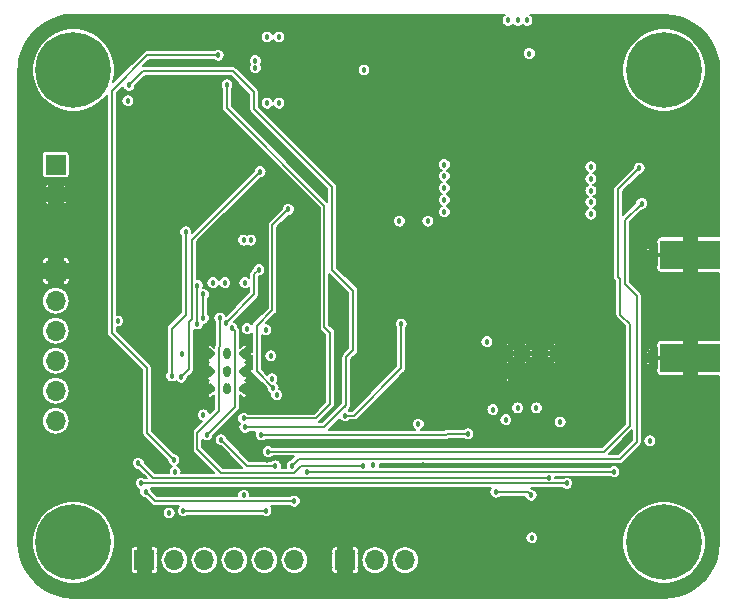
<source format=gbl>
G04 #@! TF.GenerationSoftware,KiCad,Pcbnew,(5.1.0-0)*
G04 #@! TF.CreationDate,2019-09-18T13:26:02-04:00*
G04 #@! TF.ProjectId,openlst-hw,6f70656e-6c73-4742-9d68-772e6b696361,1*
G04 #@! TF.SameCoordinates,Original*
G04 #@! TF.FileFunction,Copper,L4,Bot*
G04 #@! TF.FilePolarity,Positive*
%FSLAX46Y46*%
G04 Gerber Fmt 4.6, Leading zero omitted, Abs format (unit mm)*
G04 Created by KiCad (PCBNEW (5.1.0-0)) date 2019-09-18 13:26:02*
%MOMM*%
%LPD*%
G04 APERTURE LIST*
%ADD10R,1.700000X1.700000*%
%ADD11O,1.700000X1.700000*%
%ADD12C,0.457200*%
%ADD13C,0.609600*%
%ADD14C,0.558800*%
%ADD15R,5.080000X2.420000*%
%ADD16C,0.970000*%
%ADD17R,0.950000X0.460000*%
%ADD18C,6.400000*%
%ADD19C,0.800000*%
%ADD20C,0.203200*%
%ADD21C,0.127000*%
G04 APERTURE END LIST*
D10*
X117000000Y-60500000D03*
D11*
X117000000Y-63040000D03*
X117000000Y-65580000D03*
X117000000Y-68120000D03*
X117000000Y-70660000D03*
X117000000Y-73200000D03*
D12*
X137100000Y-70900000D03*
D13*
X131500000Y-70500000D03*
X133000000Y-70500000D03*
X133000000Y-67500000D03*
X131500000Y-67500000D03*
X130000000Y-67500000D03*
X130000000Y-70500000D03*
X133000000Y-69000000D03*
X131500000Y-69000000D03*
X130000000Y-69000000D03*
D12*
X133500000Y-57900000D03*
X124050000Y-56500000D03*
X125050000Y-56500000D03*
X126050000Y-56500000D03*
X134900000Y-46300000D03*
X135900000Y-46300000D03*
X134900000Y-40700000D03*
X135900000Y-40700000D03*
X141300000Y-47500000D03*
X142100000Y-47500000D03*
X143300000Y-46500000D03*
X143300000Y-45500000D03*
X159900000Y-40700000D03*
X159900000Y-43900000D03*
X159900000Y-43100000D03*
X159900000Y-42300000D03*
X159900000Y-41500000D03*
X155300000Y-39300000D03*
X156100000Y-39300000D03*
X156900000Y-39300000D03*
X153500000Y-66500000D03*
X157700000Y-72100000D03*
X156100000Y-72100000D03*
X155100000Y-73100000D03*
X159700000Y-73300000D03*
X149900000Y-55500000D03*
X162300000Y-55700000D03*
X149900000Y-54500000D03*
X162300000Y-54700000D03*
X149900000Y-53500000D03*
X162300000Y-53700000D03*
X149900000Y-52500000D03*
X162300000Y-52700000D03*
X149900000Y-51500000D03*
X162300000Y-51700000D03*
X164100000Y-67900000D03*
X165900000Y-61100000D03*
X163100000Y-63300000D03*
X162300000Y-59100000D03*
X154700000Y-57500000D03*
X151900000Y-58500000D03*
X151100000Y-62900000D03*
X138300000Y-70900000D03*
X139700000Y-70900000D03*
X140900000Y-70900000D03*
X142100000Y-70900000D03*
X148900000Y-70900000D03*
X150300000Y-70900000D03*
X151700000Y-70900000D03*
X153100000Y-70900000D03*
X136700000Y-65900000D03*
X137500000Y-65100000D03*
X139100000Y-65100000D03*
X140500000Y-65100000D03*
X141500000Y-66100000D03*
X143000000Y-66100000D03*
X144100000Y-66100000D03*
X145500000Y-66100000D03*
X146900000Y-66100000D03*
X148300000Y-66100000D03*
X149500000Y-66100000D03*
X157250000Y-63000000D03*
X151100000Y-59300000D03*
X160700000Y-57500000D03*
X162300000Y-64100000D03*
X166900000Y-66300000D03*
X164900000Y-67100000D03*
X162900000Y-67900000D03*
X161700000Y-67900000D03*
X164100000Y-61700000D03*
X159750000Y-57500000D03*
X163100000Y-59900000D03*
X163100000Y-60900000D03*
X163100000Y-62100000D03*
X161500000Y-64900000D03*
X153700000Y-57500000D03*
X152700000Y-57700000D03*
X166700000Y-60300000D03*
X161500000Y-58300000D03*
X151100000Y-60500000D03*
X151100000Y-61700000D03*
X151900000Y-63700000D03*
X152900000Y-64500000D03*
X157250000Y-64000000D03*
D14*
X158750000Y-69750000D03*
X158750000Y-68250000D03*
X157250000Y-68250000D03*
X155750000Y-68250000D03*
X158750000Y-66750000D03*
X157250000Y-66750000D03*
X155750000Y-66750000D03*
X155750000Y-69750000D03*
X157250000Y-69750000D03*
D10*
X117000000Y-51500000D03*
D11*
X117000000Y-54040000D03*
D10*
X124500000Y-85000000D03*
D11*
X127040000Y-85000000D03*
X129580000Y-85000000D03*
X132120000Y-85000000D03*
X134660000Y-85000000D03*
X137200000Y-85000000D03*
D10*
X141500000Y-85000000D03*
D11*
X144040000Y-85000000D03*
X146580000Y-85000000D03*
D15*
X170720000Y-67880000D03*
X170720000Y-59120000D03*
D16*
X167280000Y-67880000D03*
X167280000Y-59120000D03*
D17*
X167730000Y-67880000D03*
X167730000Y-59120000D03*
D18*
X118500000Y-83500000D03*
D19*
X120900000Y-83500000D03*
X120197056Y-85197056D03*
X118500000Y-85900000D03*
X116802944Y-85197056D03*
X116100000Y-83500000D03*
X116802944Y-81802944D03*
X118500000Y-81100000D03*
X120197056Y-81802944D03*
D18*
X118500000Y-43500000D03*
D19*
X120900000Y-43500000D03*
X120197056Y-45197056D03*
X118500000Y-45900000D03*
X116802944Y-45197056D03*
X116100000Y-43500000D03*
X116802944Y-41802944D03*
X118500000Y-41100000D03*
X120197056Y-41802944D03*
D18*
X168500000Y-43500000D03*
D19*
X170900000Y-43500000D03*
X170197056Y-45197056D03*
X168500000Y-45900000D03*
X166802944Y-45197056D03*
X166100000Y-43500000D03*
X166802944Y-41802944D03*
X168500000Y-41100000D03*
X170197056Y-41802944D03*
D18*
X168500000Y-83500000D03*
D19*
X170900000Y-83500000D03*
X170197056Y-85197056D03*
X168500000Y-85900000D03*
X166802944Y-85197056D03*
X166100000Y-83500000D03*
X166802944Y-81802944D03*
X168500000Y-81100000D03*
X170197056Y-81802944D03*
D12*
X135300000Y-69650000D03*
X129500000Y-72700000D03*
X127700000Y-67500000D03*
X133200000Y-65400000D03*
X134800000Y-65500000D03*
X135200000Y-67700000D03*
X135700000Y-71000000D03*
X131300000Y-61500000D03*
X130300000Y-61500000D03*
X133000000Y-61500000D03*
X138200000Y-66400000D03*
X146000000Y-47500000D03*
X141000000Y-63600000D03*
X135900000Y-61800000D03*
X134500000Y-61700000D03*
X126700000Y-63900000D03*
X126200000Y-73500000D03*
X137300000Y-71900000D03*
X116250000Y-49000000D03*
X171500000Y-54750000D03*
X129000000Y-47000000D03*
X148000000Y-48750000D03*
X144750000Y-45500000D03*
X146250000Y-40500000D03*
X163000000Y-45250000D03*
X131250000Y-58000000D03*
X129500000Y-58000000D03*
X136000000Y-66000000D03*
X165300000Y-74900000D03*
X169300000Y-74900000D03*
X162700000Y-81100000D03*
X160300000Y-83100000D03*
X142100000Y-58300000D03*
X148300000Y-52700000D03*
X139700000Y-50500000D03*
X141900000Y-50900000D03*
X171500000Y-52100000D03*
X134900000Y-76500000D03*
X131475000Y-62525000D03*
X127100000Y-75500000D03*
X121300000Y-78500000D03*
X133100000Y-46700000D03*
X133100000Y-39500000D03*
X150100000Y-65300000D03*
X152700000Y-74700000D03*
X157300000Y-74700000D03*
X159700000Y-74700000D03*
X158500000Y-71700000D03*
X143300000Y-70900000D03*
X149000000Y-68500000D03*
X155750000Y-57750000D03*
X158750000Y-57750000D03*
X158750000Y-61750000D03*
X155750000Y-61830000D03*
X153750000Y-68500000D03*
X153750000Y-70250000D03*
X154000000Y-71500000D03*
X159500000Y-71750000D03*
X160750000Y-67250000D03*
X157250000Y-64750000D03*
X159500000Y-64750000D03*
X160500000Y-65000000D03*
X154000000Y-65000000D03*
X148100000Y-76900000D03*
X122250000Y-64750000D03*
X126600000Y-81000000D03*
X154000000Y-72250000D03*
X157300000Y-83100000D03*
X146100000Y-56300000D03*
X123100000Y-46100000D03*
X127100000Y-77500000D03*
X132900000Y-79500000D03*
X132900000Y-57900000D03*
X143900000Y-76900000D03*
X147700000Y-73500000D03*
X148500000Y-56300000D03*
X143100000Y-43500000D03*
X133900000Y-42700000D03*
X133900000Y-43300000D03*
X157100000Y-42100000D03*
X167300000Y-74900000D03*
X131900000Y-65300000D03*
X129800000Y-74400000D03*
X132900000Y-73000000D03*
X131500000Y-44750000D03*
X123200000Y-44800000D03*
X133000000Y-73750000D03*
X130750000Y-42250000D03*
X127000000Y-76500000D03*
X131400000Y-64900000D03*
X134200000Y-60400000D03*
X141500000Y-72750000D03*
X146250000Y-65000000D03*
X166400000Y-51800000D03*
X135000000Y-75800000D03*
X137000000Y-77000000D03*
X166600000Y-54800000D03*
X137200000Y-80000000D03*
X124600000Y-79200000D03*
X134800000Y-80800000D03*
X127800000Y-80800000D03*
X135600000Y-77000000D03*
X131000000Y-74800000D03*
X129000000Y-61750000D03*
X129000000Y-65000000D03*
X129500000Y-64500000D03*
X129500000Y-62500000D03*
X124000000Y-76800000D03*
X158750000Y-78000000D03*
X154250000Y-79250000D03*
X157250000Y-79500000D03*
X134400000Y-74400000D03*
X151900000Y-74300000D03*
X136700000Y-55300000D03*
X135400000Y-70400000D03*
X128000000Y-57200000D03*
X126800000Y-69400000D03*
X134300000Y-52100000D03*
X127600000Y-69500000D03*
X124250000Y-78500000D03*
X160250000Y-78500000D03*
X164250000Y-77500000D03*
X138250000Y-77500000D03*
X130900000Y-64500000D03*
X143000000Y-77000000D03*
D20*
X126700000Y-63900000D02*
X126800000Y-63900000D01*
X132200000Y-65600000D02*
X132200000Y-72000000D01*
X131900000Y-65300000D02*
X132200000Y-65600000D01*
X132200000Y-72000000D02*
X129800000Y-74400000D01*
X131500000Y-46750000D02*
X131500000Y-44750000D01*
X139750000Y-55000000D02*
X131500000Y-46750000D01*
X139750000Y-65250000D02*
X139750000Y-55000000D01*
X140250000Y-65750000D02*
X139750000Y-65250000D01*
X140250000Y-71750000D02*
X140250000Y-65750000D01*
X139000000Y-73000000D02*
X140250000Y-71750000D01*
X132900000Y-73000000D02*
X139000000Y-73000000D01*
X141600000Y-67800000D02*
X142200000Y-67200000D01*
X142200000Y-67200000D02*
X142200000Y-62200000D01*
X142200000Y-62200000D02*
X140400000Y-60400000D01*
X140400000Y-60400000D02*
X140400000Y-53400000D01*
X140400000Y-53400000D02*
X133800000Y-46800000D01*
X133800000Y-46800000D02*
X133800000Y-45400000D01*
X133800000Y-45400000D02*
X132000000Y-43600000D01*
X132000000Y-43600000D02*
X124400000Y-43600000D01*
X124400000Y-43600000D02*
X123200000Y-44800000D01*
X141600000Y-67800000D02*
X141600000Y-71900000D01*
X139750000Y-73750000D02*
X141600000Y-71900000D01*
X141600000Y-71900000D02*
X141500000Y-72000000D01*
X139500000Y-73750000D02*
X139750000Y-73750000D01*
X133000000Y-73750000D02*
X139500000Y-73750000D01*
X124750000Y-42250000D02*
X130750000Y-42250000D01*
X121750000Y-45250000D02*
X124750000Y-42250000D01*
X121750000Y-46250000D02*
X121750000Y-45250000D01*
X121750000Y-46250000D02*
X121750000Y-46250000D01*
X121750000Y-65750000D02*
X121750000Y-46250000D01*
X124750000Y-68750000D02*
X121750000Y-65750000D01*
X124750000Y-74250000D02*
X124750000Y-68750000D01*
X127000000Y-76500000D02*
X124750000Y-74250000D01*
X133800000Y-62500000D02*
X131400000Y-64900000D01*
X133800000Y-60800000D02*
X133800000Y-62500000D01*
X134200000Y-60400000D02*
X133800000Y-60800000D01*
X141500000Y-72750000D02*
X142250000Y-72750000D01*
X142250000Y-72750000D02*
X146250000Y-68750000D01*
X146250000Y-68750000D02*
X146250000Y-65000000D01*
X166400000Y-51800000D02*
X164600000Y-53600000D01*
X164600000Y-53600000D02*
X164600000Y-61000000D01*
X164600000Y-61000000D02*
X164800000Y-61200000D01*
X164800000Y-61200000D02*
X164800000Y-64200000D01*
X164800000Y-64200000D02*
X165600000Y-65000000D01*
X165600000Y-65000000D02*
X165600000Y-73600000D01*
X165600000Y-73600000D02*
X163400000Y-75800000D01*
X163400000Y-75800000D02*
X135000000Y-75800000D01*
X164200000Y-76400000D02*
X164800000Y-76400000D01*
X137000000Y-77000000D02*
X137600000Y-76400000D01*
X137600000Y-76400000D02*
X164200000Y-76400000D01*
X165200000Y-56200000D02*
X166600000Y-54800000D01*
X165200000Y-61600000D02*
X165200000Y-56200000D01*
X166200000Y-62600000D02*
X165200000Y-61600000D01*
X166200000Y-75000000D02*
X166200000Y-62600000D01*
X164800000Y-76400000D02*
X166200000Y-75000000D01*
X125400000Y-80000000D02*
X137200000Y-80000000D01*
X124600000Y-79200000D02*
X125400000Y-80000000D01*
X127800000Y-80800000D02*
X134800000Y-80800000D01*
X133200000Y-77000000D02*
X135600000Y-77000000D01*
X131000000Y-74800000D02*
X133200000Y-77000000D01*
X129000000Y-65000000D02*
X129000000Y-61750000D01*
X129500000Y-62500000D02*
X129500000Y-64500000D01*
X124000000Y-76800000D02*
X125250000Y-78000000D01*
X158750000Y-78000000D02*
X125250000Y-78000000D01*
X157000000Y-79250000D02*
X154250000Y-79250000D01*
X157250000Y-79500000D02*
X157000000Y-79250000D01*
X139000000Y-74400000D02*
X150000000Y-74400000D01*
X134400000Y-74400000D02*
X138000000Y-74400000D01*
X138000000Y-74400000D02*
X139000000Y-74400000D01*
X150100000Y-74300000D02*
X151900000Y-74300000D01*
X150000000Y-74400000D02*
X150100000Y-74300000D01*
X134000000Y-69000000D02*
X134000000Y-65150000D01*
X134000000Y-65150000D02*
X135350000Y-63800000D01*
X135350000Y-63800000D02*
X135350000Y-56650000D01*
X135350000Y-56650000D02*
X136700000Y-55300000D01*
X135400000Y-70400000D02*
X134000000Y-69000000D01*
X128000000Y-64200000D02*
X128000000Y-57200000D01*
X126800000Y-65400000D02*
X128000000Y-64200000D01*
X126800000Y-69400000D02*
X126800000Y-65400000D01*
X128500000Y-57900000D02*
X134300000Y-52100000D01*
X128500000Y-64600000D02*
X128500000Y-57900000D01*
X128300000Y-64800000D02*
X128500000Y-64600000D01*
X128300000Y-68800000D02*
X128300000Y-64800000D01*
X127600000Y-69500000D02*
X128300000Y-68800000D01*
X124250000Y-78500000D02*
X160250000Y-78500000D01*
X138250000Y-77500000D02*
X164250000Y-77500000D01*
X130000000Y-76600000D02*
X131000000Y-77600000D01*
X130900000Y-66900000D02*
X130800000Y-67000000D01*
X130800000Y-67000000D02*
X130800000Y-72400000D01*
X130800000Y-72400000D02*
X129000000Y-74200000D01*
X129000000Y-74200000D02*
X129000000Y-75600000D01*
X129000000Y-75600000D02*
X130000000Y-76600000D01*
X130900000Y-64500000D02*
X130900000Y-66900000D01*
X137800000Y-77000000D02*
X143000000Y-77000000D01*
X137200000Y-77600000D02*
X137800000Y-77000000D01*
X131000000Y-77600000D02*
X137200000Y-77600000D01*
D21*
G36*
X154951882Y-38875817D02*
G01*
X154875817Y-38951882D01*
X154816053Y-39041325D01*
X154774887Y-39140709D01*
X154753900Y-39246214D01*
X154753900Y-39353786D01*
X154774887Y-39459291D01*
X154816053Y-39558675D01*
X154875817Y-39648118D01*
X154951882Y-39724183D01*
X155041325Y-39783947D01*
X155140709Y-39825113D01*
X155246214Y-39846100D01*
X155353786Y-39846100D01*
X155459291Y-39825113D01*
X155558675Y-39783947D01*
X155648118Y-39724183D01*
X155700000Y-39672301D01*
X155751882Y-39724183D01*
X155841325Y-39783947D01*
X155940709Y-39825113D01*
X156046214Y-39846100D01*
X156153786Y-39846100D01*
X156259291Y-39825113D01*
X156358675Y-39783947D01*
X156448118Y-39724183D01*
X156500000Y-39672301D01*
X156551882Y-39724183D01*
X156641325Y-39783947D01*
X156740709Y-39825113D01*
X156846214Y-39846100D01*
X156953786Y-39846100D01*
X157059291Y-39825113D01*
X157158675Y-39783947D01*
X157248118Y-39724183D01*
X157324183Y-39648118D01*
X157383947Y-39558675D01*
X157425113Y-39459291D01*
X157446100Y-39353786D01*
X157446100Y-39246214D01*
X157425113Y-39140709D01*
X157383947Y-39041325D01*
X157324183Y-38951882D01*
X157248118Y-38875817D01*
X157179847Y-38830200D01*
X168485292Y-38830200D01*
X169326719Y-38905295D01*
X170127303Y-39124310D01*
X170876456Y-39481638D01*
X171550484Y-39965977D01*
X172128098Y-40562028D01*
X172591025Y-41250937D01*
X172924644Y-42010940D01*
X173119016Y-42820552D01*
X173169800Y-43512104D01*
X173169800Y-57591037D01*
X171370875Y-57592500D01*
X171291500Y-57671875D01*
X171291500Y-58548500D01*
X171311500Y-58548500D01*
X171311500Y-59691500D01*
X171291500Y-59691500D01*
X171291500Y-60568125D01*
X171370875Y-60647500D01*
X173169800Y-60648963D01*
X173169801Y-66351037D01*
X171370875Y-66352500D01*
X171291500Y-66431875D01*
X171291500Y-67308500D01*
X171311500Y-67308500D01*
X171311500Y-68451500D01*
X171291500Y-68451500D01*
X171291500Y-69328125D01*
X171370875Y-69407500D01*
X173169801Y-69408963D01*
X173169801Y-83485280D01*
X173094705Y-84326720D01*
X172875690Y-85127303D01*
X172518362Y-85876456D01*
X172034021Y-86550488D01*
X171437973Y-87128098D01*
X170749065Y-87591024D01*
X169989059Y-87924645D01*
X169179442Y-88119016D01*
X168487896Y-88169800D01*
X118514708Y-88169800D01*
X117673280Y-88094705D01*
X116872697Y-87875690D01*
X116123544Y-87518362D01*
X115449512Y-87034021D01*
X114871902Y-86437973D01*
X114408976Y-85749065D01*
X114075355Y-84989059D01*
X113880984Y-84179442D01*
X113830200Y-83487896D01*
X113830200Y-83153556D01*
X114982500Y-83153556D01*
X114982500Y-83846444D01*
X115117675Y-84526017D01*
X115382832Y-85166161D01*
X115767779Y-85742276D01*
X116257724Y-86232221D01*
X116833839Y-86617168D01*
X117473983Y-86882325D01*
X118153556Y-87017500D01*
X118846444Y-87017500D01*
X119526017Y-86882325D01*
X120166161Y-86617168D01*
X120742276Y-86232221D01*
X121232221Y-85742276D01*
X121617168Y-85166161D01*
X121882325Y-84526017D01*
X121957119Y-84150000D01*
X123330964Y-84150000D01*
X123332500Y-84349125D01*
X123411873Y-84428498D01*
X123332500Y-84428498D01*
X123332500Y-85571502D01*
X123411873Y-85571502D01*
X123332500Y-85650875D01*
X123330964Y-85850000D01*
X123337094Y-85912241D01*
X123355249Y-85972090D01*
X123384731Y-86027247D01*
X123424407Y-86075593D01*
X123472753Y-86115269D01*
X123527910Y-86144751D01*
X123587759Y-86162906D01*
X123650000Y-86169036D01*
X123849125Y-86167500D01*
X123928500Y-86088125D01*
X123928500Y-85571500D01*
X123908500Y-85571500D01*
X123908500Y-84428500D01*
X123928500Y-84428500D01*
X123928500Y-83911875D01*
X125071500Y-83911875D01*
X125071500Y-84428500D01*
X125091500Y-84428500D01*
X125091500Y-85571500D01*
X125071500Y-85571500D01*
X125071500Y-86088125D01*
X125150875Y-86167500D01*
X125350000Y-86169036D01*
X125412241Y-86162906D01*
X125472090Y-86144751D01*
X125527247Y-86115269D01*
X125575593Y-86075593D01*
X125615269Y-86027247D01*
X125644751Y-85972090D01*
X125662906Y-85912241D01*
X125669036Y-85850000D01*
X125667500Y-85650875D01*
X125588127Y-85571502D01*
X125667500Y-85571502D01*
X125667500Y-85000000D01*
X125866851Y-85000000D01*
X125889393Y-85228870D01*
X125956152Y-85448945D01*
X126064562Y-85651767D01*
X126210458Y-85829542D01*
X126388233Y-85975438D01*
X126591055Y-86083848D01*
X126811130Y-86150607D01*
X126982645Y-86167500D01*
X127097355Y-86167500D01*
X127268870Y-86150607D01*
X127488945Y-86083848D01*
X127691767Y-85975438D01*
X127869542Y-85829542D01*
X128015438Y-85651767D01*
X128123848Y-85448945D01*
X128190607Y-85228870D01*
X128213149Y-85000000D01*
X128406851Y-85000000D01*
X128429393Y-85228870D01*
X128496152Y-85448945D01*
X128604562Y-85651767D01*
X128750458Y-85829542D01*
X128928233Y-85975438D01*
X129131055Y-86083848D01*
X129351130Y-86150607D01*
X129522645Y-86167500D01*
X129637355Y-86167500D01*
X129808870Y-86150607D01*
X130028945Y-86083848D01*
X130231767Y-85975438D01*
X130409542Y-85829542D01*
X130555438Y-85651767D01*
X130663848Y-85448945D01*
X130730607Y-85228870D01*
X130753149Y-85000000D01*
X130946851Y-85000000D01*
X130969393Y-85228870D01*
X131036152Y-85448945D01*
X131144562Y-85651767D01*
X131290458Y-85829542D01*
X131468233Y-85975438D01*
X131671055Y-86083848D01*
X131891130Y-86150607D01*
X132062645Y-86167500D01*
X132177355Y-86167500D01*
X132348870Y-86150607D01*
X132568945Y-86083848D01*
X132771767Y-85975438D01*
X132949542Y-85829542D01*
X133095438Y-85651767D01*
X133203848Y-85448945D01*
X133270607Y-85228870D01*
X133293149Y-85000000D01*
X133486851Y-85000000D01*
X133509393Y-85228870D01*
X133576152Y-85448945D01*
X133684562Y-85651767D01*
X133830458Y-85829542D01*
X134008233Y-85975438D01*
X134211055Y-86083848D01*
X134431130Y-86150607D01*
X134602645Y-86167500D01*
X134717355Y-86167500D01*
X134888870Y-86150607D01*
X135108945Y-86083848D01*
X135311767Y-85975438D01*
X135489542Y-85829542D01*
X135635438Y-85651767D01*
X135743848Y-85448945D01*
X135810607Y-85228870D01*
X135833149Y-85000000D01*
X136026851Y-85000000D01*
X136049393Y-85228870D01*
X136116152Y-85448945D01*
X136224562Y-85651767D01*
X136370458Y-85829542D01*
X136548233Y-85975438D01*
X136751055Y-86083848D01*
X136971130Y-86150607D01*
X137142645Y-86167500D01*
X137257355Y-86167500D01*
X137428870Y-86150607D01*
X137648945Y-86083848D01*
X137851767Y-85975438D01*
X138029542Y-85829542D01*
X138175438Y-85651767D01*
X138283848Y-85448945D01*
X138350607Y-85228870D01*
X138373149Y-85000000D01*
X138350607Y-84771130D01*
X138283848Y-84551055D01*
X138175438Y-84348233D01*
X138029542Y-84170458D01*
X138004614Y-84150000D01*
X140330964Y-84150000D01*
X140332500Y-84349125D01*
X140411873Y-84428498D01*
X140332500Y-84428498D01*
X140332500Y-85571502D01*
X140411873Y-85571502D01*
X140332500Y-85650875D01*
X140330964Y-85850000D01*
X140337094Y-85912241D01*
X140355249Y-85972090D01*
X140384731Y-86027247D01*
X140424407Y-86075593D01*
X140472753Y-86115269D01*
X140527910Y-86144751D01*
X140587759Y-86162906D01*
X140650000Y-86169036D01*
X140849125Y-86167500D01*
X140928500Y-86088125D01*
X140928500Y-85571500D01*
X140908500Y-85571500D01*
X140908500Y-84428500D01*
X140928500Y-84428500D01*
X140928500Y-83911875D01*
X142071500Y-83911875D01*
X142071500Y-84428500D01*
X142091500Y-84428500D01*
X142091500Y-85571500D01*
X142071500Y-85571500D01*
X142071500Y-86088125D01*
X142150875Y-86167500D01*
X142350000Y-86169036D01*
X142412241Y-86162906D01*
X142472090Y-86144751D01*
X142527247Y-86115269D01*
X142575593Y-86075593D01*
X142615269Y-86027247D01*
X142644751Y-85972090D01*
X142662906Y-85912241D01*
X142669036Y-85850000D01*
X142667500Y-85650875D01*
X142588127Y-85571502D01*
X142667500Y-85571502D01*
X142667500Y-85000000D01*
X142866851Y-85000000D01*
X142889393Y-85228870D01*
X142956152Y-85448945D01*
X143064562Y-85651767D01*
X143210458Y-85829542D01*
X143388233Y-85975438D01*
X143591055Y-86083848D01*
X143811130Y-86150607D01*
X143982645Y-86167500D01*
X144097355Y-86167500D01*
X144268870Y-86150607D01*
X144488945Y-86083848D01*
X144691767Y-85975438D01*
X144869542Y-85829542D01*
X145015438Y-85651767D01*
X145123848Y-85448945D01*
X145190607Y-85228870D01*
X145213149Y-85000000D01*
X145406851Y-85000000D01*
X145429393Y-85228870D01*
X145496152Y-85448945D01*
X145604562Y-85651767D01*
X145750458Y-85829542D01*
X145928233Y-85975438D01*
X146131055Y-86083848D01*
X146351130Y-86150607D01*
X146522645Y-86167500D01*
X146637355Y-86167500D01*
X146808870Y-86150607D01*
X147028945Y-86083848D01*
X147231767Y-85975438D01*
X147409542Y-85829542D01*
X147555438Y-85651767D01*
X147663848Y-85448945D01*
X147730607Y-85228870D01*
X147753149Y-85000000D01*
X147730607Y-84771130D01*
X147663848Y-84551055D01*
X147555438Y-84348233D01*
X147409542Y-84170458D01*
X147231767Y-84024562D01*
X147028945Y-83916152D01*
X146808870Y-83849393D01*
X146637355Y-83832500D01*
X146522645Y-83832500D01*
X146351130Y-83849393D01*
X146131055Y-83916152D01*
X145928233Y-84024562D01*
X145750458Y-84170458D01*
X145604562Y-84348233D01*
X145496152Y-84551055D01*
X145429393Y-84771130D01*
X145406851Y-85000000D01*
X145213149Y-85000000D01*
X145190607Y-84771130D01*
X145123848Y-84551055D01*
X145015438Y-84348233D01*
X144869542Y-84170458D01*
X144691767Y-84024562D01*
X144488945Y-83916152D01*
X144268870Y-83849393D01*
X144097355Y-83832500D01*
X143982645Y-83832500D01*
X143811130Y-83849393D01*
X143591055Y-83916152D01*
X143388233Y-84024562D01*
X143210458Y-84170458D01*
X143064562Y-84348233D01*
X142956152Y-84551055D01*
X142889393Y-84771130D01*
X142866851Y-85000000D01*
X142667500Y-85000000D01*
X142667500Y-84428498D01*
X142588127Y-84428498D01*
X142667500Y-84349125D01*
X142669036Y-84150000D01*
X142662906Y-84087759D01*
X142644751Y-84027910D01*
X142615269Y-83972753D01*
X142575593Y-83924407D01*
X142527247Y-83884731D01*
X142472090Y-83855249D01*
X142412241Y-83837094D01*
X142350000Y-83830964D01*
X142150875Y-83832500D01*
X142071500Y-83911875D01*
X140928500Y-83911875D01*
X140849125Y-83832500D01*
X140650000Y-83830964D01*
X140587759Y-83837094D01*
X140527910Y-83855249D01*
X140472753Y-83884731D01*
X140424407Y-83924407D01*
X140384731Y-83972753D01*
X140355249Y-84027910D01*
X140337094Y-84087759D01*
X140330964Y-84150000D01*
X138004614Y-84150000D01*
X137851767Y-84024562D01*
X137648945Y-83916152D01*
X137428870Y-83849393D01*
X137257355Y-83832500D01*
X137142645Y-83832500D01*
X136971130Y-83849393D01*
X136751055Y-83916152D01*
X136548233Y-84024562D01*
X136370458Y-84170458D01*
X136224562Y-84348233D01*
X136116152Y-84551055D01*
X136049393Y-84771130D01*
X136026851Y-85000000D01*
X135833149Y-85000000D01*
X135810607Y-84771130D01*
X135743848Y-84551055D01*
X135635438Y-84348233D01*
X135489542Y-84170458D01*
X135311767Y-84024562D01*
X135108945Y-83916152D01*
X134888870Y-83849393D01*
X134717355Y-83832500D01*
X134602645Y-83832500D01*
X134431130Y-83849393D01*
X134211055Y-83916152D01*
X134008233Y-84024562D01*
X133830458Y-84170458D01*
X133684562Y-84348233D01*
X133576152Y-84551055D01*
X133509393Y-84771130D01*
X133486851Y-85000000D01*
X133293149Y-85000000D01*
X133270607Y-84771130D01*
X133203848Y-84551055D01*
X133095438Y-84348233D01*
X132949542Y-84170458D01*
X132771767Y-84024562D01*
X132568945Y-83916152D01*
X132348870Y-83849393D01*
X132177355Y-83832500D01*
X132062645Y-83832500D01*
X131891130Y-83849393D01*
X131671055Y-83916152D01*
X131468233Y-84024562D01*
X131290458Y-84170458D01*
X131144562Y-84348233D01*
X131036152Y-84551055D01*
X130969393Y-84771130D01*
X130946851Y-85000000D01*
X130753149Y-85000000D01*
X130730607Y-84771130D01*
X130663848Y-84551055D01*
X130555438Y-84348233D01*
X130409542Y-84170458D01*
X130231767Y-84024562D01*
X130028945Y-83916152D01*
X129808870Y-83849393D01*
X129637355Y-83832500D01*
X129522645Y-83832500D01*
X129351130Y-83849393D01*
X129131055Y-83916152D01*
X128928233Y-84024562D01*
X128750458Y-84170458D01*
X128604562Y-84348233D01*
X128496152Y-84551055D01*
X128429393Y-84771130D01*
X128406851Y-85000000D01*
X128213149Y-85000000D01*
X128190607Y-84771130D01*
X128123848Y-84551055D01*
X128015438Y-84348233D01*
X127869542Y-84170458D01*
X127691767Y-84024562D01*
X127488945Y-83916152D01*
X127268870Y-83849393D01*
X127097355Y-83832500D01*
X126982645Y-83832500D01*
X126811130Y-83849393D01*
X126591055Y-83916152D01*
X126388233Y-84024562D01*
X126210458Y-84170458D01*
X126064562Y-84348233D01*
X125956152Y-84551055D01*
X125889393Y-84771130D01*
X125866851Y-85000000D01*
X125667500Y-85000000D01*
X125667500Y-84428498D01*
X125588127Y-84428498D01*
X125667500Y-84349125D01*
X125669036Y-84150000D01*
X125662906Y-84087759D01*
X125644751Y-84027910D01*
X125615269Y-83972753D01*
X125575593Y-83924407D01*
X125527247Y-83884731D01*
X125472090Y-83855249D01*
X125412241Y-83837094D01*
X125350000Y-83830964D01*
X125150875Y-83832500D01*
X125071500Y-83911875D01*
X123928500Y-83911875D01*
X123849125Y-83832500D01*
X123650000Y-83830964D01*
X123587759Y-83837094D01*
X123527910Y-83855249D01*
X123472753Y-83884731D01*
X123424407Y-83924407D01*
X123384731Y-83972753D01*
X123355249Y-84027910D01*
X123337094Y-84087759D01*
X123330964Y-84150000D01*
X121957119Y-84150000D01*
X122017500Y-83846444D01*
X122017500Y-83153556D01*
X121996149Y-83046214D01*
X156753900Y-83046214D01*
X156753900Y-83153786D01*
X156774887Y-83259291D01*
X156816053Y-83358675D01*
X156875817Y-83448118D01*
X156951882Y-83524183D01*
X157041325Y-83583947D01*
X157140709Y-83625113D01*
X157246214Y-83646100D01*
X157353786Y-83646100D01*
X157459291Y-83625113D01*
X157558675Y-83583947D01*
X157648118Y-83524183D01*
X157724183Y-83448118D01*
X157783947Y-83358675D01*
X157825113Y-83259291D01*
X157846100Y-83153786D01*
X157846100Y-83153556D01*
X164982500Y-83153556D01*
X164982500Y-83846444D01*
X165117675Y-84526017D01*
X165382832Y-85166161D01*
X165767779Y-85742276D01*
X166257724Y-86232221D01*
X166833839Y-86617168D01*
X167473983Y-86882325D01*
X168153556Y-87017500D01*
X168846444Y-87017500D01*
X169526017Y-86882325D01*
X170166161Y-86617168D01*
X170742276Y-86232221D01*
X171232221Y-85742276D01*
X171617168Y-85166161D01*
X171882325Y-84526017D01*
X172017500Y-83846444D01*
X172017500Y-83153556D01*
X171882325Y-82473983D01*
X171617168Y-81833839D01*
X171232221Y-81257724D01*
X170742276Y-80767779D01*
X170166161Y-80382832D01*
X169526017Y-80117675D01*
X168846444Y-79982500D01*
X168153556Y-79982500D01*
X167473983Y-80117675D01*
X166833839Y-80382832D01*
X166257724Y-80767779D01*
X165767779Y-81257724D01*
X165382832Y-81833839D01*
X165117675Y-82473983D01*
X164982500Y-83153556D01*
X157846100Y-83153556D01*
X157846100Y-83046214D01*
X157825113Y-82940709D01*
X157783947Y-82841325D01*
X157724183Y-82751882D01*
X157648118Y-82675817D01*
X157558675Y-82616053D01*
X157459291Y-82574887D01*
X157353786Y-82553900D01*
X157246214Y-82553900D01*
X157140709Y-82574887D01*
X157041325Y-82616053D01*
X156951882Y-82675817D01*
X156875817Y-82751882D01*
X156816053Y-82841325D01*
X156774887Y-82940709D01*
X156753900Y-83046214D01*
X121996149Y-83046214D01*
X121882325Y-82473983D01*
X121617168Y-81833839D01*
X121232221Y-81257724D01*
X120920711Y-80946214D01*
X126053900Y-80946214D01*
X126053900Y-81053786D01*
X126074887Y-81159291D01*
X126116053Y-81258675D01*
X126175817Y-81348118D01*
X126251882Y-81424183D01*
X126341325Y-81483947D01*
X126440709Y-81525113D01*
X126546214Y-81546100D01*
X126653786Y-81546100D01*
X126759291Y-81525113D01*
X126858675Y-81483947D01*
X126948118Y-81424183D01*
X127024183Y-81348118D01*
X127083947Y-81258675D01*
X127125113Y-81159291D01*
X127146100Y-81053786D01*
X127146100Y-80946214D01*
X127125113Y-80840709D01*
X127083947Y-80741325D01*
X127024183Y-80651882D01*
X126948118Y-80575817D01*
X126858675Y-80516053D01*
X126759291Y-80474887D01*
X126653786Y-80453900D01*
X126546214Y-80453900D01*
X126440709Y-80474887D01*
X126341325Y-80516053D01*
X126251882Y-80575817D01*
X126175817Y-80651882D01*
X126116053Y-80741325D01*
X126074887Y-80840709D01*
X126053900Y-80946214D01*
X120920711Y-80946214D01*
X120742276Y-80767779D01*
X120166161Y-80382832D01*
X119526017Y-80117675D01*
X118846444Y-79982500D01*
X118153556Y-79982500D01*
X117473983Y-80117675D01*
X116833839Y-80382832D01*
X116257724Y-80767779D01*
X115767779Y-81257724D01*
X115382832Y-81833839D01*
X115117675Y-82473983D01*
X114982500Y-83153556D01*
X113830200Y-83153556D01*
X113830200Y-73200000D01*
X115826851Y-73200000D01*
X115849393Y-73428870D01*
X115916152Y-73648945D01*
X116024562Y-73851767D01*
X116170458Y-74029542D01*
X116348233Y-74175438D01*
X116551055Y-74283848D01*
X116771130Y-74350607D01*
X116942645Y-74367500D01*
X117057355Y-74367500D01*
X117228870Y-74350607D01*
X117448945Y-74283848D01*
X117651767Y-74175438D01*
X117829542Y-74029542D01*
X117975438Y-73851767D01*
X118083848Y-73648945D01*
X118150607Y-73428870D01*
X118173149Y-73200000D01*
X118150607Y-72971130D01*
X118083848Y-72751055D01*
X117975438Y-72548233D01*
X117829542Y-72370458D01*
X117651767Y-72224562D01*
X117448945Y-72116152D01*
X117228870Y-72049393D01*
X117057355Y-72032500D01*
X116942645Y-72032500D01*
X116771130Y-72049393D01*
X116551055Y-72116152D01*
X116348233Y-72224562D01*
X116170458Y-72370458D01*
X116024562Y-72548233D01*
X115916152Y-72751055D01*
X115849393Y-72971130D01*
X115826851Y-73200000D01*
X113830200Y-73200000D01*
X113830200Y-70660000D01*
X115826851Y-70660000D01*
X115849393Y-70888870D01*
X115916152Y-71108945D01*
X116024562Y-71311767D01*
X116170458Y-71489542D01*
X116348233Y-71635438D01*
X116551055Y-71743848D01*
X116771130Y-71810607D01*
X116942645Y-71827500D01*
X117057355Y-71827500D01*
X117228870Y-71810607D01*
X117448945Y-71743848D01*
X117651767Y-71635438D01*
X117829542Y-71489542D01*
X117975438Y-71311767D01*
X118083848Y-71108945D01*
X118150607Y-70888870D01*
X118173149Y-70660000D01*
X118150607Y-70431130D01*
X118083848Y-70211055D01*
X117975438Y-70008233D01*
X117829542Y-69830458D01*
X117651767Y-69684562D01*
X117448945Y-69576152D01*
X117228870Y-69509393D01*
X117057355Y-69492500D01*
X116942645Y-69492500D01*
X116771130Y-69509393D01*
X116551055Y-69576152D01*
X116348233Y-69684562D01*
X116170458Y-69830458D01*
X116024562Y-70008233D01*
X115916152Y-70211055D01*
X115849393Y-70431130D01*
X115826851Y-70660000D01*
X113830200Y-70660000D01*
X113830200Y-68120000D01*
X115826851Y-68120000D01*
X115849393Y-68348870D01*
X115916152Y-68568945D01*
X116024562Y-68771767D01*
X116170458Y-68949542D01*
X116348233Y-69095438D01*
X116551055Y-69203848D01*
X116771130Y-69270607D01*
X116942645Y-69287500D01*
X117057355Y-69287500D01*
X117228870Y-69270607D01*
X117448945Y-69203848D01*
X117651767Y-69095438D01*
X117829542Y-68949542D01*
X117975438Y-68771767D01*
X118083848Y-68568945D01*
X118150607Y-68348870D01*
X118173149Y-68120000D01*
X118150607Y-67891130D01*
X118083848Y-67671055D01*
X117975438Y-67468233D01*
X117829542Y-67290458D01*
X117651767Y-67144562D01*
X117448945Y-67036152D01*
X117228870Y-66969393D01*
X117057355Y-66952500D01*
X116942645Y-66952500D01*
X116771130Y-66969393D01*
X116551055Y-67036152D01*
X116348233Y-67144562D01*
X116170458Y-67290458D01*
X116024562Y-67468233D01*
X115916152Y-67671055D01*
X115849393Y-67891130D01*
X115826851Y-68120000D01*
X113830200Y-68120000D01*
X113830200Y-65580000D01*
X115826851Y-65580000D01*
X115849393Y-65808870D01*
X115916152Y-66028945D01*
X116024562Y-66231767D01*
X116170458Y-66409542D01*
X116348233Y-66555438D01*
X116551055Y-66663848D01*
X116771130Y-66730607D01*
X116942645Y-66747500D01*
X117057355Y-66747500D01*
X117228870Y-66730607D01*
X117448945Y-66663848D01*
X117651767Y-66555438D01*
X117829542Y-66409542D01*
X117975438Y-66231767D01*
X118083848Y-66028945D01*
X118150607Y-65808870D01*
X118173149Y-65580000D01*
X118150607Y-65351130D01*
X118083848Y-65131055D01*
X117975438Y-64928233D01*
X117829542Y-64750458D01*
X117651767Y-64604562D01*
X117448945Y-64496152D01*
X117228870Y-64429393D01*
X117057355Y-64412500D01*
X116942645Y-64412500D01*
X116771130Y-64429393D01*
X116551055Y-64496152D01*
X116348233Y-64604562D01*
X116170458Y-64750458D01*
X116024562Y-64928233D01*
X115916152Y-65131055D01*
X115849393Y-65351130D01*
X115826851Y-65580000D01*
X113830200Y-65580000D01*
X113830200Y-63040000D01*
X115826851Y-63040000D01*
X115849393Y-63268870D01*
X115916152Y-63488945D01*
X116024562Y-63691767D01*
X116170458Y-63869542D01*
X116348233Y-64015438D01*
X116551055Y-64123848D01*
X116771130Y-64190607D01*
X116942645Y-64207500D01*
X117057355Y-64207500D01*
X117228870Y-64190607D01*
X117448945Y-64123848D01*
X117651767Y-64015438D01*
X117829542Y-63869542D01*
X117975438Y-63691767D01*
X118083848Y-63488945D01*
X118150607Y-63268870D01*
X118173149Y-63040000D01*
X118150607Y-62811130D01*
X118083848Y-62591055D01*
X117975438Y-62388233D01*
X117829542Y-62210458D01*
X117651767Y-62064562D01*
X117448945Y-61956152D01*
X117228870Y-61889393D01*
X117057355Y-61872500D01*
X116942645Y-61872500D01*
X116771130Y-61889393D01*
X116551055Y-61956152D01*
X116348233Y-62064562D01*
X116170458Y-62210458D01*
X116024562Y-62388233D01*
X115916152Y-62591055D01*
X115849393Y-62811130D01*
X115826851Y-63040000D01*
X113830200Y-63040000D01*
X113830200Y-61350000D01*
X115830964Y-61350000D01*
X115837094Y-61412241D01*
X115855249Y-61472090D01*
X115884731Y-61527247D01*
X115924407Y-61575593D01*
X115972753Y-61615269D01*
X116027910Y-61644751D01*
X116087759Y-61662906D01*
X116150000Y-61669036D01*
X116349125Y-61667500D01*
X116428500Y-61588125D01*
X116428500Y-61071500D01*
X117571500Y-61071500D01*
X117571500Y-61588125D01*
X117650875Y-61667500D01*
X117850000Y-61669036D01*
X117912241Y-61662906D01*
X117972090Y-61644751D01*
X118027247Y-61615269D01*
X118075593Y-61575593D01*
X118115269Y-61527247D01*
X118144751Y-61472090D01*
X118162906Y-61412241D01*
X118169036Y-61350000D01*
X118167500Y-61150875D01*
X118088125Y-61071500D01*
X117571500Y-61071500D01*
X116428500Y-61071500D01*
X115911875Y-61071500D01*
X115832500Y-61150875D01*
X115830964Y-61350000D01*
X113830200Y-61350000D01*
X113830200Y-59650000D01*
X115830964Y-59650000D01*
X115832500Y-59849125D01*
X115911875Y-59928500D01*
X116428500Y-59928500D01*
X116428500Y-59411875D01*
X117571500Y-59411875D01*
X117571500Y-59928500D01*
X118088125Y-59928500D01*
X118167500Y-59849125D01*
X118169036Y-59650000D01*
X118162906Y-59587759D01*
X118144751Y-59527910D01*
X118115269Y-59472753D01*
X118075593Y-59424407D01*
X118027247Y-59384731D01*
X117972090Y-59355249D01*
X117912241Y-59337094D01*
X117850000Y-59330964D01*
X117650875Y-59332500D01*
X117571500Y-59411875D01*
X116428500Y-59411875D01*
X116349125Y-59332500D01*
X116150000Y-59330964D01*
X116087759Y-59337094D01*
X116027910Y-59355249D01*
X115972753Y-59384731D01*
X115924407Y-59424407D01*
X115884731Y-59472753D01*
X115855249Y-59527910D01*
X115837094Y-59587759D01*
X115830964Y-59650000D01*
X113830200Y-59650000D01*
X113830200Y-54611500D01*
X116074039Y-54611500D01*
X116083877Y-54763723D01*
X116111445Y-54797358D01*
X116276272Y-54956154D01*
X116428500Y-54978716D01*
X116428500Y-54611500D01*
X117571500Y-54611500D01*
X117571500Y-54978716D01*
X117723728Y-54956154D01*
X117888555Y-54797358D01*
X117916123Y-54763723D01*
X117925961Y-54611500D01*
X117571500Y-54611500D01*
X116428500Y-54611500D01*
X116074039Y-54611500D01*
X113830200Y-54611500D01*
X113830200Y-53468500D01*
X116074039Y-53468500D01*
X116428500Y-53468500D01*
X117571500Y-53468500D01*
X117925961Y-53468500D01*
X117916123Y-53316277D01*
X117888555Y-53282642D01*
X117723728Y-53123846D01*
X117571500Y-53101284D01*
X117571500Y-53468500D01*
X116428500Y-53468500D01*
X116428500Y-53101284D01*
X116276272Y-53123846D01*
X116111445Y-53282642D01*
X116083877Y-53316277D01*
X116074039Y-53468500D01*
X113830200Y-53468500D01*
X113830200Y-50650000D01*
X115830964Y-50650000D01*
X115830964Y-52350000D01*
X115837094Y-52412241D01*
X115855249Y-52472090D01*
X115884731Y-52527247D01*
X115924407Y-52575593D01*
X115972753Y-52615269D01*
X116027910Y-52644751D01*
X116087759Y-52662906D01*
X116150000Y-52669036D01*
X117850000Y-52669036D01*
X117912241Y-52662906D01*
X117972090Y-52644751D01*
X118027247Y-52615269D01*
X118075593Y-52575593D01*
X118115269Y-52527247D01*
X118144751Y-52472090D01*
X118162906Y-52412241D01*
X118169036Y-52350000D01*
X118169036Y-50650000D01*
X118162906Y-50587759D01*
X118144751Y-50527910D01*
X118115269Y-50472753D01*
X118075593Y-50424407D01*
X118027247Y-50384731D01*
X117972090Y-50355249D01*
X117912241Y-50337094D01*
X117850000Y-50330964D01*
X116150000Y-50330964D01*
X116087759Y-50337094D01*
X116027910Y-50355249D01*
X115972753Y-50384731D01*
X115924407Y-50424407D01*
X115884731Y-50472753D01*
X115855249Y-50527910D01*
X115837094Y-50587759D01*
X115830964Y-50650000D01*
X113830200Y-50650000D01*
X113830200Y-43514708D01*
X113862431Y-43153556D01*
X114982500Y-43153556D01*
X114982500Y-43846444D01*
X115117675Y-44526017D01*
X115382832Y-45166161D01*
X115767779Y-45742276D01*
X116257724Y-46232221D01*
X116833839Y-46617168D01*
X117473983Y-46882325D01*
X118153556Y-47017500D01*
X118846444Y-47017500D01*
X119526017Y-46882325D01*
X120166161Y-46617168D01*
X120742276Y-46232221D01*
X121232221Y-45742276D01*
X121330901Y-45594591D01*
X121330900Y-46229419D01*
X121328873Y-46250000D01*
X121330901Y-46270590D01*
X121330900Y-65729420D01*
X121328873Y-65750000D01*
X121330900Y-65770579D01*
X121336965Y-65832157D01*
X121360929Y-65911157D01*
X121399846Y-65983965D01*
X121452218Y-66047782D01*
X121468211Y-66060907D01*
X124330901Y-68923597D01*
X124330900Y-74229420D01*
X124328873Y-74250000D01*
X124332040Y-74282157D01*
X124336965Y-74332157D01*
X124360929Y-74411157D01*
X124399846Y-74483965D01*
X124452218Y-74547782D01*
X124468211Y-74560907D01*
X126453900Y-76546597D01*
X126453900Y-76553786D01*
X126474887Y-76659291D01*
X126516053Y-76758675D01*
X126575817Y-76848118D01*
X126651882Y-76924183D01*
X126741325Y-76983947D01*
X126832719Y-77021803D01*
X126751882Y-77075817D01*
X126675817Y-77151882D01*
X126616053Y-77241325D01*
X126574887Y-77340709D01*
X126553900Y-77446214D01*
X126553900Y-77553786D01*
X126559294Y-77580900D01*
X125418608Y-77580900D01*
X124545382Y-76742604D01*
X124525113Y-76640709D01*
X124483947Y-76541325D01*
X124424183Y-76451882D01*
X124348118Y-76375817D01*
X124258675Y-76316053D01*
X124159291Y-76274887D01*
X124053786Y-76253900D01*
X123946214Y-76253900D01*
X123840709Y-76274887D01*
X123741325Y-76316053D01*
X123651882Y-76375817D01*
X123575817Y-76451882D01*
X123516053Y-76541325D01*
X123474887Y-76640709D01*
X123453900Y-76746214D01*
X123453900Y-76853786D01*
X123474887Y-76959291D01*
X123516053Y-77058675D01*
X123575817Y-77148118D01*
X123651882Y-77224183D01*
X123741325Y-77283947D01*
X123840709Y-77325113D01*
X123946214Y-77346100D01*
X123963684Y-77346100D01*
X124729100Y-78080900D01*
X124603201Y-78080900D01*
X124598118Y-78075817D01*
X124508675Y-78016053D01*
X124409291Y-77974887D01*
X124303786Y-77953900D01*
X124196214Y-77953900D01*
X124090709Y-77974887D01*
X123991325Y-78016053D01*
X123901882Y-78075817D01*
X123825817Y-78151882D01*
X123766053Y-78241325D01*
X123724887Y-78340709D01*
X123703900Y-78446214D01*
X123703900Y-78553786D01*
X123724887Y-78659291D01*
X123766053Y-78758675D01*
X123825817Y-78848118D01*
X123901882Y-78924183D01*
X123991325Y-78983947D01*
X124082718Y-79021803D01*
X124074887Y-79040709D01*
X124053900Y-79146214D01*
X124053900Y-79253786D01*
X124074887Y-79359291D01*
X124116053Y-79458675D01*
X124175817Y-79548118D01*
X124251882Y-79624183D01*
X124341325Y-79683947D01*
X124440709Y-79725113D01*
X124546214Y-79746100D01*
X124553404Y-79746100D01*
X125089097Y-80281794D01*
X125102218Y-80297782D01*
X125166034Y-80350154D01*
X125238842Y-80389071D01*
X125317842Y-80413035D01*
X125400000Y-80421127D01*
X125420580Y-80419100D01*
X127408599Y-80419100D01*
X127375817Y-80451882D01*
X127316053Y-80541325D01*
X127274887Y-80640709D01*
X127253900Y-80746214D01*
X127253900Y-80853786D01*
X127274887Y-80959291D01*
X127316053Y-81058675D01*
X127375817Y-81148118D01*
X127451882Y-81224183D01*
X127541325Y-81283947D01*
X127640709Y-81325113D01*
X127746214Y-81346100D01*
X127853786Y-81346100D01*
X127959291Y-81325113D01*
X128058675Y-81283947D01*
X128148118Y-81224183D01*
X128153201Y-81219100D01*
X134446799Y-81219100D01*
X134451882Y-81224183D01*
X134541325Y-81283947D01*
X134640709Y-81325113D01*
X134746214Y-81346100D01*
X134853786Y-81346100D01*
X134959291Y-81325113D01*
X135058675Y-81283947D01*
X135148118Y-81224183D01*
X135224183Y-81148118D01*
X135283947Y-81058675D01*
X135325113Y-80959291D01*
X135346100Y-80853786D01*
X135346100Y-80746214D01*
X135325113Y-80640709D01*
X135283947Y-80541325D01*
X135224183Y-80451882D01*
X135191401Y-80419100D01*
X136846799Y-80419100D01*
X136851882Y-80424183D01*
X136941325Y-80483947D01*
X137040709Y-80525113D01*
X137146214Y-80546100D01*
X137253786Y-80546100D01*
X137359291Y-80525113D01*
X137458675Y-80483947D01*
X137548118Y-80424183D01*
X137624183Y-80348118D01*
X137683947Y-80258675D01*
X137725113Y-80159291D01*
X137746100Y-80053786D01*
X137746100Y-79946214D01*
X137725113Y-79840709D01*
X137683947Y-79741325D01*
X137624183Y-79651882D01*
X137548118Y-79575817D01*
X137458675Y-79516053D01*
X137359291Y-79474887D01*
X137253786Y-79453900D01*
X137146214Y-79453900D01*
X137040709Y-79474887D01*
X136941325Y-79516053D01*
X136851882Y-79575817D01*
X136846799Y-79580900D01*
X133440706Y-79580900D01*
X133446100Y-79553786D01*
X133446100Y-79446214D01*
X133425113Y-79340709D01*
X133383947Y-79241325D01*
X133324183Y-79151882D01*
X133248118Y-79075817D01*
X133158675Y-79016053D01*
X133059291Y-78974887D01*
X132953786Y-78953900D01*
X132846214Y-78953900D01*
X132740709Y-78974887D01*
X132641325Y-79016053D01*
X132551882Y-79075817D01*
X132475817Y-79151882D01*
X132416053Y-79241325D01*
X132374887Y-79340709D01*
X132353900Y-79446214D01*
X132353900Y-79553786D01*
X132359294Y-79580900D01*
X125573597Y-79580900D01*
X125146100Y-79153404D01*
X125146100Y-79146214D01*
X125125113Y-79040709D01*
X125083947Y-78941325D01*
X125069097Y-78919100D01*
X153814312Y-78919100D01*
X153766053Y-78991325D01*
X153724887Y-79090709D01*
X153703900Y-79196214D01*
X153703900Y-79303786D01*
X153724887Y-79409291D01*
X153766053Y-79508675D01*
X153825817Y-79598118D01*
X153901882Y-79674183D01*
X153991325Y-79733947D01*
X154090709Y-79775113D01*
X154196214Y-79796100D01*
X154303786Y-79796100D01*
X154409291Y-79775113D01*
X154508675Y-79733947D01*
X154598118Y-79674183D01*
X154603201Y-79669100D01*
X156728950Y-79669100D01*
X156766053Y-79758675D01*
X156825817Y-79848118D01*
X156901882Y-79924183D01*
X156991325Y-79983947D01*
X157090709Y-80025113D01*
X157196214Y-80046100D01*
X157303786Y-80046100D01*
X157409291Y-80025113D01*
X157508675Y-79983947D01*
X157598118Y-79924183D01*
X157674183Y-79848118D01*
X157733947Y-79758675D01*
X157775113Y-79659291D01*
X157796100Y-79553786D01*
X157796100Y-79446214D01*
X157775113Y-79340709D01*
X157733947Y-79241325D01*
X157674183Y-79151882D01*
X157598118Y-79075817D01*
X157508675Y-79016053D01*
X157409291Y-78974887D01*
X157303786Y-78953900D01*
X157299162Y-78953900D01*
X157297782Y-78952218D01*
X157257427Y-78919100D01*
X159896799Y-78919100D01*
X159901882Y-78924183D01*
X159991325Y-78983947D01*
X160090709Y-79025113D01*
X160196214Y-79046100D01*
X160303786Y-79046100D01*
X160409291Y-79025113D01*
X160508675Y-78983947D01*
X160598118Y-78924183D01*
X160674183Y-78848118D01*
X160733947Y-78758675D01*
X160775113Y-78659291D01*
X160796100Y-78553786D01*
X160796100Y-78446214D01*
X160775113Y-78340709D01*
X160733947Y-78241325D01*
X160674183Y-78151882D01*
X160598118Y-78075817D01*
X160508675Y-78016053D01*
X160409291Y-77974887D01*
X160303786Y-77953900D01*
X160196214Y-77953900D01*
X160090709Y-77974887D01*
X159991325Y-78016053D01*
X159901882Y-78075817D01*
X159896799Y-78080900D01*
X159290706Y-78080900D01*
X159296100Y-78053786D01*
X159296100Y-77946214D01*
X159290706Y-77919100D01*
X163896799Y-77919100D01*
X163901882Y-77924183D01*
X163991325Y-77983947D01*
X164090709Y-78025113D01*
X164196214Y-78046100D01*
X164303786Y-78046100D01*
X164409291Y-78025113D01*
X164508675Y-77983947D01*
X164598118Y-77924183D01*
X164674183Y-77848118D01*
X164733947Y-77758675D01*
X164775113Y-77659291D01*
X164796100Y-77553786D01*
X164796100Y-77446214D01*
X164775113Y-77340709D01*
X164733947Y-77241325D01*
X164674183Y-77151882D01*
X164598118Y-77075817D01*
X164508675Y-77016053D01*
X164409291Y-76974887D01*
X164303786Y-76953900D01*
X164196214Y-76953900D01*
X164090709Y-76974887D01*
X163991325Y-77016053D01*
X163901882Y-77075817D01*
X163896799Y-77080900D01*
X144416162Y-77080900D01*
X144425113Y-77059291D01*
X144446100Y-76953786D01*
X144446100Y-76846214D01*
X144440706Y-76819100D01*
X164779420Y-76819100D01*
X164800000Y-76821127D01*
X164820580Y-76819100D01*
X164882158Y-76813035D01*
X164961158Y-76789071D01*
X165033966Y-76750154D01*
X165097782Y-76697782D01*
X165110907Y-76681789D01*
X166481796Y-75310901D01*
X166497782Y-75297782D01*
X166550154Y-75233966D01*
X166589071Y-75161158D01*
X166613035Y-75082158D01*
X166619100Y-75020580D01*
X166619100Y-75020579D01*
X166621127Y-75000000D01*
X166619100Y-74979420D01*
X166619100Y-74846214D01*
X166753900Y-74846214D01*
X166753900Y-74953786D01*
X166774887Y-75059291D01*
X166816053Y-75158675D01*
X166875817Y-75248118D01*
X166951882Y-75324183D01*
X167041325Y-75383947D01*
X167140709Y-75425113D01*
X167246214Y-75446100D01*
X167353786Y-75446100D01*
X167459291Y-75425113D01*
X167558675Y-75383947D01*
X167648118Y-75324183D01*
X167724183Y-75248118D01*
X167783947Y-75158675D01*
X167825113Y-75059291D01*
X167846100Y-74953786D01*
X167846100Y-74846214D01*
X167825113Y-74740709D01*
X167783947Y-74641325D01*
X167724183Y-74551882D01*
X167648118Y-74475817D01*
X167558675Y-74416053D01*
X167459291Y-74374887D01*
X167353786Y-74353900D01*
X167246214Y-74353900D01*
X167140709Y-74374887D01*
X167041325Y-74416053D01*
X166951882Y-74475817D01*
X166875817Y-74551882D01*
X166816053Y-74641325D01*
X166774887Y-74740709D01*
X166753900Y-74846214D01*
X166619100Y-74846214D01*
X166619100Y-68596900D01*
X167159191Y-68596900D01*
X167216926Y-68683913D01*
X167343074Y-68683913D01*
X167400809Y-68596900D01*
X167280000Y-68476091D01*
X167159191Y-68596900D01*
X166619100Y-68596900D01*
X166619100Y-67944809D01*
X166683909Y-67880000D01*
X166619100Y-67815191D01*
X166619100Y-67308498D01*
X166937500Y-67308498D01*
X166937500Y-68451502D01*
X167255000Y-68451502D01*
X167255000Y-68411625D01*
X167318500Y-68348125D01*
X167318500Y-68046500D01*
X167255000Y-68046500D01*
X167255000Y-67713500D01*
X167318500Y-67713500D01*
X167318500Y-67411875D01*
X167255000Y-67348375D01*
X167255000Y-67308498D01*
X166937500Y-67308498D01*
X166619100Y-67308498D01*
X166619100Y-67163100D01*
X167159191Y-67163100D01*
X167280000Y-67283909D01*
X167400809Y-67163100D01*
X167343074Y-67076087D01*
X167216926Y-67076087D01*
X167159191Y-67163100D01*
X166619100Y-67163100D01*
X166619100Y-66670000D01*
X167860964Y-66670000D01*
X167862500Y-67229125D01*
X167941873Y-67308498D01*
X167862500Y-67308498D01*
X167862500Y-68451502D01*
X167941873Y-68451502D01*
X167862500Y-68530875D01*
X167860964Y-69090000D01*
X167867094Y-69152241D01*
X167885249Y-69212090D01*
X167914731Y-69267247D01*
X167954407Y-69315593D01*
X168002753Y-69355269D01*
X168057910Y-69384751D01*
X168117759Y-69402906D01*
X168180000Y-69409036D01*
X170069125Y-69407500D01*
X170148500Y-69328125D01*
X170148500Y-68451500D01*
X170128500Y-68451500D01*
X170128500Y-67308500D01*
X170148500Y-67308500D01*
X170148500Y-66431875D01*
X170069125Y-66352500D01*
X168180000Y-66350964D01*
X168117759Y-66357094D01*
X168057910Y-66375249D01*
X168002753Y-66404731D01*
X167954407Y-66444407D01*
X167914731Y-66492753D01*
X167885249Y-66547910D01*
X167867094Y-66607759D01*
X167860964Y-66670000D01*
X166619100Y-66670000D01*
X166619100Y-62620580D01*
X166621127Y-62600000D01*
X166613035Y-62517842D01*
X166607623Y-62500000D01*
X166589071Y-62438842D01*
X166550154Y-62366034D01*
X166497782Y-62302218D01*
X166481794Y-62289097D01*
X165619100Y-61426404D01*
X165619100Y-59836900D01*
X167159191Y-59836900D01*
X167216926Y-59923913D01*
X167343074Y-59923913D01*
X167400809Y-59836900D01*
X167280000Y-59716091D01*
X167159191Y-59836900D01*
X165619100Y-59836900D01*
X165619100Y-59056926D01*
X166476087Y-59056926D01*
X166476087Y-59183074D01*
X166563100Y-59240809D01*
X166683909Y-59120000D01*
X166563100Y-58999191D01*
X166476087Y-59056926D01*
X165619100Y-59056926D01*
X165619100Y-58548498D01*
X166937500Y-58548498D01*
X166937500Y-59691502D01*
X167255000Y-59691502D01*
X167255000Y-59651625D01*
X167318500Y-59588125D01*
X167318500Y-59286500D01*
X167255000Y-59286500D01*
X167255000Y-58953500D01*
X167318500Y-58953500D01*
X167318500Y-58651875D01*
X167255000Y-58588375D01*
X167255000Y-58548498D01*
X166937500Y-58548498D01*
X165619100Y-58548498D01*
X165619100Y-58403100D01*
X167159191Y-58403100D01*
X167280000Y-58523909D01*
X167400809Y-58403100D01*
X167343074Y-58316087D01*
X167216926Y-58316087D01*
X167159191Y-58403100D01*
X165619100Y-58403100D01*
X165619100Y-57910000D01*
X167860964Y-57910000D01*
X167862500Y-58469125D01*
X167941873Y-58548498D01*
X167862500Y-58548498D01*
X167862500Y-59691502D01*
X167941873Y-59691502D01*
X167862500Y-59770875D01*
X167860964Y-60330000D01*
X167867094Y-60392241D01*
X167885249Y-60452090D01*
X167914731Y-60507247D01*
X167954407Y-60555593D01*
X168002753Y-60595269D01*
X168057910Y-60624751D01*
X168117759Y-60642906D01*
X168180000Y-60649036D01*
X170069125Y-60647500D01*
X170148500Y-60568125D01*
X170148500Y-59691500D01*
X170128500Y-59691500D01*
X170128500Y-58548500D01*
X170148500Y-58548500D01*
X170148500Y-57671875D01*
X170069125Y-57592500D01*
X168180000Y-57590964D01*
X168117759Y-57597094D01*
X168057910Y-57615249D01*
X168002753Y-57644731D01*
X167954407Y-57684407D01*
X167914731Y-57732753D01*
X167885249Y-57787910D01*
X167867094Y-57847759D01*
X167860964Y-57910000D01*
X165619100Y-57910000D01*
X165619100Y-56373596D01*
X166646597Y-55346100D01*
X166653786Y-55346100D01*
X166759291Y-55325113D01*
X166858675Y-55283947D01*
X166948118Y-55224183D01*
X167024183Y-55148118D01*
X167083947Y-55058675D01*
X167125113Y-54959291D01*
X167146100Y-54853786D01*
X167146100Y-54746214D01*
X167125113Y-54640709D01*
X167083947Y-54541325D01*
X167024183Y-54451882D01*
X166948118Y-54375817D01*
X166858675Y-54316053D01*
X166759291Y-54274887D01*
X166653786Y-54253900D01*
X166546214Y-54253900D01*
X166440709Y-54274887D01*
X166341325Y-54316053D01*
X166251882Y-54375817D01*
X166175817Y-54451882D01*
X166116053Y-54541325D01*
X166074887Y-54640709D01*
X166053900Y-54746214D01*
X166053900Y-54753403D01*
X165019100Y-55788204D01*
X165019100Y-53773596D01*
X166446597Y-52346100D01*
X166453786Y-52346100D01*
X166559291Y-52325113D01*
X166658675Y-52283947D01*
X166748118Y-52224183D01*
X166824183Y-52148118D01*
X166883947Y-52058675D01*
X166925113Y-51959291D01*
X166946100Y-51853786D01*
X166946100Y-51746214D01*
X166925113Y-51640709D01*
X166883947Y-51541325D01*
X166824183Y-51451882D01*
X166748118Y-51375817D01*
X166658675Y-51316053D01*
X166559291Y-51274887D01*
X166453786Y-51253900D01*
X166346214Y-51253900D01*
X166240709Y-51274887D01*
X166141325Y-51316053D01*
X166051882Y-51375817D01*
X165975817Y-51451882D01*
X165916053Y-51541325D01*
X165874887Y-51640709D01*
X165853900Y-51746214D01*
X165853900Y-51753403D01*
X164318211Y-53289093D01*
X164302218Y-53302218D01*
X164249846Y-53366035D01*
X164210929Y-53438843D01*
X164201933Y-53468500D01*
X164186965Y-53517843D01*
X164178873Y-53600000D01*
X164180900Y-53620580D01*
X164180901Y-60979410D01*
X164178873Y-61000000D01*
X164186965Y-61082157D01*
X164210930Y-61161158D01*
X164231692Y-61200000D01*
X164249847Y-61233966D01*
X164302219Y-61297782D01*
X164318207Y-61310903D01*
X164380900Y-61373596D01*
X164380901Y-64179410D01*
X164378873Y-64200000D01*
X164386965Y-64282157D01*
X164410930Y-64361158D01*
X164447403Y-64429393D01*
X164449847Y-64433966D01*
X164502219Y-64497782D01*
X164518206Y-64510902D01*
X165180900Y-65173597D01*
X165180901Y-73426402D01*
X163226404Y-75380900D01*
X135353201Y-75380900D01*
X135348118Y-75375817D01*
X135258675Y-75316053D01*
X135159291Y-75274887D01*
X135053786Y-75253900D01*
X134946214Y-75253900D01*
X134840709Y-75274887D01*
X134741325Y-75316053D01*
X134651882Y-75375817D01*
X134575817Y-75451882D01*
X134516053Y-75541325D01*
X134474887Y-75640709D01*
X134453900Y-75746214D01*
X134453900Y-75853786D01*
X134474887Y-75959291D01*
X134516053Y-76058675D01*
X134575817Y-76148118D01*
X134651882Y-76224183D01*
X134741325Y-76283947D01*
X134840709Y-76325113D01*
X134946214Y-76346100D01*
X135053786Y-76346100D01*
X135159291Y-76325113D01*
X135258675Y-76283947D01*
X135348118Y-76224183D01*
X135353201Y-76219100D01*
X137188203Y-76219100D01*
X136953404Y-76453900D01*
X136946214Y-76453900D01*
X136840709Y-76474887D01*
X136741325Y-76516053D01*
X136651882Y-76575817D01*
X136575817Y-76651882D01*
X136516053Y-76741325D01*
X136474887Y-76840709D01*
X136453900Y-76946214D01*
X136453900Y-77053786D01*
X136474887Y-77159291D01*
X136483838Y-77180900D01*
X136116162Y-77180900D01*
X136125113Y-77159291D01*
X136146100Y-77053786D01*
X136146100Y-76946214D01*
X136125113Y-76840709D01*
X136083947Y-76741325D01*
X136024183Y-76651882D01*
X135948118Y-76575817D01*
X135858675Y-76516053D01*
X135759291Y-76474887D01*
X135653786Y-76453900D01*
X135546214Y-76453900D01*
X135440709Y-76474887D01*
X135341325Y-76516053D01*
X135251882Y-76575817D01*
X135246799Y-76580900D01*
X133373597Y-76580900D01*
X131546100Y-74753404D01*
X131546100Y-74746214D01*
X131525113Y-74640709D01*
X131483947Y-74541325D01*
X131424183Y-74451882D01*
X131348118Y-74375817D01*
X131258675Y-74316053D01*
X131159291Y-74274887D01*
X131053786Y-74253900D01*
X130946214Y-74253900D01*
X130840709Y-74274887D01*
X130741325Y-74316053D01*
X130651882Y-74375817D01*
X130575817Y-74451882D01*
X130516053Y-74541325D01*
X130474887Y-74640709D01*
X130453900Y-74746214D01*
X130453900Y-74853786D01*
X130474887Y-74959291D01*
X130516053Y-75058675D01*
X130575817Y-75148118D01*
X130651882Y-75224183D01*
X130741325Y-75283947D01*
X130840709Y-75325113D01*
X130946214Y-75346100D01*
X130953404Y-75346100D01*
X132788203Y-77180900D01*
X131173597Y-77180900D01*
X130310905Y-76318209D01*
X130310901Y-76318204D01*
X129419100Y-75426404D01*
X129419100Y-74791401D01*
X129451882Y-74824183D01*
X129541325Y-74883947D01*
X129640709Y-74925113D01*
X129746214Y-74946100D01*
X129853786Y-74946100D01*
X129959291Y-74925113D01*
X130058675Y-74883947D01*
X130148118Y-74824183D01*
X130224183Y-74748118D01*
X130283947Y-74658675D01*
X130325113Y-74559291D01*
X130346100Y-74453786D01*
X130346100Y-74446596D01*
X132481794Y-72310903D01*
X132497782Y-72297782D01*
X132550154Y-72233966D01*
X132589071Y-72161158D01*
X132613035Y-72082158D01*
X132619100Y-72020580D01*
X132621127Y-72000000D01*
X132619100Y-71979420D01*
X132619100Y-71002990D01*
X132962168Y-71346058D01*
X133188587Y-71119639D01*
X133152524Y-71083576D01*
X133175656Y-71016906D01*
X133000000Y-70841250D01*
X132955099Y-70886151D01*
X132619100Y-70550152D01*
X132619100Y-70539650D01*
X132658750Y-70500000D01*
X133341250Y-70500000D01*
X133516906Y-70675656D01*
X133608537Y-70643864D01*
X133624911Y-70522381D01*
X133617270Y-70400037D01*
X133608537Y-70356136D01*
X133516906Y-70324344D01*
X133341250Y-70500000D01*
X132658750Y-70500000D01*
X132619100Y-70460350D01*
X132619100Y-70449848D01*
X132955099Y-70113849D01*
X133000000Y-70158750D01*
X133175656Y-69983094D01*
X133152524Y-69916424D01*
X133188587Y-69880361D01*
X133058226Y-69750000D01*
X133188587Y-69619639D01*
X133152524Y-69583576D01*
X133175656Y-69516906D01*
X133000000Y-69341250D01*
X132955099Y-69386151D01*
X132619100Y-69050152D01*
X132619100Y-69039650D01*
X132658750Y-69000000D01*
X132619100Y-68960350D01*
X132619100Y-68949848D01*
X132955099Y-68613849D01*
X133000000Y-68658750D01*
X133175656Y-68483094D01*
X133152524Y-68416424D01*
X133188587Y-68380361D01*
X133058226Y-68250000D01*
X133188587Y-68119639D01*
X133152524Y-68083576D01*
X133175656Y-68016906D01*
X133000000Y-67841250D01*
X132955099Y-67886151D01*
X132619100Y-67550152D01*
X132619100Y-67539650D01*
X132658750Y-67500000D01*
X132619100Y-67460350D01*
X132619100Y-67449848D01*
X132955099Y-67113849D01*
X133000000Y-67158750D01*
X133175656Y-66983094D01*
X133152524Y-66916424D01*
X133188587Y-66880361D01*
X132962168Y-66653942D01*
X132619100Y-66997010D01*
X132619100Y-65620579D01*
X132621127Y-65599999D01*
X132613035Y-65517842D01*
X132602759Y-65483966D01*
X132589071Y-65438842D01*
X132550154Y-65366034D01*
X132533889Y-65346214D01*
X132653900Y-65346214D01*
X132653900Y-65453786D01*
X132674887Y-65559291D01*
X132716053Y-65658675D01*
X132775817Y-65748118D01*
X132851882Y-65824183D01*
X132941325Y-65883947D01*
X133040709Y-65925113D01*
X133146214Y-65946100D01*
X133253786Y-65946100D01*
X133359291Y-65925113D01*
X133458675Y-65883947D01*
X133548118Y-65824183D01*
X133580901Y-65791400D01*
X133580900Y-67346547D01*
X133516906Y-67324344D01*
X133341250Y-67500000D01*
X133516906Y-67675656D01*
X133580900Y-67653453D01*
X133580900Y-68846547D01*
X133516906Y-68824344D01*
X133341250Y-69000000D01*
X133516906Y-69175656D01*
X133605955Y-69144760D01*
X133610929Y-69161157D01*
X133649846Y-69233965D01*
X133702218Y-69297782D01*
X133718211Y-69310907D01*
X134853900Y-70446597D01*
X134853900Y-70453786D01*
X134874887Y-70559291D01*
X134916053Y-70658675D01*
X134975817Y-70748118D01*
X135051882Y-70824183D01*
X135141325Y-70883947D01*
X135164386Y-70893499D01*
X135153900Y-70946214D01*
X135153900Y-71053786D01*
X135174887Y-71159291D01*
X135216053Y-71258675D01*
X135275817Y-71348118D01*
X135351882Y-71424183D01*
X135441325Y-71483947D01*
X135540709Y-71525113D01*
X135646214Y-71546100D01*
X135753786Y-71546100D01*
X135859291Y-71525113D01*
X135958675Y-71483947D01*
X136048118Y-71424183D01*
X136124183Y-71348118D01*
X136183947Y-71258675D01*
X136225113Y-71159291D01*
X136246100Y-71053786D01*
X136246100Y-70946214D01*
X136225113Y-70840709D01*
X136183947Y-70741325D01*
X136124183Y-70651882D01*
X136048118Y-70575817D01*
X135958675Y-70516053D01*
X135935614Y-70506501D01*
X135946100Y-70453786D01*
X135946100Y-70346214D01*
X135925113Y-70240709D01*
X135883947Y-70141325D01*
X135824183Y-70051882D01*
X135748118Y-69975817D01*
X135741872Y-69971644D01*
X135783947Y-69908675D01*
X135825113Y-69809291D01*
X135846100Y-69703786D01*
X135846100Y-69596214D01*
X135825113Y-69490709D01*
X135783947Y-69391325D01*
X135724183Y-69301882D01*
X135648118Y-69225817D01*
X135558675Y-69166053D01*
X135459291Y-69124887D01*
X135353786Y-69103900D01*
X135246214Y-69103900D01*
X135140709Y-69124887D01*
X135041325Y-69166053D01*
X134951882Y-69225817D01*
X134885198Y-69292501D01*
X134419100Y-68826404D01*
X134419100Y-67646214D01*
X134653900Y-67646214D01*
X134653900Y-67753786D01*
X134674887Y-67859291D01*
X134716053Y-67958675D01*
X134775817Y-68048118D01*
X134851882Y-68124183D01*
X134941325Y-68183947D01*
X135040709Y-68225113D01*
X135146214Y-68246100D01*
X135253786Y-68246100D01*
X135359291Y-68225113D01*
X135458675Y-68183947D01*
X135548118Y-68124183D01*
X135624183Y-68048118D01*
X135683947Y-67958675D01*
X135725113Y-67859291D01*
X135746100Y-67753786D01*
X135746100Y-67646214D01*
X135725113Y-67540709D01*
X135683947Y-67441325D01*
X135624183Y-67351882D01*
X135548118Y-67275817D01*
X135458675Y-67216053D01*
X135359291Y-67174887D01*
X135253786Y-67153900D01*
X135146214Y-67153900D01*
X135040709Y-67174887D01*
X134941325Y-67216053D01*
X134851882Y-67275817D01*
X134775817Y-67351882D01*
X134716053Y-67441325D01*
X134674887Y-67540709D01*
X134653900Y-67646214D01*
X134419100Y-67646214D01*
X134419100Y-65891401D01*
X134451882Y-65924183D01*
X134541325Y-65983947D01*
X134640709Y-66025113D01*
X134746214Y-66046100D01*
X134853786Y-66046100D01*
X134959291Y-66025113D01*
X135058675Y-65983947D01*
X135148118Y-65924183D01*
X135224183Y-65848118D01*
X135283947Y-65758675D01*
X135325113Y-65659291D01*
X135346100Y-65553786D01*
X135346100Y-65446214D01*
X135325113Y-65340709D01*
X135283947Y-65241325D01*
X135224183Y-65151882D01*
X135148118Y-65075817D01*
X135058675Y-65016053D01*
X134959291Y-64974887D01*
X134853786Y-64953900D01*
X134788796Y-64953900D01*
X135631796Y-64110901D01*
X135647782Y-64097782D01*
X135700154Y-64033966D01*
X135739071Y-63961158D01*
X135763035Y-63882158D01*
X135769100Y-63820580D01*
X135769100Y-63820578D01*
X135771127Y-63800001D01*
X135769100Y-63779423D01*
X135769100Y-56823596D01*
X136746597Y-55846100D01*
X136753786Y-55846100D01*
X136859291Y-55825113D01*
X136958675Y-55783947D01*
X137048118Y-55724183D01*
X137124183Y-55648118D01*
X137183947Y-55558675D01*
X137225113Y-55459291D01*
X137246100Y-55353786D01*
X137246100Y-55246214D01*
X137225113Y-55140709D01*
X137183947Y-55041325D01*
X137124183Y-54951882D01*
X137048118Y-54875817D01*
X136958675Y-54816053D01*
X136859291Y-54774887D01*
X136753786Y-54753900D01*
X136646214Y-54753900D01*
X136540709Y-54774887D01*
X136441325Y-54816053D01*
X136351882Y-54875817D01*
X136275817Y-54951882D01*
X136216053Y-55041325D01*
X136174887Y-55140709D01*
X136153900Y-55246214D01*
X136153900Y-55253403D01*
X135068206Y-56339098D01*
X135052219Y-56352218D01*
X135039100Y-56368204D01*
X134999846Y-56416035D01*
X134960930Y-56488842D01*
X134936965Y-56567843D01*
X134928873Y-56650000D01*
X134930901Y-56670590D01*
X134930900Y-63626403D01*
X133718206Y-64839098D01*
X133702219Y-64852218D01*
X133689100Y-64868204D01*
X133649846Y-64916035D01*
X133610930Y-64988842D01*
X133599342Y-65027041D01*
X133548118Y-64975817D01*
X133458675Y-64916053D01*
X133359291Y-64874887D01*
X133253786Y-64853900D01*
X133146214Y-64853900D01*
X133040709Y-64874887D01*
X132941325Y-64916053D01*
X132851882Y-64975817D01*
X132775817Y-65051882D01*
X132716053Y-65141325D01*
X132674887Y-65240709D01*
X132653900Y-65346214D01*
X132533889Y-65346214D01*
X132497782Y-65302218D01*
X132481795Y-65289098D01*
X132446100Y-65253403D01*
X132446100Y-65246214D01*
X132425113Y-65140709D01*
X132383947Y-65041325D01*
X132324183Y-64951882D01*
X132248118Y-64875817D01*
X132158675Y-64816053D01*
X132100670Y-64792027D01*
X134081794Y-62810903D01*
X134097782Y-62797782D01*
X134150154Y-62733966D01*
X134189071Y-62661158D01*
X134213035Y-62582158D01*
X134219100Y-62520580D01*
X134221127Y-62500000D01*
X134219100Y-62479420D01*
X134219100Y-60973596D01*
X134246596Y-60946100D01*
X134253786Y-60946100D01*
X134359291Y-60925113D01*
X134458675Y-60883947D01*
X134548118Y-60824183D01*
X134624183Y-60748118D01*
X134683947Y-60658675D01*
X134725113Y-60559291D01*
X134746100Y-60453786D01*
X134746100Y-60346214D01*
X134725113Y-60240709D01*
X134683947Y-60141325D01*
X134624183Y-60051882D01*
X134548118Y-59975817D01*
X134458675Y-59916053D01*
X134359291Y-59874887D01*
X134253786Y-59853900D01*
X134146214Y-59853900D01*
X134040709Y-59874887D01*
X133941325Y-59916053D01*
X133851882Y-59975817D01*
X133775817Y-60051882D01*
X133716053Y-60141325D01*
X133674887Y-60240709D01*
X133653900Y-60346214D01*
X133653900Y-60353404D01*
X133518211Y-60489093D01*
X133502218Y-60502218D01*
X133449846Y-60566035D01*
X133410929Y-60638843D01*
X133386965Y-60717842D01*
X133386965Y-60717843D01*
X133378873Y-60800000D01*
X133380900Y-60820580D01*
X133380900Y-61108599D01*
X133348118Y-61075817D01*
X133258675Y-61016053D01*
X133159291Y-60974887D01*
X133053786Y-60953900D01*
X132946214Y-60953900D01*
X132840709Y-60974887D01*
X132741325Y-61016053D01*
X132651882Y-61075817D01*
X132575817Y-61151882D01*
X132516053Y-61241325D01*
X132474887Y-61340709D01*
X132453900Y-61446214D01*
X132453900Y-61553786D01*
X132474887Y-61659291D01*
X132516053Y-61758675D01*
X132575817Y-61848118D01*
X132651882Y-61924183D01*
X132741325Y-61983947D01*
X132840709Y-62025113D01*
X132946214Y-62046100D01*
X133053786Y-62046100D01*
X133159291Y-62025113D01*
X133258675Y-61983947D01*
X133348118Y-61924183D01*
X133380901Y-61891400D01*
X133380901Y-62326402D01*
X131407973Y-64299330D01*
X131383947Y-64241325D01*
X131324183Y-64151882D01*
X131248118Y-64075817D01*
X131158675Y-64016053D01*
X131059291Y-63974887D01*
X130953786Y-63953900D01*
X130846214Y-63953900D01*
X130740709Y-63974887D01*
X130641325Y-64016053D01*
X130551882Y-64075817D01*
X130475817Y-64151882D01*
X130416053Y-64241325D01*
X130374887Y-64340709D01*
X130353900Y-64446214D01*
X130353900Y-64553786D01*
X130374887Y-64659291D01*
X130416053Y-64758675D01*
X130475817Y-64848118D01*
X130480900Y-64853201D01*
X130480901Y-66728194D01*
X130449846Y-66766035D01*
X130410929Y-66838843D01*
X130391089Y-66904248D01*
X130386965Y-66917843D01*
X130379323Y-66995433D01*
X130037832Y-66653942D01*
X129811413Y-66880361D01*
X129847476Y-66916424D01*
X129824344Y-66983094D01*
X130000000Y-67158750D01*
X130044901Y-67113849D01*
X130380900Y-67449848D01*
X130380900Y-67460350D01*
X130341250Y-67500000D01*
X130380900Y-67539650D01*
X130380900Y-67550152D01*
X130044901Y-67886151D01*
X130000000Y-67841250D01*
X129824344Y-68016906D01*
X129847476Y-68083576D01*
X129811413Y-68119639D01*
X129941774Y-68250000D01*
X129811413Y-68380361D01*
X129847476Y-68416424D01*
X129824344Y-68483094D01*
X130000000Y-68658750D01*
X130044901Y-68613849D01*
X130380900Y-68949848D01*
X130380900Y-68960350D01*
X130341250Y-69000000D01*
X130380900Y-69039650D01*
X130380900Y-69050152D01*
X130044901Y-69386151D01*
X130000000Y-69341250D01*
X129824344Y-69516906D01*
X129847476Y-69583576D01*
X129811413Y-69619639D01*
X129941774Y-69750000D01*
X129811413Y-69880361D01*
X129847476Y-69916424D01*
X129824344Y-69983094D01*
X130000000Y-70158750D01*
X130044901Y-70113849D01*
X130380901Y-70449849D01*
X130380901Y-70460349D01*
X130341250Y-70500000D01*
X130380901Y-70539651D01*
X130380901Y-70550151D01*
X130044901Y-70886151D01*
X130000000Y-70841250D01*
X129824344Y-71016906D01*
X129847476Y-71083576D01*
X129811413Y-71119639D01*
X130037832Y-71346058D01*
X130380901Y-71002989D01*
X130380901Y-72226402D01*
X130031995Y-72575308D01*
X130025113Y-72540709D01*
X129983947Y-72441325D01*
X129924183Y-72351882D01*
X129848118Y-72275817D01*
X129758675Y-72216053D01*
X129659291Y-72174887D01*
X129553786Y-72153900D01*
X129446214Y-72153900D01*
X129340709Y-72174887D01*
X129241325Y-72216053D01*
X129151882Y-72275817D01*
X129075817Y-72351882D01*
X129016053Y-72441325D01*
X128974887Y-72540709D01*
X128953900Y-72646214D01*
X128953900Y-72753786D01*
X128974887Y-72859291D01*
X129016053Y-72958675D01*
X129075817Y-73048118D01*
X129151882Y-73124183D01*
X129241325Y-73183947D01*
X129340709Y-73225113D01*
X129375308Y-73231995D01*
X128718211Y-73889093D01*
X128702218Y-73902218D01*
X128649846Y-73966035D01*
X128610929Y-74038843D01*
X128592331Y-74100154D01*
X128586965Y-74117843D01*
X128578873Y-74200000D01*
X128580900Y-74220580D01*
X128580901Y-75579410D01*
X128578873Y-75600000D01*
X128586965Y-75682157D01*
X128610930Y-75761158D01*
X128631692Y-75800000D01*
X128649847Y-75833966D01*
X128702219Y-75897782D01*
X128718206Y-75910902D01*
X129718204Y-76910901D01*
X129718209Y-76910905D01*
X130388203Y-77580900D01*
X127640706Y-77580900D01*
X127646100Y-77553786D01*
X127646100Y-77446214D01*
X127625113Y-77340709D01*
X127583947Y-77241325D01*
X127524183Y-77151882D01*
X127448118Y-77075817D01*
X127358675Y-77016053D01*
X127267281Y-76978197D01*
X127348118Y-76924183D01*
X127424183Y-76848118D01*
X127483947Y-76758675D01*
X127525113Y-76659291D01*
X127546100Y-76553786D01*
X127546100Y-76446214D01*
X127525113Y-76340709D01*
X127483947Y-76241325D01*
X127424183Y-76151882D01*
X127348118Y-76075817D01*
X127258675Y-76016053D01*
X127159291Y-75974887D01*
X127053786Y-75953900D01*
X127046597Y-75953900D01*
X125169100Y-74076404D01*
X125169100Y-70477619D01*
X129375089Y-70477619D01*
X129382730Y-70599963D01*
X129391463Y-70643864D01*
X129483094Y-70675656D01*
X129658750Y-70500000D01*
X129483094Y-70324344D01*
X129391463Y-70356136D01*
X129375089Y-70477619D01*
X125169100Y-70477619D01*
X125169100Y-69346214D01*
X126253900Y-69346214D01*
X126253900Y-69453786D01*
X126274887Y-69559291D01*
X126316053Y-69658675D01*
X126375817Y-69748118D01*
X126451882Y-69824183D01*
X126541325Y-69883947D01*
X126640709Y-69925113D01*
X126746214Y-69946100D01*
X126853786Y-69946100D01*
X126959291Y-69925113D01*
X127058675Y-69883947D01*
X127148118Y-69824183D01*
X127155135Y-69817166D01*
X127175817Y-69848118D01*
X127251882Y-69924183D01*
X127341325Y-69983947D01*
X127440709Y-70025113D01*
X127546214Y-70046100D01*
X127653786Y-70046100D01*
X127759291Y-70025113D01*
X127858675Y-69983947D01*
X127948118Y-69924183D01*
X128024183Y-69848118D01*
X128083947Y-69758675D01*
X128125113Y-69659291D01*
X128146100Y-69553786D01*
X128146100Y-69546596D01*
X128581795Y-69110901D01*
X128597782Y-69097782D01*
X128650154Y-69033966D01*
X128680272Y-68977619D01*
X129375089Y-68977619D01*
X129382730Y-69099963D01*
X129391463Y-69143864D01*
X129483094Y-69175656D01*
X129658750Y-69000000D01*
X129483094Y-68824344D01*
X129391463Y-68856136D01*
X129375089Y-68977619D01*
X128680272Y-68977619D01*
X128689071Y-68961158D01*
X128713035Y-68882158D01*
X128719100Y-68820580D01*
X128719100Y-68820571D01*
X128721126Y-68800001D01*
X128719100Y-68779431D01*
X128719100Y-67477619D01*
X129375089Y-67477619D01*
X129382730Y-67599963D01*
X129391463Y-67643864D01*
X129483094Y-67675656D01*
X129658750Y-67500000D01*
X129483094Y-67324344D01*
X129391463Y-67356136D01*
X129375089Y-67477619D01*
X128719100Y-67477619D01*
X128719100Y-65469097D01*
X128741325Y-65483947D01*
X128840709Y-65525113D01*
X128946214Y-65546100D01*
X129053786Y-65546100D01*
X129159291Y-65525113D01*
X129258675Y-65483947D01*
X129348118Y-65424183D01*
X129424183Y-65348118D01*
X129483947Y-65258675D01*
X129525113Y-65159291D01*
X129546100Y-65053786D01*
X129546100Y-65046100D01*
X129553786Y-65046100D01*
X129659291Y-65025113D01*
X129758675Y-64983947D01*
X129848118Y-64924183D01*
X129924183Y-64848118D01*
X129983947Y-64758675D01*
X130025113Y-64659291D01*
X130046100Y-64553786D01*
X130046100Y-64446214D01*
X130025113Y-64340709D01*
X129983947Y-64241325D01*
X129924183Y-64151882D01*
X129919100Y-64146799D01*
X129919100Y-62853201D01*
X129924183Y-62848118D01*
X129983947Y-62758675D01*
X130025113Y-62659291D01*
X130046100Y-62553786D01*
X130046100Y-62446214D01*
X130025113Y-62340709D01*
X129983947Y-62241325D01*
X129924183Y-62151882D01*
X129848118Y-62075817D01*
X129758675Y-62016053D01*
X129659291Y-61974887D01*
X129553786Y-61953900D01*
X129506635Y-61953900D01*
X129525113Y-61909291D01*
X129546100Y-61803786D01*
X129546100Y-61696214D01*
X129525113Y-61590709D01*
X129483947Y-61491325D01*
X129453805Y-61446214D01*
X129753900Y-61446214D01*
X129753900Y-61553786D01*
X129774887Y-61659291D01*
X129816053Y-61758675D01*
X129875817Y-61848118D01*
X129951882Y-61924183D01*
X130041325Y-61983947D01*
X130140709Y-62025113D01*
X130246214Y-62046100D01*
X130353786Y-62046100D01*
X130459291Y-62025113D01*
X130558675Y-61983947D01*
X130648118Y-61924183D01*
X130724183Y-61848118D01*
X130783947Y-61758675D01*
X130800000Y-61719919D01*
X130816053Y-61758675D01*
X130875817Y-61848118D01*
X130951882Y-61924183D01*
X131041325Y-61983947D01*
X131140709Y-62025113D01*
X131246214Y-62046100D01*
X131353786Y-62046100D01*
X131459291Y-62025113D01*
X131558675Y-61983947D01*
X131648118Y-61924183D01*
X131724183Y-61848118D01*
X131783947Y-61758675D01*
X131825113Y-61659291D01*
X131846100Y-61553786D01*
X131846100Y-61446214D01*
X131825113Y-61340709D01*
X131783947Y-61241325D01*
X131724183Y-61151882D01*
X131648118Y-61075817D01*
X131558675Y-61016053D01*
X131459291Y-60974887D01*
X131353786Y-60953900D01*
X131246214Y-60953900D01*
X131140709Y-60974887D01*
X131041325Y-61016053D01*
X130951882Y-61075817D01*
X130875817Y-61151882D01*
X130816053Y-61241325D01*
X130800000Y-61280081D01*
X130783947Y-61241325D01*
X130724183Y-61151882D01*
X130648118Y-61075817D01*
X130558675Y-61016053D01*
X130459291Y-60974887D01*
X130353786Y-60953900D01*
X130246214Y-60953900D01*
X130140709Y-60974887D01*
X130041325Y-61016053D01*
X129951882Y-61075817D01*
X129875817Y-61151882D01*
X129816053Y-61241325D01*
X129774887Y-61340709D01*
X129753900Y-61446214D01*
X129453805Y-61446214D01*
X129424183Y-61401882D01*
X129348118Y-61325817D01*
X129258675Y-61266053D01*
X129159291Y-61224887D01*
X129053786Y-61203900D01*
X128946214Y-61203900D01*
X128919100Y-61209294D01*
X128919100Y-58073596D01*
X129146482Y-57846214D01*
X132353900Y-57846214D01*
X132353900Y-57953786D01*
X132374887Y-58059291D01*
X132416053Y-58158675D01*
X132475817Y-58248118D01*
X132551882Y-58324183D01*
X132641325Y-58383947D01*
X132740709Y-58425113D01*
X132846214Y-58446100D01*
X132953786Y-58446100D01*
X133059291Y-58425113D01*
X133158675Y-58383947D01*
X133200000Y-58356334D01*
X133241325Y-58383947D01*
X133340709Y-58425113D01*
X133446214Y-58446100D01*
X133553786Y-58446100D01*
X133659291Y-58425113D01*
X133758675Y-58383947D01*
X133848118Y-58324183D01*
X133924183Y-58248118D01*
X133983947Y-58158675D01*
X134025113Y-58059291D01*
X134046100Y-57953786D01*
X134046100Y-57846214D01*
X134025113Y-57740709D01*
X133983947Y-57641325D01*
X133924183Y-57551882D01*
X133848118Y-57475817D01*
X133758675Y-57416053D01*
X133659291Y-57374887D01*
X133553786Y-57353900D01*
X133446214Y-57353900D01*
X133340709Y-57374887D01*
X133241325Y-57416053D01*
X133200000Y-57443666D01*
X133158675Y-57416053D01*
X133059291Y-57374887D01*
X132953786Y-57353900D01*
X132846214Y-57353900D01*
X132740709Y-57374887D01*
X132641325Y-57416053D01*
X132551882Y-57475817D01*
X132475817Y-57551882D01*
X132416053Y-57641325D01*
X132374887Y-57740709D01*
X132353900Y-57846214D01*
X129146482Y-57846214D01*
X134346596Y-52646100D01*
X134353786Y-52646100D01*
X134459291Y-52625113D01*
X134558675Y-52583947D01*
X134648118Y-52524183D01*
X134724183Y-52448118D01*
X134783947Y-52358675D01*
X134825113Y-52259291D01*
X134846100Y-52153786D01*
X134846100Y-52046214D01*
X134825113Y-51940709D01*
X134783947Y-51841325D01*
X134724183Y-51751882D01*
X134648118Y-51675817D01*
X134558675Y-51616053D01*
X134459291Y-51574887D01*
X134353786Y-51553900D01*
X134246214Y-51553900D01*
X134140709Y-51574887D01*
X134041325Y-51616053D01*
X133951882Y-51675817D01*
X133875817Y-51751882D01*
X133816053Y-51841325D01*
X133774887Y-51940709D01*
X133753900Y-52046214D01*
X133753900Y-52053404D01*
X128544258Y-57263046D01*
X128546100Y-57253786D01*
X128546100Y-57146214D01*
X128525113Y-57040709D01*
X128483947Y-56941325D01*
X128424183Y-56851882D01*
X128348118Y-56775817D01*
X128258675Y-56716053D01*
X128159291Y-56674887D01*
X128053786Y-56653900D01*
X127946214Y-56653900D01*
X127840709Y-56674887D01*
X127741325Y-56716053D01*
X127651882Y-56775817D01*
X127575817Y-56851882D01*
X127516053Y-56941325D01*
X127474887Y-57040709D01*
X127453900Y-57146214D01*
X127453900Y-57253786D01*
X127474887Y-57359291D01*
X127516053Y-57458675D01*
X127575817Y-57548118D01*
X127580901Y-57553202D01*
X127580900Y-64026403D01*
X126518206Y-65089098D01*
X126502219Y-65102218D01*
X126489100Y-65118204D01*
X126449846Y-65166035D01*
X126410930Y-65238842D01*
X126386965Y-65317843D01*
X126378873Y-65400000D01*
X126380901Y-65420590D01*
X126380900Y-69046799D01*
X126375817Y-69051882D01*
X126316053Y-69141325D01*
X126274887Y-69240709D01*
X126253900Y-69346214D01*
X125169100Y-69346214D01*
X125169100Y-68770579D01*
X125171127Y-68750000D01*
X125163035Y-68667842D01*
X125141515Y-68596900D01*
X125139071Y-68588842D01*
X125100154Y-68516034D01*
X125047782Y-68452218D01*
X125031789Y-68439093D01*
X122169100Y-65576404D01*
X122169100Y-65290706D01*
X122196214Y-65296100D01*
X122303786Y-65296100D01*
X122409291Y-65275113D01*
X122508675Y-65233947D01*
X122598118Y-65174183D01*
X122674183Y-65098118D01*
X122733947Y-65008675D01*
X122775113Y-64909291D01*
X122796100Y-64803786D01*
X122796100Y-64696214D01*
X122775113Y-64590709D01*
X122733947Y-64491325D01*
X122674183Y-64401882D01*
X122598118Y-64325817D01*
X122508675Y-64266053D01*
X122409291Y-64224887D01*
X122303786Y-64203900D01*
X122196214Y-64203900D01*
X122169100Y-64209294D01*
X122169100Y-46270579D01*
X122171127Y-46250000D01*
X122169100Y-46229420D01*
X122169100Y-46046214D01*
X122553900Y-46046214D01*
X122553900Y-46153786D01*
X122574887Y-46259291D01*
X122616053Y-46358675D01*
X122675817Y-46448118D01*
X122751882Y-46524183D01*
X122841325Y-46583947D01*
X122940709Y-46625113D01*
X123046214Y-46646100D01*
X123153786Y-46646100D01*
X123259291Y-46625113D01*
X123358675Y-46583947D01*
X123448118Y-46524183D01*
X123524183Y-46448118D01*
X123583947Y-46358675D01*
X123625113Y-46259291D01*
X123646100Y-46153786D01*
X123646100Y-46046214D01*
X123625113Y-45940709D01*
X123583947Y-45841325D01*
X123524183Y-45751882D01*
X123448118Y-45675817D01*
X123358675Y-45616053D01*
X123259291Y-45574887D01*
X123153786Y-45553900D01*
X123046214Y-45553900D01*
X122940709Y-45574887D01*
X122841325Y-45616053D01*
X122751882Y-45675817D01*
X122675817Y-45751882D01*
X122616053Y-45841325D01*
X122574887Y-45940709D01*
X122553900Y-46046214D01*
X122169100Y-46046214D01*
X122169100Y-45423596D01*
X122668004Y-44924692D01*
X122674887Y-44959291D01*
X122716053Y-45058675D01*
X122775817Y-45148118D01*
X122851882Y-45224183D01*
X122941325Y-45283947D01*
X123040709Y-45325113D01*
X123146214Y-45346100D01*
X123253786Y-45346100D01*
X123359291Y-45325113D01*
X123458675Y-45283947D01*
X123548118Y-45224183D01*
X123624183Y-45148118D01*
X123683947Y-45058675D01*
X123725113Y-44959291D01*
X123746100Y-44853786D01*
X123746100Y-44846596D01*
X124573597Y-44019100D01*
X131826404Y-44019100D01*
X133380901Y-45573598D01*
X133380900Y-46779420D01*
X133378873Y-46800000D01*
X133382040Y-46832157D01*
X133386965Y-46882157D01*
X133410929Y-46961157D01*
X133449846Y-47033965D01*
X133502218Y-47097782D01*
X133518211Y-47110907D01*
X139980901Y-53573598D01*
X139980901Y-54638204D01*
X131919100Y-46576404D01*
X131919100Y-45103201D01*
X131924183Y-45098118D01*
X131983947Y-45008675D01*
X132025113Y-44909291D01*
X132046100Y-44803786D01*
X132046100Y-44696214D01*
X132025113Y-44590709D01*
X131983947Y-44491325D01*
X131924183Y-44401882D01*
X131848118Y-44325817D01*
X131758675Y-44266053D01*
X131659291Y-44224887D01*
X131553786Y-44203900D01*
X131446214Y-44203900D01*
X131340709Y-44224887D01*
X131241325Y-44266053D01*
X131151882Y-44325817D01*
X131075817Y-44401882D01*
X131016053Y-44491325D01*
X130974887Y-44590709D01*
X130953900Y-44696214D01*
X130953900Y-44803786D01*
X130974887Y-44909291D01*
X131016053Y-45008675D01*
X131075817Y-45098118D01*
X131080901Y-45103202D01*
X131080900Y-46729420D01*
X131078873Y-46750000D01*
X131080900Y-46770579D01*
X131086965Y-46832157D01*
X131110929Y-46911157D01*
X131149846Y-46983965D01*
X131202218Y-47047782D01*
X131218211Y-47060907D01*
X139330901Y-55173598D01*
X139330900Y-65229420D01*
X139328873Y-65250000D01*
X139332721Y-65289070D01*
X139336965Y-65332157D01*
X139360929Y-65411157D01*
X139399846Y-65483965D01*
X139452218Y-65547782D01*
X139468211Y-65560907D01*
X139830901Y-65923598D01*
X139830900Y-71576403D01*
X138826404Y-72580900D01*
X133253201Y-72580900D01*
X133248118Y-72575817D01*
X133158675Y-72516053D01*
X133059291Y-72474887D01*
X132953786Y-72453900D01*
X132846214Y-72453900D01*
X132740709Y-72474887D01*
X132641325Y-72516053D01*
X132551882Y-72575817D01*
X132475817Y-72651882D01*
X132416053Y-72741325D01*
X132374887Y-72840709D01*
X132353900Y-72946214D01*
X132353900Y-73053786D01*
X132374887Y-73159291D01*
X132416053Y-73258675D01*
X132475817Y-73348118D01*
X132551882Y-73424183D01*
X132558128Y-73428356D01*
X132516053Y-73491325D01*
X132474887Y-73590709D01*
X132453900Y-73696214D01*
X132453900Y-73803786D01*
X132474887Y-73909291D01*
X132516053Y-74008675D01*
X132575817Y-74098118D01*
X132651882Y-74174183D01*
X132741325Y-74233947D01*
X132840709Y-74275113D01*
X132946214Y-74296100D01*
X133053786Y-74296100D01*
X133159291Y-74275113D01*
X133258675Y-74233947D01*
X133348118Y-74174183D01*
X133353201Y-74169100D01*
X133904548Y-74169100D01*
X133874887Y-74240709D01*
X133853900Y-74346214D01*
X133853900Y-74453786D01*
X133874887Y-74559291D01*
X133916053Y-74658675D01*
X133975817Y-74748118D01*
X134051882Y-74824183D01*
X134141325Y-74883947D01*
X134240709Y-74925113D01*
X134346214Y-74946100D01*
X134453786Y-74946100D01*
X134559291Y-74925113D01*
X134658675Y-74883947D01*
X134748118Y-74824183D01*
X134753201Y-74819100D01*
X149979420Y-74819100D01*
X150000000Y-74821127D01*
X150020580Y-74819100D01*
X150082158Y-74813035D01*
X150161158Y-74789071D01*
X150233966Y-74750154D01*
X150271806Y-74719100D01*
X151546799Y-74719100D01*
X151551882Y-74724183D01*
X151641325Y-74783947D01*
X151740709Y-74825113D01*
X151846214Y-74846100D01*
X151953786Y-74846100D01*
X152059291Y-74825113D01*
X152158675Y-74783947D01*
X152248118Y-74724183D01*
X152324183Y-74648118D01*
X152383947Y-74558675D01*
X152425113Y-74459291D01*
X152446100Y-74353786D01*
X152446100Y-74246214D01*
X152425113Y-74140709D01*
X152383947Y-74041325D01*
X152324183Y-73951882D01*
X152248118Y-73875817D01*
X152158675Y-73816053D01*
X152059291Y-73774887D01*
X151953786Y-73753900D01*
X151846214Y-73753900D01*
X151740709Y-73774887D01*
X151641325Y-73816053D01*
X151551882Y-73875817D01*
X151546799Y-73880900D01*
X150120577Y-73880900D01*
X150099999Y-73878873D01*
X150079422Y-73880900D01*
X150079420Y-73880900D01*
X150017842Y-73886965D01*
X149938842Y-73910929D01*
X149866034Y-73949846D01*
X149828194Y-73980900D01*
X147963235Y-73980900D01*
X148048118Y-73924183D01*
X148124183Y-73848118D01*
X148183947Y-73758675D01*
X148225113Y-73659291D01*
X148246100Y-73553786D01*
X148246100Y-73446214D01*
X148225113Y-73340709D01*
X148183947Y-73241325D01*
X148124183Y-73151882D01*
X148048118Y-73075817D01*
X148003815Y-73046214D01*
X154553900Y-73046214D01*
X154553900Y-73153786D01*
X154574887Y-73259291D01*
X154616053Y-73358675D01*
X154675817Y-73448118D01*
X154751882Y-73524183D01*
X154841325Y-73583947D01*
X154940709Y-73625113D01*
X155046214Y-73646100D01*
X155153786Y-73646100D01*
X155259291Y-73625113D01*
X155358675Y-73583947D01*
X155448118Y-73524183D01*
X155524183Y-73448118D01*
X155583947Y-73358675D01*
X155625113Y-73259291D01*
X155627714Y-73246214D01*
X159153900Y-73246214D01*
X159153900Y-73353786D01*
X159174887Y-73459291D01*
X159216053Y-73558675D01*
X159275817Y-73648118D01*
X159351882Y-73724183D01*
X159441325Y-73783947D01*
X159540709Y-73825113D01*
X159646214Y-73846100D01*
X159753786Y-73846100D01*
X159859291Y-73825113D01*
X159958675Y-73783947D01*
X160048118Y-73724183D01*
X160124183Y-73648118D01*
X160183947Y-73558675D01*
X160225113Y-73459291D01*
X160246100Y-73353786D01*
X160246100Y-73246214D01*
X160225113Y-73140709D01*
X160183947Y-73041325D01*
X160124183Y-72951882D01*
X160048118Y-72875817D01*
X159958675Y-72816053D01*
X159859291Y-72774887D01*
X159753786Y-72753900D01*
X159646214Y-72753900D01*
X159540709Y-72774887D01*
X159441325Y-72816053D01*
X159351882Y-72875817D01*
X159275817Y-72951882D01*
X159216053Y-73041325D01*
X159174887Y-73140709D01*
X159153900Y-73246214D01*
X155627714Y-73246214D01*
X155646100Y-73153786D01*
X155646100Y-73046214D01*
X155625113Y-72940709D01*
X155583947Y-72841325D01*
X155524183Y-72751882D01*
X155448118Y-72675817D01*
X155358675Y-72616053D01*
X155259291Y-72574887D01*
X155153786Y-72553900D01*
X155046214Y-72553900D01*
X154940709Y-72574887D01*
X154841325Y-72616053D01*
X154751882Y-72675817D01*
X154675817Y-72751882D01*
X154616053Y-72841325D01*
X154574887Y-72940709D01*
X154553900Y-73046214D01*
X148003815Y-73046214D01*
X147958675Y-73016053D01*
X147859291Y-72974887D01*
X147753786Y-72953900D01*
X147646214Y-72953900D01*
X147540709Y-72974887D01*
X147441325Y-73016053D01*
X147351882Y-73075817D01*
X147275817Y-73151882D01*
X147216053Y-73241325D01*
X147174887Y-73340709D01*
X147153900Y-73446214D01*
X147153900Y-73553786D01*
X147174887Y-73659291D01*
X147216053Y-73758675D01*
X147275817Y-73848118D01*
X147351882Y-73924183D01*
X147436765Y-73980900D01*
X140111796Y-73980900D01*
X141043277Y-73049419D01*
X141075817Y-73098118D01*
X141151882Y-73174183D01*
X141241325Y-73233947D01*
X141340709Y-73275113D01*
X141446214Y-73296100D01*
X141553786Y-73296100D01*
X141659291Y-73275113D01*
X141758675Y-73233947D01*
X141848118Y-73174183D01*
X141853201Y-73169100D01*
X142229420Y-73169100D01*
X142250000Y-73171127D01*
X142270580Y-73169100D01*
X142332158Y-73163035D01*
X142411158Y-73139071D01*
X142483966Y-73100154D01*
X142547782Y-73047782D01*
X142560907Y-73031789D01*
X143396482Y-72196214D01*
X153453900Y-72196214D01*
X153453900Y-72303786D01*
X153474887Y-72409291D01*
X153516053Y-72508675D01*
X153575817Y-72598118D01*
X153651882Y-72674183D01*
X153741325Y-72733947D01*
X153840709Y-72775113D01*
X153946214Y-72796100D01*
X154053786Y-72796100D01*
X154159291Y-72775113D01*
X154258675Y-72733947D01*
X154348118Y-72674183D01*
X154424183Y-72598118D01*
X154483947Y-72508675D01*
X154525113Y-72409291D01*
X154546100Y-72303786D01*
X154546100Y-72196214D01*
X154525113Y-72090709D01*
X154506683Y-72046214D01*
X155553900Y-72046214D01*
X155553900Y-72153786D01*
X155574887Y-72259291D01*
X155616053Y-72358675D01*
X155675817Y-72448118D01*
X155751882Y-72524183D01*
X155841325Y-72583947D01*
X155940709Y-72625113D01*
X156046214Y-72646100D01*
X156153786Y-72646100D01*
X156259291Y-72625113D01*
X156358675Y-72583947D01*
X156448118Y-72524183D01*
X156524183Y-72448118D01*
X156583947Y-72358675D01*
X156625113Y-72259291D01*
X156646100Y-72153786D01*
X156646100Y-72046214D01*
X157153900Y-72046214D01*
X157153900Y-72153786D01*
X157174887Y-72259291D01*
X157216053Y-72358675D01*
X157275817Y-72448118D01*
X157351882Y-72524183D01*
X157441325Y-72583947D01*
X157540709Y-72625113D01*
X157646214Y-72646100D01*
X157753786Y-72646100D01*
X157859291Y-72625113D01*
X157958675Y-72583947D01*
X158048118Y-72524183D01*
X158124183Y-72448118D01*
X158183947Y-72358675D01*
X158225113Y-72259291D01*
X158246100Y-72153786D01*
X158246100Y-72046214D01*
X158225113Y-71940709D01*
X158183947Y-71841325D01*
X158124183Y-71751882D01*
X158048118Y-71675817D01*
X157958675Y-71616053D01*
X157859291Y-71574887D01*
X157753786Y-71553900D01*
X157646214Y-71553900D01*
X157540709Y-71574887D01*
X157441325Y-71616053D01*
X157351882Y-71675817D01*
X157275817Y-71751882D01*
X157216053Y-71841325D01*
X157174887Y-71940709D01*
X157153900Y-72046214D01*
X156646100Y-72046214D01*
X156625113Y-71940709D01*
X156583947Y-71841325D01*
X156524183Y-71751882D01*
X156448118Y-71675817D01*
X156358675Y-71616053D01*
X156259291Y-71574887D01*
X156153786Y-71553900D01*
X156046214Y-71553900D01*
X155940709Y-71574887D01*
X155841325Y-71616053D01*
X155751882Y-71675817D01*
X155675817Y-71751882D01*
X155616053Y-71841325D01*
X155574887Y-71940709D01*
X155553900Y-72046214D01*
X154506683Y-72046214D01*
X154483947Y-71991325D01*
X154424183Y-71901882D01*
X154348118Y-71825817D01*
X154258675Y-71766053D01*
X154159291Y-71724887D01*
X154053786Y-71703900D01*
X153946214Y-71703900D01*
X153840709Y-71724887D01*
X153741325Y-71766053D01*
X153651882Y-71825817D01*
X153575817Y-71901882D01*
X153516053Y-71991325D01*
X153474887Y-72090709D01*
X153453900Y-72196214D01*
X143396482Y-72196214D01*
X145355206Y-70237490D01*
X155567839Y-70237490D01*
X155595752Y-70329615D01*
X155711794Y-70348570D01*
X155829303Y-70344523D01*
X155904248Y-70329615D01*
X155932161Y-70237490D01*
X157067839Y-70237490D01*
X157095752Y-70329615D01*
X157211794Y-70348570D01*
X157329303Y-70344523D01*
X157404248Y-70329615D01*
X157432161Y-70237490D01*
X158567839Y-70237490D01*
X158595752Y-70329615D01*
X158711794Y-70348570D01*
X158829303Y-70344523D01*
X158904248Y-70329615D01*
X158932161Y-70237490D01*
X158750000Y-70055329D01*
X158567839Y-70237490D01*
X157432161Y-70237490D01*
X157250000Y-70055329D01*
X157067839Y-70237490D01*
X155932161Y-70237490D01*
X155750000Y-70055329D01*
X155567839Y-70237490D01*
X145355206Y-70237490D01*
X145880902Y-69711794D01*
X155151430Y-69711794D01*
X155155477Y-69829303D01*
X155170385Y-69904248D01*
X155262510Y-69932161D01*
X155444671Y-69750000D01*
X156055329Y-69750000D01*
X156237490Y-69932161D01*
X156329615Y-69904248D01*
X156348570Y-69788206D01*
X156345939Y-69711794D01*
X156651430Y-69711794D01*
X156655477Y-69829303D01*
X156670385Y-69904248D01*
X156762510Y-69932161D01*
X156944671Y-69750000D01*
X157555329Y-69750000D01*
X157737490Y-69932161D01*
X157829615Y-69904248D01*
X157848570Y-69788206D01*
X157845939Y-69711794D01*
X158151430Y-69711794D01*
X158155477Y-69829303D01*
X158170385Y-69904248D01*
X158262510Y-69932161D01*
X158444671Y-69750000D01*
X159055329Y-69750000D01*
X159237490Y-69932161D01*
X159329615Y-69904248D01*
X159348570Y-69788206D01*
X159344523Y-69670697D01*
X159329615Y-69595752D01*
X159237490Y-69567839D01*
X159055329Y-69750000D01*
X158444671Y-69750000D01*
X158262510Y-69567839D01*
X158170385Y-69595752D01*
X158151430Y-69711794D01*
X157845939Y-69711794D01*
X157844523Y-69670697D01*
X157829615Y-69595752D01*
X157737490Y-69567839D01*
X157555329Y-69750000D01*
X156944671Y-69750000D01*
X156762510Y-69567839D01*
X156670385Y-69595752D01*
X156651430Y-69711794D01*
X156345939Y-69711794D01*
X156344523Y-69670697D01*
X156329615Y-69595752D01*
X156237490Y-69567839D01*
X156055329Y-69750000D01*
X155444671Y-69750000D01*
X155262510Y-69567839D01*
X155170385Y-69595752D01*
X155151430Y-69711794D01*
X145880902Y-69711794D01*
X146330186Y-69262510D01*
X155567839Y-69262510D01*
X155750000Y-69444671D01*
X155932161Y-69262510D01*
X157067839Y-69262510D01*
X157250000Y-69444671D01*
X157432161Y-69262510D01*
X158567839Y-69262510D01*
X158750000Y-69444671D01*
X158932161Y-69262510D01*
X158904248Y-69170385D01*
X158788206Y-69151430D01*
X158670697Y-69155477D01*
X158595752Y-69170385D01*
X158567839Y-69262510D01*
X157432161Y-69262510D01*
X157404248Y-69170385D01*
X157288206Y-69151430D01*
X157170697Y-69155477D01*
X157095752Y-69170385D01*
X157067839Y-69262510D01*
X155932161Y-69262510D01*
X155904248Y-69170385D01*
X155788206Y-69151430D01*
X155670697Y-69155477D01*
X155595752Y-69170385D01*
X155567839Y-69262510D01*
X146330186Y-69262510D01*
X146531797Y-69060900D01*
X146547782Y-69047782D01*
X146600154Y-68983966D01*
X146639071Y-68911158D01*
X146663035Y-68832158D01*
X146669100Y-68770580D01*
X146669100Y-68770579D01*
X146671127Y-68750001D01*
X146669895Y-68737490D01*
X155567839Y-68737490D01*
X155595752Y-68829615D01*
X155711794Y-68848570D01*
X155829303Y-68844523D01*
X155904248Y-68829615D01*
X155932161Y-68737490D01*
X157067839Y-68737490D01*
X157095752Y-68829615D01*
X157211794Y-68848570D01*
X157329303Y-68844523D01*
X157404248Y-68829615D01*
X157432161Y-68737490D01*
X158567839Y-68737490D01*
X158595752Y-68829615D01*
X158711794Y-68848570D01*
X158829303Y-68844523D01*
X158904248Y-68829615D01*
X158932161Y-68737490D01*
X158750000Y-68555329D01*
X158567839Y-68737490D01*
X157432161Y-68737490D01*
X157250000Y-68555329D01*
X157067839Y-68737490D01*
X155932161Y-68737490D01*
X155750000Y-68555329D01*
X155567839Y-68737490D01*
X146669895Y-68737490D01*
X146669100Y-68729420D01*
X146669100Y-68211794D01*
X155151430Y-68211794D01*
X155155477Y-68329303D01*
X155170385Y-68404248D01*
X155262510Y-68432161D01*
X155444671Y-68250000D01*
X156055329Y-68250000D01*
X156237490Y-68432161D01*
X156329615Y-68404248D01*
X156348570Y-68288206D01*
X156345939Y-68211794D01*
X156651430Y-68211794D01*
X156655477Y-68329303D01*
X156670385Y-68404248D01*
X156762510Y-68432161D01*
X156944671Y-68250000D01*
X157555329Y-68250000D01*
X157737490Y-68432161D01*
X157829615Y-68404248D01*
X157848570Y-68288206D01*
X157845939Y-68211794D01*
X158151430Y-68211794D01*
X158155477Y-68329303D01*
X158170385Y-68404248D01*
X158262510Y-68432161D01*
X158444671Y-68250000D01*
X159055329Y-68250000D01*
X159237490Y-68432161D01*
X159329615Y-68404248D01*
X159348570Y-68288206D01*
X159344523Y-68170697D01*
X159329615Y-68095752D01*
X159237490Y-68067839D01*
X159055329Y-68250000D01*
X158444671Y-68250000D01*
X158262510Y-68067839D01*
X158170385Y-68095752D01*
X158151430Y-68211794D01*
X157845939Y-68211794D01*
X157844523Y-68170697D01*
X157829615Y-68095752D01*
X157737490Y-68067839D01*
X157555329Y-68250000D01*
X156944671Y-68250000D01*
X156762510Y-68067839D01*
X156670385Y-68095752D01*
X156651430Y-68211794D01*
X156345939Y-68211794D01*
X156344523Y-68170697D01*
X156329615Y-68095752D01*
X156237490Y-68067839D01*
X156055329Y-68250000D01*
X155444671Y-68250000D01*
X155262510Y-68067839D01*
X155170385Y-68095752D01*
X155151430Y-68211794D01*
X146669100Y-68211794D01*
X146669100Y-67762510D01*
X155567839Y-67762510D01*
X155750000Y-67944671D01*
X155932161Y-67762510D01*
X157067839Y-67762510D01*
X157250000Y-67944671D01*
X157432161Y-67762510D01*
X158567839Y-67762510D01*
X158750000Y-67944671D01*
X158932161Y-67762510D01*
X158904248Y-67670385D01*
X158788206Y-67651430D01*
X158670697Y-67655477D01*
X158595752Y-67670385D01*
X158567839Y-67762510D01*
X157432161Y-67762510D01*
X157404248Y-67670385D01*
X157288206Y-67651430D01*
X157170697Y-67655477D01*
X157095752Y-67670385D01*
X157067839Y-67762510D01*
X155932161Y-67762510D01*
X155904248Y-67670385D01*
X155788206Y-67651430D01*
X155670697Y-67655477D01*
X155595752Y-67670385D01*
X155567839Y-67762510D01*
X146669100Y-67762510D01*
X146669100Y-67237490D01*
X155567839Y-67237490D01*
X155595752Y-67329615D01*
X155711794Y-67348570D01*
X155829303Y-67344523D01*
X155904248Y-67329615D01*
X155932161Y-67237490D01*
X157067839Y-67237490D01*
X157095752Y-67329615D01*
X157211794Y-67348570D01*
X157329303Y-67344523D01*
X157404248Y-67329615D01*
X157432161Y-67237490D01*
X158567839Y-67237490D01*
X158595752Y-67329615D01*
X158711794Y-67348570D01*
X158829303Y-67344523D01*
X158904248Y-67329615D01*
X158932161Y-67237490D01*
X158750000Y-67055329D01*
X158567839Y-67237490D01*
X157432161Y-67237490D01*
X157250000Y-67055329D01*
X157067839Y-67237490D01*
X155932161Y-67237490D01*
X155750000Y-67055329D01*
X155567839Y-67237490D01*
X146669100Y-67237490D01*
X146669100Y-66446214D01*
X152953900Y-66446214D01*
X152953900Y-66553786D01*
X152974887Y-66659291D01*
X153016053Y-66758675D01*
X153075817Y-66848118D01*
X153151882Y-66924183D01*
X153241325Y-66983947D01*
X153340709Y-67025113D01*
X153446214Y-67046100D01*
X153553786Y-67046100D01*
X153659291Y-67025113D01*
X153758675Y-66983947D01*
X153848118Y-66924183D01*
X153924183Y-66848118D01*
X153983947Y-66758675D01*
X154003365Y-66711794D01*
X155151430Y-66711794D01*
X155155477Y-66829303D01*
X155170385Y-66904248D01*
X155262510Y-66932161D01*
X155444671Y-66750000D01*
X156055329Y-66750000D01*
X156237490Y-66932161D01*
X156329615Y-66904248D01*
X156348570Y-66788206D01*
X156345939Y-66711794D01*
X156651430Y-66711794D01*
X156655477Y-66829303D01*
X156670385Y-66904248D01*
X156762510Y-66932161D01*
X156944671Y-66750000D01*
X157555329Y-66750000D01*
X157737490Y-66932161D01*
X157829615Y-66904248D01*
X157848570Y-66788206D01*
X157845939Y-66711794D01*
X158151430Y-66711794D01*
X158155477Y-66829303D01*
X158170385Y-66904248D01*
X158262510Y-66932161D01*
X158444671Y-66750000D01*
X159055329Y-66750000D01*
X159237490Y-66932161D01*
X159329615Y-66904248D01*
X159348570Y-66788206D01*
X159344523Y-66670697D01*
X159329615Y-66595752D01*
X159237490Y-66567839D01*
X159055329Y-66750000D01*
X158444671Y-66750000D01*
X158262510Y-66567839D01*
X158170385Y-66595752D01*
X158151430Y-66711794D01*
X157845939Y-66711794D01*
X157844523Y-66670697D01*
X157829615Y-66595752D01*
X157737490Y-66567839D01*
X157555329Y-66750000D01*
X156944671Y-66750000D01*
X156762510Y-66567839D01*
X156670385Y-66595752D01*
X156651430Y-66711794D01*
X156345939Y-66711794D01*
X156344523Y-66670697D01*
X156329615Y-66595752D01*
X156237490Y-66567839D01*
X156055329Y-66750000D01*
X155444671Y-66750000D01*
X155262510Y-66567839D01*
X155170385Y-66595752D01*
X155151430Y-66711794D01*
X154003365Y-66711794D01*
X154025113Y-66659291D01*
X154046100Y-66553786D01*
X154046100Y-66446214D01*
X154025113Y-66340709D01*
X153992723Y-66262510D01*
X155567839Y-66262510D01*
X155750000Y-66444671D01*
X155932161Y-66262510D01*
X157067839Y-66262510D01*
X157250000Y-66444671D01*
X157432161Y-66262510D01*
X158567839Y-66262510D01*
X158750000Y-66444671D01*
X158932161Y-66262510D01*
X158904248Y-66170385D01*
X158788206Y-66151430D01*
X158670697Y-66155477D01*
X158595752Y-66170385D01*
X158567839Y-66262510D01*
X157432161Y-66262510D01*
X157404248Y-66170385D01*
X157288206Y-66151430D01*
X157170697Y-66155477D01*
X157095752Y-66170385D01*
X157067839Y-66262510D01*
X155932161Y-66262510D01*
X155904248Y-66170385D01*
X155788206Y-66151430D01*
X155670697Y-66155477D01*
X155595752Y-66170385D01*
X155567839Y-66262510D01*
X153992723Y-66262510D01*
X153983947Y-66241325D01*
X153924183Y-66151882D01*
X153848118Y-66075817D01*
X153758675Y-66016053D01*
X153659291Y-65974887D01*
X153553786Y-65953900D01*
X153446214Y-65953900D01*
X153340709Y-65974887D01*
X153241325Y-66016053D01*
X153151882Y-66075817D01*
X153075817Y-66151882D01*
X153016053Y-66241325D01*
X152974887Y-66340709D01*
X152953900Y-66446214D01*
X146669100Y-66446214D01*
X146669100Y-65353201D01*
X146674183Y-65348118D01*
X146733947Y-65258675D01*
X146775113Y-65159291D01*
X146796100Y-65053786D01*
X146796100Y-64946214D01*
X146775113Y-64840709D01*
X146733947Y-64741325D01*
X146674183Y-64651882D01*
X146598118Y-64575817D01*
X146508675Y-64516053D01*
X146409291Y-64474887D01*
X146303786Y-64453900D01*
X146196214Y-64453900D01*
X146090709Y-64474887D01*
X145991325Y-64516053D01*
X145901882Y-64575817D01*
X145825817Y-64651882D01*
X145766053Y-64741325D01*
X145724887Y-64840709D01*
X145703900Y-64946214D01*
X145703900Y-65053786D01*
X145724887Y-65159291D01*
X145766053Y-65258675D01*
X145825817Y-65348118D01*
X145830901Y-65353202D01*
X145830900Y-68576403D01*
X142076404Y-72330900D01*
X141853201Y-72330900D01*
X141848118Y-72325817D01*
X141799419Y-72293278D01*
X141881794Y-72210903D01*
X141897782Y-72197782D01*
X141950154Y-72133966D01*
X141989071Y-72061158D01*
X142013035Y-71982158D01*
X142019100Y-71920580D01*
X142021127Y-71900001D01*
X142019100Y-71879421D01*
X142019100Y-67973596D01*
X142481795Y-67510902D01*
X142497782Y-67497782D01*
X142550154Y-67433966D01*
X142589071Y-67361158D01*
X142613035Y-67282158D01*
X142617057Y-67241325D01*
X142621127Y-67200001D01*
X142619100Y-67179421D01*
X142619100Y-62220577D01*
X142621127Y-62199999D01*
X142618584Y-62174183D01*
X142613035Y-62117842D01*
X142589071Y-62038842D01*
X142550154Y-61966034D01*
X142497782Y-61902218D01*
X142481794Y-61889097D01*
X140819100Y-60226404D01*
X140819100Y-56246214D01*
X145553900Y-56246214D01*
X145553900Y-56353786D01*
X145574887Y-56459291D01*
X145616053Y-56558675D01*
X145675817Y-56648118D01*
X145751882Y-56724183D01*
X145841325Y-56783947D01*
X145940709Y-56825113D01*
X146046214Y-56846100D01*
X146153786Y-56846100D01*
X146259291Y-56825113D01*
X146358675Y-56783947D01*
X146448118Y-56724183D01*
X146524183Y-56648118D01*
X146583947Y-56558675D01*
X146625113Y-56459291D01*
X146646100Y-56353786D01*
X146646100Y-56246214D01*
X147953900Y-56246214D01*
X147953900Y-56353786D01*
X147974887Y-56459291D01*
X148016053Y-56558675D01*
X148075817Y-56648118D01*
X148151882Y-56724183D01*
X148241325Y-56783947D01*
X148340709Y-56825113D01*
X148446214Y-56846100D01*
X148553786Y-56846100D01*
X148659291Y-56825113D01*
X148758675Y-56783947D01*
X148848118Y-56724183D01*
X148924183Y-56648118D01*
X148983947Y-56558675D01*
X149025113Y-56459291D01*
X149046100Y-56353786D01*
X149046100Y-56246214D01*
X149025113Y-56140709D01*
X148983947Y-56041325D01*
X148924183Y-55951882D01*
X148848118Y-55875817D01*
X148758675Y-55816053D01*
X148659291Y-55774887D01*
X148553786Y-55753900D01*
X148446214Y-55753900D01*
X148340709Y-55774887D01*
X148241325Y-55816053D01*
X148151882Y-55875817D01*
X148075817Y-55951882D01*
X148016053Y-56041325D01*
X147974887Y-56140709D01*
X147953900Y-56246214D01*
X146646100Y-56246214D01*
X146625113Y-56140709D01*
X146583947Y-56041325D01*
X146524183Y-55951882D01*
X146448118Y-55875817D01*
X146358675Y-55816053D01*
X146259291Y-55774887D01*
X146153786Y-55753900D01*
X146046214Y-55753900D01*
X145940709Y-55774887D01*
X145841325Y-55816053D01*
X145751882Y-55875817D01*
X145675817Y-55951882D01*
X145616053Y-56041325D01*
X145574887Y-56140709D01*
X145553900Y-56246214D01*
X140819100Y-56246214D01*
X140819100Y-53420580D01*
X140821127Y-53400000D01*
X140813035Y-53317843D01*
X140808296Y-53302218D01*
X140789071Y-53238842D01*
X140789071Y-53238841D01*
X140750154Y-53166034D01*
X140710901Y-53118204D01*
X140697782Y-53102218D01*
X140681795Y-53089098D01*
X139038911Y-51446214D01*
X149353900Y-51446214D01*
X149353900Y-51553786D01*
X149374887Y-51659291D01*
X149416053Y-51758675D01*
X149475817Y-51848118D01*
X149551882Y-51924183D01*
X149641325Y-51983947D01*
X149680081Y-52000000D01*
X149641325Y-52016053D01*
X149551882Y-52075817D01*
X149475817Y-52151882D01*
X149416053Y-52241325D01*
X149374887Y-52340709D01*
X149353900Y-52446214D01*
X149353900Y-52553786D01*
X149374887Y-52659291D01*
X149416053Y-52758675D01*
X149475817Y-52848118D01*
X149551882Y-52924183D01*
X149641325Y-52983947D01*
X149680081Y-53000000D01*
X149641325Y-53016053D01*
X149551882Y-53075817D01*
X149475817Y-53151882D01*
X149416053Y-53241325D01*
X149374887Y-53340709D01*
X149353900Y-53446214D01*
X149353900Y-53553786D01*
X149374887Y-53659291D01*
X149416053Y-53758675D01*
X149475817Y-53848118D01*
X149551882Y-53924183D01*
X149641325Y-53983947D01*
X149680081Y-54000000D01*
X149641325Y-54016053D01*
X149551882Y-54075817D01*
X149475817Y-54151882D01*
X149416053Y-54241325D01*
X149374887Y-54340709D01*
X149353900Y-54446214D01*
X149353900Y-54553786D01*
X149374887Y-54659291D01*
X149416053Y-54758675D01*
X149475817Y-54848118D01*
X149551882Y-54924183D01*
X149641325Y-54983947D01*
X149680081Y-55000000D01*
X149641325Y-55016053D01*
X149551882Y-55075817D01*
X149475817Y-55151882D01*
X149416053Y-55241325D01*
X149374887Y-55340709D01*
X149353900Y-55446214D01*
X149353900Y-55553786D01*
X149374887Y-55659291D01*
X149416053Y-55758675D01*
X149475817Y-55848118D01*
X149551882Y-55924183D01*
X149641325Y-55983947D01*
X149740709Y-56025113D01*
X149846214Y-56046100D01*
X149953786Y-56046100D01*
X150059291Y-56025113D01*
X150158675Y-55983947D01*
X150248118Y-55924183D01*
X150324183Y-55848118D01*
X150383947Y-55758675D01*
X150425113Y-55659291D01*
X150446100Y-55553786D01*
X150446100Y-55446214D01*
X150425113Y-55340709D01*
X150383947Y-55241325D01*
X150324183Y-55151882D01*
X150248118Y-55075817D01*
X150158675Y-55016053D01*
X150119919Y-55000000D01*
X150158675Y-54983947D01*
X150248118Y-54924183D01*
X150324183Y-54848118D01*
X150383947Y-54758675D01*
X150425113Y-54659291D01*
X150446100Y-54553786D01*
X150446100Y-54446214D01*
X150425113Y-54340709D01*
X150383947Y-54241325D01*
X150324183Y-54151882D01*
X150248118Y-54075817D01*
X150158675Y-54016053D01*
X150119919Y-54000000D01*
X150158675Y-53983947D01*
X150248118Y-53924183D01*
X150324183Y-53848118D01*
X150383947Y-53758675D01*
X150425113Y-53659291D01*
X150446100Y-53553786D01*
X150446100Y-53446214D01*
X150425113Y-53340709D01*
X150383947Y-53241325D01*
X150324183Y-53151882D01*
X150248118Y-53075817D01*
X150158675Y-53016053D01*
X150119919Y-53000000D01*
X150158675Y-52983947D01*
X150248118Y-52924183D01*
X150324183Y-52848118D01*
X150383947Y-52758675D01*
X150425113Y-52659291D01*
X150446100Y-52553786D01*
X150446100Y-52446214D01*
X150425113Y-52340709D01*
X150383947Y-52241325D01*
X150324183Y-52151882D01*
X150248118Y-52075817D01*
X150158675Y-52016053D01*
X150119919Y-52000000D01*
X150158675Y-51983947D01*
X150248118Y-51924183D01*
X150324183Y-51848118D01*
X150383947Y-51758675D01*
X150425113Y-51659291D01*
X150427714Y-51646214D01*
X161753900Y-51646214D01*
X161753900Y-51753786D01*
X161774887Y-51859291D01*
X161816053Y-51958675D01*
X161875817Y-52048118D01*
X161951882Y-52124183D01*
X162041325Y-52183947D01*
X162080081Y-52200000D01*
X162041325Y-52216053D01*
X161951882Y-52275817D01*
X161875817Y-52351882D01*
X161816053Y-52441325D01*
X161774887Y-52540709D01*
X161753900Y-52646214D01*
X161753900Y-52753786D01*
X161774887Y-52859291D01*
X161816053Y-52958675D01*
X161875817Y-53048118D01*
X161951882Y-53124183D01*
X162041325Y-53183947D01*
X162080081Y-53200000D01*
X162041325Y-53216053D01*
X161951882Y-53275817D01*
X161875817Y-53351882D01*
X161816053Y-53441325D01*
X161774887Y-53540709D01*
X161753900Y-53646214D01*
X161753900Y-53753786D01*
X161774887Y-53859291D01*
X161816053Y-53958675D01*
X161875817Y-54048118D01*
X161951882Y-54124183D01*
X162041325Y-54183947D01*
X162080081Y-54200000D01*
X162041325Y-54216053D01*
X161951882Y-54275817D01*
X161875817Y-54351882D01*
X161816053Y-54441325D01*
X161774887Y-54540709D01*
X161753900Y-54646214D01*
X161753900Y-54753786D01*
X161774887Y-54859291D01*
X161816053Y-54958675D01*
X161875817Y-55048118D01*
X161951882Y-55124183D01*
X162041325Y-55183947D01*
X162080081Y-55200000D01*
X162041325Y-55216053D01*
X161951882Y-55275817D01*
X161875817Y-55351882D01*
X161816053Y-55441325D01*
X161774887Y-55540709D01*
X161753900Y-55646214D01*
X161753900Y-55753786D01*
X161774887Y-55859291D01*
X161816053Y-55958675D01*
X161875817Y-56048118D01*
X161951882Y-56124183D01*
X162041325Y-56183947D01*
X162140709Y-56225113D01*
X162246214Y-56246100D01*
X162353786Y-56246100D01*
X162459291Y-56225113D01*
X162558675Y-56183947D01*
X162648118Y-56124183D01*
X162724183Y-56048118D01*
X162783947Y-55958675D01*
X162825113Y-55859291D01*
X162846100Y-55753786D01*
X162846100Y-55646214D01*
X162825113Y-55540709D01*
X162783947Y-55441325D01*
X162724183Y-55351882D01*
X162648118Y-55275817D01*
X162558675Y-55216053D01*
X162519919Y-55200000D01*
X162558675Y-55183947D01*
X162648118Y-55124183D01*
X162724183Y-55048118D01*
X162783947Y-54958675D01*
X162825113Y-54859291D01*
X162846100Y-54753786D01*
X162846100Y-54646214D01*
X162825113Y-54540709D01*
X162783947Y-54441325D01*
X162724183Y-54351882D01*
X162648118Y-54275817D01*
X162558675Y-54216053D01*
X162519919Y-54200000D01*
X162558675Y-54183947D01*
X162648118Y-54124183D01*
X162724183Y-54048118D01*
X162783947Y-53958675D01*
X162825113Y-53859291D01*
X162846100Y-53753786D01*
X162846100Y-53646214D01*
X162825113Y-53540709D01*
X162783947Y-53441325D01*
X162724183Y-53351882D01*
X162648118Y-53275817D01*
X162558675Y-53216053D01*
X162519919Y-53200000D01*
X162558675Y-53183947D01*
X162648118Y-53124183D01*
X162724183Y-53048118D01*
X162783947Y-52958675D01*
X162825113Y-52859291D01*
X162846100Y-52753786D01*
X162846100Y-52646214D01*
X162825113Y-52540709D01*
X162783947Y-52441325D01*
X162724183Y-52351882D01*
X162648118Y-52275817D01*
X162558675Y-52216053D01*
X162519919Y-52200000D01*
X162558675Y-52183947D01*
X162648118Y-52124183D01*
X162724183Y-52048118D01*
X162783947Y-51958675D01*
X162825113Y-51859291D01*
X162846100Y-51753786D01*
X162846100Y-51646214D01*
X162825113Y-51540709D01*
X162783947Y-51441325D01*
X162724183Y-51351882D01*
X162648118Y-51275817D01*
X162558675Y-51216053D01*
X162459291Y-51174887D01*
X162353786Y-51153900D01*
X162246214Y-51153900D01*
X162140709Y-51174887D01*
X162041325Y-51216053D01*
X161951882Y-51275817D01*
X161875817Y-51351882D01*
X161816053Y-51441325D01*
X161774887Y-51540709D01*
X161753900Y-51646214D01*
X150427714Y-51646214D01*
X150446100Y-51553786D01*
X150446100Y-51446214D01*
X150425113Y-51340709D01*
X150383947Y-51241325D01*
X150324183Y-51151882D01*
X150248118Y-51075817D01*
X150158675Y-51016053D01*
X150059291Y-50974887D01*
X149953786Y-50953900D01*
X149846214Y-50953900D01*
X149740709Y-50974887D01*
X149641325Y-51016053D01*
X149551882Y-51075817D01*
X149475817Y-51151882D01*
X149416053Y-51241325D01*
X149374887Y-51340709D01*
X149353900Y-51446214D01*
X139038911Y-51446214D01*
X134219100Y-46626404D01*
X134219100Y-46246214D01*
X134353900Y-46246214D01*
X134353900Y-46353786D01*
X134374887Y-46459291D01*
X134416053Y-46558675D01*
X134475817Y-46648118D01*
X134551882Y-46724183D01*
X134641325Y-46783947D01*
X134740709Y-46825113D01*
X134846214Y-46846100D01*
X134953786Y-46846100D01*
X135059291Y-46825113D01*
X135158675Y-46783947D01*
X135248118Y-46724183D01*
X135324183Y-46648118D01*
X135383947Y-46558675D01*
X135400000Y-46519919D01*
X135416053Y-46558675D01*
X135475817Y-46648118D01*
X135551882Y-46724183D01*
X135641325Y-46783947D01*
X135740709Y-46825113D01*
X135846214Y-46846100D01*
X135953786Y-46846100D01*
X136059291Y-46825113D01*
X136158675Y-46783947D01*
X136248118Y-46724183D01*
X136324183Y-46648118D01*
X136383947Y-46558675D01*
X136425113Y-46459291D01*
X136446100Y-46353786D01*
X136446100Y-46246214D01*
X136425113Y-46140709D01*
X136383947Y-46041325D01*
X136324183Y-45951882D01*
X136248118Y-45875817D01*
X136158675Y-45816053D01*
X136059291Y-45774887D01*
X135953786Y-45753900D01*
X135846214Y-45753900D01*
X135740709Y-45774887D01*
X135641325Y-45816053D01*
X135551882Y-45875817D01*
X135475817Y-45951882D01*
X135416053Y-46041325D01*
X135400000Y-46080081D01*
X135383947Y-46041325D01*
X135324183Y-45951882D01*
X135248118Y-45875817D01*
X135158675Y-45816053D01*
X135059291Y-45774887D01*
X134953786Y-45753900D01*
X134846214Y-45753900D01*
X134740709Y-45774887D01*
X134641325Y-45816053D01*
X134551882Y-45875817D01*
X134475817Y-45951882D01*
X134416053Y-46041325D01*
X134374887Y-46140709D01*
X134353900Y-46246214D01*
X134219100Y-46246214D01*
X134219100Y-45420577D01*
X134221127Y-45399999D01*
X134215481Y-45342681D01*
X134213035Y-45317842D01*
X134189071Y-45238842D01*
X134150154Y-45166034D01*
X134097782Y-45102218D01*
X134081794Y-45089097D01*
X132310907Y-43318211D01*
X132297782Y-43302218D01*
X132233966Y-43249846D01*
X132161158Y-43210929D01*
X132082158Y-43186965D01*
X132020580Y-43180900D01*
X132000000Y-43178873D01*
X131979420Y-43180900D01*
X124420579Y-43180900D01*
X124412584Y-43180112D01*
X124923596Y-42669100D01*
X130396799Y-42669100D01*
X130401882Y-42674183D01*
X130491325Y-42733947D01*
X130590709Y-42775113D01*
X130696214Y-42796100D01*
X130803786Y-42796100D01*
X130909291Y-42775113D01*
X131008675Y-42733947D01*
X131098118Y-42674183D01*
X131126087Y-42646214D01*
X133353900Y-42646214D01*
X133353900Y-42753786D01*
X133374887Y-42859291D01*
X133416053Y-42958675D01*
X133443666Y-43000000D01*
X133416053Y-43041325D01*
X133374887Y-43140709D01*
X133353900Y-43246214D01*
X133353900Y-43353786D01*
X133374887Y-43459291D01*
X133416053Y-43558675D01*
X133475817Y-43648118D01*
X133551882Y-43724183D01*
X133641325Y-43783947D01*
X133740709Y-43825113D01*
X133846214Y-43846100D01*
X133953786Y-43846100D01*
X134059291Y-43825113D01*
X134158675Y-43783947D01*
X134248118Y-43724183D01*
X134324183Y-43648118D01*
X134383947Y-43558675D01*
X134425113Y-43459291D01*
X134427714Y-43446214D01*
X142553900Y-43446214D01*
X142553900Y-43553786D01*
X142574887Y-43659291D01*
X142616053Y-43758675D01*
X142675817Y-43848118D01*
X142751882Y-43924183D01*
X142841325Y-43983947D01*
X142940709Y-44025113D01*
X143046214Y-44046100D01*
X143153786Y-44046100D01*
X143259291Y-44025113D01*
X143358675Y-43983947D01*
X143448118Y-43924183D01*
X143524183Y-43848118D01*
X143583947Y-43758675D01*
X143625113Y-43659291D01*
X143646100Y-43553786D01*
X143646100Y-43446214D01*
X143625113Y-43340709D01*
X143583947Y-43241325D01*
X143525302Y-43153556D01*
X164982500Y-43153556D01*
X164982500Y-43846444D01*
X165117675Y-44526017D01*
X165382832Y-45166161D01*
X165767779Y-45742276D01*
X166257724Y-46232221D01*
X166833839Y-46617168D01*
X167473983Y-46882325D01*
X168153556Y-47017500D01*
X168846444Y-47017500D01*
X169526017Y-46882325D01*
X170166161Y-46617168D01*
X170742276Y-46232221D01*
X171232221Y-45742276D01*
X171617168Y-45166161D01*
X171882325Y-44526017D01*
X172017500Y-43846444D01*
X172017500Y-43153556D01*
X171882325Y-42473983D01*
X171617168Y-41833839D01*
X171232221Y-41257724D01*
X170742276Y-40767779D01*
X170166161Y-40382832D01*
X169526017Y-40117675D01*
X168846444Y-39982500D01*
X168153556Y-39982500D01*
X167473983Y-40117675D01*
X166833839Y-40382832D01*
X166257724Y-40767779D01*
X165767779Y-41257724D01*
X165382832Y-41833839D01*
X165117675Y-42473983D01*
X164982500Y-43153556D01*
X143525302Y-43153556D01*
X143524183Y-43151882D01*
X143448118Y-43075817D01*
X143358675Y-43016053D01*
X143259291Y-42974887D01*
X143153786Y-42953900D01*
X143046214Y-42953900D01*
X142940709Y-42974887D01*
X142841325Y-43016053D01*
X142751882Y-43075817D01*
X142675817Y-43151882D01*
X142616053Y-43241325D01*
X142574887Y-43340709D01*
X142553900Y-43446214D01*
X134427714Y-43446214D01*
X134446100Y-43353786D01*
X134446100Y-43246214D01*
X134425113Y-43140709D01*
X134383947Y-43041325D01*
X134356334Y-43000000D01*
X134383947Y-42958675D01*
X134425113Y-42859291D01*
X134446100Y-42753786D01*
X134446100Y-42646214D01*
X134425113Y-42540709D01*
X134383947Y-42441325D01*
X134324183Y-42351882D01*
X134248118Y-42275817D01*
X134158675Y-42216053D01*
X134059291Y-42174887D01*
X133953786Y-42153900D01*
X133846214Y-42153900D01*
X133740709Y-42174887D01*
X133641325Y-42216053D01*
X133551882Y-42275817D01*
X133475817Y-42351882D01*
X133416053Y-42441325D01*
X133374887Y-42540709D01*
X133353900Y-42646214D01*
X131126087Y-42646214D01*
X131174183Y-42598118D01*
X131233947Y-42508675D01*
X131275113Y-42409291D01*
X131296100Y-42303786D01*
X131296100Y-42196214D01*
X131275113Y-42090709D01*
X131256683Y-42046214D01*
X156553900Y-42046214D01*
X156553900Y-42153786D01*
X156574887Y-42259291D01*
X156616053Y-42358675D01*
X156675817Y-42448118D01*
X156751882Y-42524183D01*
X156841325Y-42583947D01*
X156940709Y-42625113D01*
X157046214Y-42646100D01*
X157153786Y-42646100D01*
X157259291Y-42625113D01*
X157358675Y-42583947D01*
X157448118Y-42524183D01*
X157524183Y-42448118D01*
X157583947Y-42358675D01*
X157625113Y-42259291D01*
X157646100Y-42153786D01*
X157646100Y-42046214D01*
X157625113Y-41940709D01*
X157583947Y-41841325D01*
X157524183Y-41751882D01*
X157448118Y-41675817D01*
X157358675Y-41616053D01*
X157259291Y-41574887D01*
X157153786Y-41553900D01*
X157046214Y-41553900D01*
X156940709Y-41574887D01*
X156841325Y-41616053D01*
X156751882Y-41675817D01*
X156675817Y-41751882D01*
X156616053Y-41841325D01*
X156574887Y-41940709D01*
X156553900Y-42046214D01*
X131256683Y-42046214D01*
X131233947Y-41991325D01*
X131174183Y-41901882D01*
X131098118Y-41825817D01*
X131008675Y-41766053D01*
X130909291Y-41724887D01*
X130803786Y-41703900D01*
X130696214Y-41703900D01*
X130590709Y-41724887D01*
X130491325Y-41766053D01*
X130401882Y-41825817D01*
X130396799Y-41830900D01*
X124770580Y-41830900D01*
X124750000Y-41828873D01*
X124729420Y-41830900D01*
X124667842Y-41836965D01*
X124588842Y-41860929D01*
X124516034Y-41899846D01*
X124452218Y-41952218D01*
X124439093Y-41968211D01*
X121882583Y-44524721D01*
X122017500Y-43846444D01*
X122017500Y-43153556D01*
X121882325Y-42473983D01*
X121617168Y-41833839D01*
X121232221Y-41257724D01*
X120742276Y-40767779D01*
X120560341Y-40646214D01*
X134353900Y-40646214D01*
X134353900Y-40753786D01*
X134374887Y-40859291D01*
X134416053Y-40958675D01*
X134475817Y-41048118D01*
X134551882Y-41124183D01*
X134641325Y-41183947D01*
X134740709Y-41225113D01*
X134846214Y-41246100D01*
X134953786Y-41246100D01*
X135059291Y-41225113D01*
X135158675Y-41183947D01*
X135248118Y-41124183D01*
X135324183Y-41048118D01*
X135383947Y-40958675D01*
X135400000Y-40919919D01*
X135416053Y-40958675D01*
X135475817Y-41048118D01*
X135551882Y-41124183D01*
X135641325Y-41183947D01*
X135740709Y-41225113D01*
X135846214Y-41246100D01*
X135953786Y-41246100D01*
X136059291Y-41225113D01*
X136158675Y-41183947D01*
X136248118Y-41124183D01*
X136324183Y-41048118D01*
X136383947Y-40958675D01*
X136425113Y-40859291D01*
X136446100Y-40753786D01*
X136446100Y-40646214D01*
X136425113Y-40540709D01*
X136383947Y-40441325D01*
X136324183Y-40351882D01*
X136248118Y-40275817D01*
X136158675Y-40216053D01*
X136059291Y-40174887D01*
X135953786Y-40153900D01*
X135846214Y-40153900D01*
X135740709Y-40174887D01*
X135641325Y-40216053D01*
X135551882Y-40275817D01*
X135475817Y-40351882D01*
X135416053Y-40441325D01*
X135400000Y-40480081D01*
X135383947Y-40441325D01*
X135324183Y-40351882D01*
X135248118Y-40275817D01*
X135158675Y-40216053D01*
X135059291Y-40174887D01*
X134953786Y-40153900D01*
X134846214Y-40153900D01*
X134740709Y-40174887D01*
X134641325Y-40216053D01*
X134551882Y-40275817D01*
X134475817Y-40351882D01*
X134416053Y-40441325D01*
X134374887Y-40540709D01*
X134353900Y-40646214D01*
X120560341Y-40646214D01*
X120166161Y-40382832D01*
X119526017Y-40117675D01*
X118846444Y-39982500D01*
X118153556Y-39982500D01*
X117473983Y-40117675D01*
X116833839Y-40382832D01*
X116257724Y-40767779D01*
X115767779Y-41257724D01*
X115382832Y-41833839D01*
X115117675Y-42473983D01*
X114982500Y-43153556D01*
X113862431Y-43153556D01*
X113905295Y-42673281D01*
X114124310Y-41872697D01*
X114481638Y-41123544D01*
X114965977Y-40449516D01*
X115562028Y-39871902D01*
X116250937Y-39408975D01*
X117010940Y-39075356D01*
X117820552Y-38880984D01*
X118512104Y-38830200D01*
X155020153Y-38830200D01*
X154951882Y-38875817D01*
X154951882Y-38875817D01*
G37*
X154951882Y-38875817D02*
X154875817Y-38951882D01*
X154816053Y-39041325D01*
X154774887Y-39140709D01*
X154753900Y-39246214D01*
X154753900Y-39353786D01*
X154774887Y-39459291D01*
X154816053Y-39558675D01*
X154875817Y-39648118D01*
X154951882Y-39724183D01*
X155041325Y-39783947D01*
X155140709Y-39825113D01*
X155246214Y-39846100D01*
X155353786Y-39846100D01*
X155459291Y-39825113D01*
X155558675Y-39783947D01*
X155648118Y-39724183D01*
X155700000Y-39672301D01*
X155751882Y-39724183D01*
X155841325Y-39783947D01*
X155940709Y-39825113D01*
X156046214Y-39846100D01*
X156153786Y-39846100D01*
X156259291Y-39825113D01*
X156358675Y-39783947D01*
X156448118Y-39724183D01*
X156500000Y-39672301D01*
X156551882Y-39724183D01*
X156641325Y-39783947D01*
X156740709Y-39825113D01*
X156846214Y-39846100D01*
X156953786Y-39846100D01*
X157059291Y-39825113D01*
X157158675Y-39783947D01*
X157248118Y-39724183D01*
X157324183Y-39648118D01*
X157383947Y-39558675D01*
X157425113Y-39459291D01*
X157446100Y-39353786D01*
X157446100Y-39246214D01*
X157425113Y-39140709D01*
X157383947Y-39041325D01*
X157324183Y-38951882D01*
X157248118Y-38875817D01*
X157179847Y-38830200D01*
X168485292Y-38830200D01*
X169326719Y-38905295D01*
X170127303Y-39124310D01*
X170876456Y-39481638D01*
X171550484Y-39965977D01*
X172128098Y-40562028D01*
X172591025Y-41250937D01*
X172924644Y-42010940D01*
X173119016Y-42820552D01*
X173169800Y-43512104D01*
X173169800Y-57591037D01*
X171370875Y-57592500D01*
X171291500Y-57671875D01*
X171291500Y-58548500D01*
X171311500Y-58548500D01*
X171311500Y-59691500D01*
X171291500Y-59691500D01*
X171291500Y-60568125D01*
X171370875Y-60647500D01*
X173169800Y-60648963D01*
X173169801Y-66351037D01*
X171370875Y-66352500D01*
X171291500Y-66431875D01*
X171291500Y-67308500D01*
X171311500Y-67308500D01*
X171311500Y-68451500D01*
X171291500Y-68451500D01*
X171291500Y-69328125D01*
X171370875Y-69407500D01*
X173169801Y-69408963D01*
X173169801Y-83485280D01*
X173094705Y-84326720D01*
X172875690Y-85127303D01*
X172518362Y-85876456D01*
X172034021Y-86550488D01*
X171437973Y-87128098D01*
X170749065Y-87591024D01*
X169989059Y-87924645D01*
X169179442Y-88119016D01*
X168487896Y-88169800D01*
X118514708Y-88169800D01*
X117673280Y-88094705D01*
X116872697Y-87875690D01*
X116123544Y-87518362D01*
X115449512Y-87034021D01*
X114871902Y-86437973D01*
X114408976Y-85749065D01*
X114075355Y-84989059D01*
X113880984Y-84179442D01*
X113830200Y-83487896D01*
X113830200Y-83153556D01*
X114982500Y-83153556D01*
X114982500Y-83846444D01*
X115117675Y-84526017D01*
X115382832Y-85166161D01*
X115767779Y-85742276D01*
X116257724Y-86232221D01*
X116833839Y-86617168D01*
X117473983Y-86882325D01*
X118153556Y-87017500D01*
X118846444Y-87017500D01*
X119526017Y-86882325D01*
X120166161Y-86617168D01*
X120742276Y-86232221D01*
X121232221Y-85742276D01*
X121617168Y-85166161D01*
X121882325Y-84526017D01*
X121957119Y-84150000D01*
X123330964Y-84150000D01*
X123332500Y-84349125D01*
X123411873Y-84428498D01*
X123332500Y-84428498D01*
X123332500Y-85571502D01*
X123411873Y-85571502D01*
X123332500Y-85650875D01*
X123330964Y-85850000D01*
X123337094Y-85912241D01*
X123355249Y-85972090D01*
X123384731Y-86027247D01*
X123424407Y-86075593D01*
X123472753Y-86115269D01*
X123527910Y-86144751D01*
X123587759Y-86162906D01*
X123650000Y-86169036D01*
X123849125Y-86167500D01*
X123928500Y-86088125D01*
X123928500Y-85571500D01*
X123908500Y-85571500D01*
X123908500Y-84428500D01*
X123928500Y-84428500D01*
X123928500Y-83911875D01*
X125071500Y-83911875D01*
X125071500Y-84428500D01*
X125091500Y-84428500D01*
X125091500Y-85571500D01*
X125071500Y-85571500D01*
X125071500Y-86088125D01*
X125150875Y-86167500D01*
X125350000Y-86169036D01*
X125412241Y-86162906D01*
X125472090Y-86144751D01*
X125527247Y-86115269D01*
X125575593Y-86075593D01*
X125615269Y-86027247D01*
X125644751Y-85972090D01*
X125662906Y-85912241D01*
X125669036Y-85850000D01*
X125667500Y-85650875D01*
X125588127Y-85571502D01*
X125667500Y-85571502D01*
X125667500Y-85000000D01*
X125866851Y-85000000D01*
X125889393Y-85228870D01*
X125956152Y-85448945D01*
X126064562Y-85651767D01*
X126210458Y-85829542D01*
X126388233Y-85975438D01*
X126591055Y-86083848D01*
X126811130Y-86150607D01*
X126982645Y-86167500D01*
X127097355Y-86167500D01*
X127268870Y-86150607D01*
X127488945Y-86083848D01*
X127691767Y-85975438D01*
X127869542Y-85829542D01*
X128015438Y-85651767D01*
X128123848Y-85448945D01*
X128190607Y-85228870D01*
X128213149Y-85000000D01*
X128406851Y-85000000D01*
X128429393Y-85228870D01*
X128496152Y-85448945D01*
X128604562Y-85651767D01*
X128750458Y-85829542D01*
X128928233Y-85975438D01*
X129131055Y-86083848D01*
X129351130Y-86150607D01*
X129522645Y-86167500D01*
X129637355Y-86167500D01*
X129808870Y-86150607D01*
X130028945Y-86083848D01*
X130231767Y-85975438D01*
X130409542Y-85829542D01*
X130555438Y-85651767D01*
X130663848Y-85448945D01*
X130730607Y-85228870D01*
X130753149Y-85000000D01*
X130946851Y-85000000D01*
X130969393Y-85228870D01*
X131036152Y-85448945D01*
X131144562Y-85651767D01*
X131290458Y-85829542D01*
X131468233Y-85975438D01*
X131671055Y-86083848D01*
X131891130Y-86150607D01*
X132062645Y-86167500D01*
X132177355Y-86167500D01*
X132348870Y-86150607D01*
X132568945Y-86083848D01*
X132771767Y-85975438D01*
X132949542Y-85829542D01*
X133095438Y-85651767D01*
X133203848Y-85448945D01*
X133270607Y-85228870D01*
X133293149Y-85000000D01*
X133486851Y-85000000D01*
X133509393Y-85228870D01*
X133576152Y-85448945D01*
X133684562Y-85651767D01*
X133830458Y-85829542D01*
X134008233Y-85975438D01*
X134211055Y-86083848D01*
X134431130Y-86150607D01*
X134602645Y-86167500D01*
X134717355Y-86167500D01*
X134888870Y-86150607D01*
X135108945Y-86083848D01*
X135311767Y-85975438D01*
X135489542Y-85829542D01*
X135635438Y-85651767D01*
X135743848Y-85448945D01*
X135810607Y-85228870D01*
X135833149Y-85000000D01*
X136026851Y-85000000D01*
X136049393Y-85228870D01*
X136116152Y-85448945D01*
X136224562Y-85651767D01*
X136370458Y-85829542D01*
X136548233Y-85975438D01*
X136751055Y-86083848D01*
X136971130Y-86150607D01*
X137142645Y-86167500D01*
X137257355Y-86167500D01*
X137428870Y-86150607D01*
X137648945Y-86083848D01*
X137851767Y-85975438D01*
X138029542Y-85829542D01*
X138175438Y-85651767D01*
X138283848Y-85448945D01*
X138350607Y-85228870D01*
X138373149Y-85000000D01*
X138350607Y-84771130D01*
X138283848Y-84551055D01*
X138175438Y-84348233D01*
X138029542Y-84170458D01*
X138004614Y-84150000D01*
X140330964Y-84150000D01*
X140332500Y-84349125D01*
X140411873Y-84428498D01*
X140332500Y-84428498D01*
X140332500Y-85571502D01*
X140411873Y-85571502D01*
X140332500Y-85650875D01*
X140330964Y-85850000D01*
X140337094Y-85912241D01*
X140355249Y-85972090D01*
X140384731Y-86027247D01*
X140424407Y-86075593D01*
X140472753Y-86115269D01*
X140527910Y-86144751D01*
X140587759Y-86162906D01*
X140650000Y-86169036D01*
X140849125Y-86167500D01*
X140928500Y-86088125D01*
X140928500Y-85571500D01*
X140908500Y-85571500D01*
X140908500Y-84428500D01*
X140928500Y-84428500D01*
X140928500Y-83911875D01*
X142071500Y-83911875D01*
X142071500Y-84428500D01*
X142091500Y-84428500D01*
X142091500Y-85571500D01*
X142071500Y-85571500D01*
X142071500Y-86088125D01*
X142150875Y-86167500D01*
X142350000Y-86169036D01*
X142412241Y-86162906D01*
X142472090Y-86144751D01*
X142527247Y-86115269D01*
X142575593Y-86075593D01*
X142615269Y-86027247D01*
X142644751Y-85972090D01*
X142662906Y-85912241D01*
X142669036Y-85850000D01*
X142667500Y-85650875D01*
X142588127Y-85571502D01*
X142667500Y-85571502D01*
X142667500Y-85000000D01*
X142866851Y-85000000D01*
X142889393Y-85228870D01*
X142956152Y-85448945D01*
X143064562Y-85651767D01*
X143210458Y-85829542D01*
X143388233Y-85975438D01*
X143591055Y-86083848D01*
X143811130Y-86150607D01*
X143982645Y-86167500D01*
X144097355Y-86167500D01*
X144268870Y-86150607D01*
X144488945Y-86083848D01*
X144691767Y-85975438D01*
X144869542Y-85829542D01*
X145015438Y-85651767D01*
X145123848Y-85448945D01*
X145190607Y-85228870D01*
X145213149Y-85000000D01*
X145406851Y-85000000D01*
X145429393Y-85228870D01*
X145496152Y-85448945D01*
X145604562Y-85651767D01*
X145750458Y-85829542D01*
X145928233Y-85975438D01*
X146131055Y-86083848D01*
X146351130Y-86150607D01*
X146522645Y-86167500D01*
X146637355Y-86167500D01*
X146808870Y-86150607D01*
X147028945Y-86083848D01*
X147231767Y-85975438D01*
X147409542Y-85829542D01*
X147555438Y-85651767D01*
X147663848Y-85448945D01*
X147730607Y-85228870D01*
X147753149Y-85000000D01*
X147730607Y-84771130D01*
X147663848Y-84551055D01*
X147555438Y-84348233D01*
X147409542Y-84170458D01*
X147231767Y-84024562D01*
X147028945Y-83916152D01*
X146808870Y-83849393D01*
X146637355Y-83832500D01*
X146522645Y-83832500D01*
X146351130Y-83849393D01*
X146131055Y-83916152D01*
X145928233Y-84024562D01*
X145750458Y-84170458D01*
X145604562Y-84348233D01*
X145496152Y-84551055D01*
X145429393Y-84771130D01*
X145406851Y-85000000D01*
X145213149Y-85000000D01*
X145190607Y-84771130D01*
X145123848Y-84551055D01*
X145015438Y-84348233D01*
X144869542Y-84170458D01*
X144691767Y-84024562D01*
X144488945Y-83916152D01*
X144268870Y-83849393D01*
X144097355Y-83832500D01*
X143982645Y-83832500D01*
X143811130Y-83849393D01*
X143591055Y-83916152D01*
X143388233Y-84024562D01*
X143210458Y-84170458D01*
X143064562Y-84348233D01*
X142956152Y-84551055D01*
X142889393Y-84771130D01*
X142866851Y-85000000D01*
X142667500Y-85000000D01*
X142667500Y-84428498D01*
X142588127Y-84428498D01*
X142667500Y-84349125D01*
X142669036Y-84150000D01*
X142662906Y-84087759D01*
X142644751Y-84027910D01*
X142615269Y-83972753D01*
X142575593Y-83924407D01*
X142527247Y-83884731D01*
X142472090Y-83855249D01*
X142412241Y-83837094D01*
X142350000Y-83830964D01*
X142150875Y-83832500D01*
X142071500Y-83911875D01*
X140928500Y-83911875D01*
X140849125Y-83832500D01*
X140650000Y-83830964D01*
X140587759Y-83837094D01*
X140527910Y-83855249D01*
X140472753Y-83884731D01*
X140424407Y-83924407D01*
X140384731Y-83972753D01*
X140355249Y-84027910D01*
X140337094Y-84087759D01*
X140330964Y-84150000D01*
X138004614Y-84150000D01*
X137851767Y-84024562D01*
X137648945Y-83916152D01*
X137428870Y-83849393D01*
X137257355Y-83832500D01*
X137142645Y-83832500D01*
X136971130Y-83849393D01*
X136751055Y-83916152D01*
X136548233Y-84024562D01*
X136370458Y-84170458D01*
X136224562Y-84348233D01*
X136116152Y-84551055D01*
X136049393Y-84771130D01*
X136026851Y-85000000D01*
X135833149Y-85000000D01*
X135810607Y-84771130D01*
X135743848Y-84551055D01*
X135635438Y-84348233D01*
X135489542Y-84170458D01*
X135311767Y-84024562D01*
X135108945Y-83916152D01*
X134888870Y-83849393D01*
X134717355Y-83832500D01*
X134602645Y-83832500D01*
X134431130Y-83849393D01*
X134211055Y-83916152D01*
X134008233Y-84024562D01*
X133830458Y-84170458D01*
X133684562Y-84348233D01*
X133576152Y-84551055D01*
X133509393Y-84771130D01*
X133486851Y-85000000D01*
X133293149Y-85000000D01*
X133270607Y-84771130D01*
X133203848Y-84551055D01*
X133095438Y-84348233D01*
X132949542Y-84170458D01*
X132771767Y-84024562D01*
X132568945Y-83916152D01*
X132348870Y-83849393D01*
X132177355Y-83832500D01*
X132062645Y-83832500D01*
X131891130Y-83849393D01*
X131671055Y-83916152D01*
X131468233Y-84024562D01*
X131290458Y-84170458D01*
X131144562Y-84348233D01*
X131036152Y-84551055D01*
X130969393Y-84771130D01*
X130946851Y-85000000D01*
X130753149Y-85000000D01*
X130730607Y-84771130D01*
X130663848Y-84551055D01*
X130555438Y-84348233D01*
X130409542Y-84170458D01*
X130231767Y-84024562D01*
X130028945Y-83916152D01*
X129808870Y-83849393D01*
X129637355Y-83832500D01*
X129522645Y-83832500D01*
X129351130Y-83849393D01*
X129131055Y-83916152D01*
X128928233Y-84024562D01*
X128750458Y-84170458D01*
X128604562Y-84348233D01*
X128496152Y-84551055D01*
X128429393Y-84771130D01*
X128406851Y-85000000D01*
X128213149Y-85000000D01*
X128190607Y-84771130D01*
X128123848Y-84551055D01*
X128015438Y-84348233D01*
X127869542Y-84170458D01*
X127691767Y-84024562D01*
X127488945Y-83916152D01*
X127268870Y-83849393D01*
X127097355Y-83832500D01*
X126982645Y-83832500D01*
X126811130Y-83849393D01*
X126591055Y-83916152D01*
X126388233Y-84024562D01*
X126210458Y-84170458D01*
X126064562Y-84348233D01*
X125956152Y-84551055D01*
X125889393Y-84771130D01*
X125866851Y-85000000D01*
X125667500Y-85000000D01*
X125667500Y-84428498D01*
X125588127Y-84428498D01*
X125667500Y-84349125D01*
X125669036Y-84150000D01*
X125662906Y-84087759D01*
X125644751Y-84027910D01*
X125615269Y-83972753D01*
X125575593Y-83924407D01*
X125527247Y-83884731D01*
X125472090Y-83855249D01*
X125412241Y-83837094D01*
X125350000Y-83830964D01*
X125150875Y-83832500D01*
X125071500Y-83911875D01*
X123928500Y-83911875D01*
X123849125Y-83832500D01*
X123650000Y-83830964D01*
X123587759Y-83837094D01*
X123527910Y-83855249D01*
X123472753Y-83884731D01*
X123424407Y-83924407D01*
X123384731Y-83972753D01*
X123355249Y-84027910D01*
X123337094Y-84087759D01*
X123330964Y-84150000D01*
X121957119Y-84150000D01*
X122017500Y-83846444D01*
X122017500Y-83153556D01*
X121996149Y-83046214D01*
X156753900Y-83046214D01*
X156753900Y-83153786D01*
X156774887Y-83259291D01*
X156816053Y-83358675D01*
X156875817Y-83448118D01*
X156951882Y-83524183D01*
X157041325Y-83583947D01*
X157140709Y-83625113D01*
X157246214Y-83646100D01*
X157353786Y-83646100D01*
X157459291Y-83625113D01*
X157558675Y-83583947D01*
X157648118Y-83524183D01*
X157724183Y-83448118D01*
X157783947Y-83358675D01*
X157825113Y-83259291D01*
X157846100Y-83153786D01*
X157846100Y-83153556D01*
X164982500Y-83153556D01*
X164982500Y-83846444D01*
X165117675Y-84526017D01*
X165382832Y-85166161D01*
X165767779Y-85742276D01*
X166257724Y-86232221D01*
X166833839Y-86617168D01*
X167473983Y-86882325D01*
X168153556Y-87017500D01*
X168846444Y-87017500D01*
X169526017Y-86882325D01*
X170166161Y-86617168D01*
X170742276Y-86232221D01*
X171232221Y-85742276D01*
X171617168Y-85166161D01*
X171882325Y-84526017D01*
X172017500Y-83846444D01*
X172017500Y-83153556D01*
X171882325Y-82473983D01*
X171617168Y-81833839D01*
X171232221Y-81257724D01*
X170742276Y-80767779D01*
X170166161Y-80382832D01*
X169526017Y-80117675D01*
X168846444Y-79982500D01*
X168153556Y-79982500D01*
X167473983Y-80117675D01*
X166833839Y-80382832D01*
X166257724Y-80767779D01*
X165767779Y-81257724D01*
X165382832Y-81833839D01*
X165117675Y-82473983D01*
X164982500Y-83153556D01*
X157846100Y-83153556D01*
X157846100Y-83046214D01*
X157825113Y-82940709D01*
X157783947Y-82841325D01*
X157724183Y-82751882D01*
X157648118Y-82675817D01*
X157558675Y-82616053D01*
X157459291Y-82574887D01*
X157353786Y-82553900D01*
X157246214Y-82553900D01*
X157140709Y-82574887D01*
X157041325Y-82616053D01*
X156951882Y-82675817D01*
X156875817Y-82751882D01*
X156816053Y-82841325D01*
X156774887Y-82940709D01*
X156753900Y-83046214D01*
X121996149Y-83046214D01*
X121882325Y-82473983D01*
X121617168Y-81833839D01*
X121232221Y-81257724D01*
X120920711Y-80946214D01*
X126053900Y-80946214D01*
X126053900Y-81053786D01*
X126074887Y-81159291D01*
X126116053Y-81258675D01*
X126175817Y-81348118D01*
X126251882Y-81424183D01*
X126341325Y-81483947D01*
X126440709Y-81525113D01*
X126546214Y-81546100D01*
X126653786Y-81546100D01*
X126759291Y-81525113D01*
X126858675Y-81483947D01*
X126948118Y-81424183D01*
X127024183Y-81348118D01*
X127083947Y-81258675D01*
X127125113Y-81159291D01*
X127146100Y-81053786D01*
X127146100Y-80946214D01*
X127125113Y-80840709D01*
X127083947Y-80741325D01*
X127024183Y-80651882D01*
X126948118Y-80575817D01*
X126858675Y-80516053D01*
X126759291Y-80474887D01*
X126653786Y-80453900D01*
X126546214Y-80453900D01*
X126440709Y-80474887D01*
X126341325Y-80516053D01*
X126251882Y-80575817D01*
X126175817Y-80651882D01*
X126116053Y-80741325D01*
X126074887Y-80840709D01*
X126053900Y-80946214D01*
X120920711Y-80946214D01*
X120742276Y-80767779D01*
X120166161Y-80382832D01*
X119526017Y-80117675D01*
X118846444Y-79982500D01*
X118153556Y-79982500D01*
X117473983Y-80117675D01*
X116833839Y-80382832D01*
X116257724Y-80767779D01*
X115767779Y-81257724D01*
X115382832Y-81833839D01*
X115117675Y-82473983D01*
X114982500Y-83153556D01*
X113830200Y-83153556D01*
X113830200Y-73200000D01*
X115826851Y-73200000D01*
X115849393Y-73428870D01*
X115916152Y-73648945D01*
X116024562Y-73851767D01*
X116170458Y-74029542D01*
X116348233Y-74175438D01*
X116551055Y-74283848D01*
X116771130Y-74350607D01*
X116942645Y-74367500D01*
X117057355Y-74367500D01*
X117228870Y-74350607D01*
X117448945Y-74283848D01*
X117651767Y-74175438D01*
X117829542Y-74029542D01*
X117975438Y-73851767D01*
X118083848Y-73648945D01*
X118150607Y-73428870D01*
X118173149Y-73200000D01*
X118150607Y-72971130D01*
X118083848Y-72751055D01*
X117975438Y-72548233D01*
X117829542Y-72370458D01*
X117651767Y-72224562D01*
X117448945Y-72116152D01*
X117228870Y-72049393D01*
X117057355Y-72032500D01*
X116942645Y-72032500D01*
X116771130Y-72049393D01*
X116551055Y-72116152D01*
X116348233Y-72224562D01*
X116170458Y-72370458D01*
X116024562Y-72548233D01*
X115916152Y-72751055D01*
X115849393Y-72971130D01*
X115826851Y-73200000D01*
X113830200Y-73200000D01*
X113830200Y-70660000D01*
X115826851Y-70660000D01*
X115849393Y-70888870D01*
X115916152Y-71108945D01*
X116024562Y-71311767D01*
X116170458Y-71489542D01*
X116348233Y-71635438D01*
X116551055Y-71743848D01*
X116771130Y-71810607D01*
X116942645Y-71827500D01*
X117057355Y-71827500D01*
X117228870Y-71810607D01*
X117448945Y-71743848D01*
X117651767Y-71635438D01*
X117829542Y-71489542D01*
X117975438Y-71311767D01*
X118083848Y-71108945D01*
X118150607Y-70888870D01*
X118173149Y-70660000D01*
X118150607Y-70431130D01*
X118083848Y-70211055D01*
X117975438Y-70008233D01*
X117829542Y-69830458D01*
X117651767Y-69684562D01*
X117448945Y-69576152D01*
X117228870Y-69509393D01*
X117057355Y-69492500D01*
X116942645Y-69492500D01*
X116771130Y-69509393D01*
X116551055Y-69576152D01*
X116348233Y-69684562D01*
X116170458Y-69830458D01*
X116024562Y-70008233D01*
X115916152Y-70211055D01*
X115849393Y-70431130D01*
X115826851Y-70660000D01*
X113830200Y-70660000D01*
X113830200Y-68120000D01*
X115826851Y-68120000D01*
X115849393Y-68348870D01*
X115916152Y-68568945D01*
X116024562Y-68771767D01*
X116170458Y-68949542D01*
X116348233Y-69095438D01*
X116551055Y-69203848D01*
X116771130Y-69270607D01*
X116942645Y-69287500D01*
X117057355Y-69287500D01*
X117228870Y-69270607D01*
X117448945Y-69203848D01*
X117651767Y-69095438D01*
X117829542Y-68949542D01*
X117975438Y-68771767D01*
X118083848Y-68568945D01*
X118150607Y-68348870D01*
X118173149Y-68120000D01*
X118150607Y-67891130D01*
X118083848Y-67671055D01*
X117975438Y-67468233D01*
X117829542Y-67290458D01*
X117651767Y-67144562D01*
X117448945Y-67036152D01*
X117228870Y-66969393D01*
X117057355Y-66952500D01*
X116942645Y-66952500D01*
X116771130Y-66969393D01*
X116551055Y-67036152D01*
X116348233Y-67144562D01*
X116170458Y-67290458D01*
X116024562Y-67468233D01*
X115916152Y-67671055D01*
X115849393Y-67891130D01*
X115826851Y-68120000D01*
X113830200Y-68120000D01*
X113830200Y-65580000D01*
X115826851Y-65580000D01*
X115849393Y-65808870D01*
X115916152Y-66028945D01*
X116024562Y-66231767D01*
X116170458Y-66409542D01*
X116348233Y-66555438D01*
X116551055Y-66663848D01*
X116771130Y-66730607D01*
X116942645Y-66747500D01*
X117057355Y-66747500D01*
X117228870Y-66730607D01*
X117448945Y-66663848D01*
X117651767Y-66555438D01*
X117829542Y-66409542D01*
X117975438Y-66231767D01*
X118083848Y-66028945D01*
X118150607Y-65808870D01*
X118173149Y-65580000D01*
X118150607Y-65351130D01*
X118083848Y-65131055D01*
X117975438Y-64928233D01*
X117829542Y-64750458D01*
X117651767Y-64604562D01*
X117448945Y-64496152D01*
X117228870Y-64429393D01*
X117057355Y-64412500D01*
X116942645Y-64412500D01*
X116771130Y-64429393D01*
X116551055Y-64496152D01*
X116348233Y-64604562D01*
X116170458Y-64750458D01*
X116024562Y-64928233D01*
X115916152Y-65131055D01*
X115849393Y-65351130D01*
X115826851Y-65580000D01*
X113830200Y-65580000D01*
X113830200Y-63040000D01*
X115826851Y-63040000D01*
X115849393Y-63268870D01*
X115916152Y-63488945D01*
X116024562Y-63691767D01*
X116170458Y-63869542D01*
X116348233Y-64015438D01*
X116551055Y-64123848D01*
X116771130Y-64190607D01*
X116942645Y-64207500D01*
X117057355Y-64207500D01*
X117228870Y-64190607D01*
X117448945Y-64123848D01*
X117651767Y-64015438D01*
X117829542Y-63869542D01*
X117975438Y-63691767D01*
X118083848Y-63488945D01*
X118150607Y-63268870D01*
X118173149Y-63040000D01*
X118150607Y-62811130D01*
X118083848Y-62591055D01*
X117975438Y-62388233D01*
X117829542Y-62210458D01*
X117651767Y-62064562D01*
X117448945Y-61956152D01*
X117228870Y-61889393D01*
X117057355Y-61872500D01*
X116942645Y-61872500D01*
X116771130Y-61889393D01*
X116551055Y-61956152D01*
X116348233Y-62064562D01*
X116170458Y-62210458D01*
X116024562Y-62388233D01*
X115916152Y-62591055D01*
X115849393Y-62811130D01*
X115826851Y-63040000D01*
X113830200Y-63040000D01*
X113830200Y-61350000D01*
X115830964Y-61350000D01*
X115837094Y-61412241D01*
X115855249Y-61472090D01*
X115884731Y-61527247D01*
X115924407Y-61575593D01*
X115972753Y-61615269D01*
X116027910Y-61644751D01*
X116087759Y-61662906D01*
X116150000Y-61669036D01*
X116349125Y-61667500D01*
X116428500Y-61588125D01*
X116428500Y-61071500D01*
X117571500Y-61071500D01*
X117571500Y-61588125D01*
X117650875Y-61667500D01*
X117850000Y-61669036D01*
X117912241Y-61662906D01*
X117972090Y-61644751D01*
X118027247Y-61615269D01*
X118075593Y-61575593D01*
X118115269Y-61527247D01*
X118144751Y-61472090D01*
X118162906Y-61412241D01*
X118169036Y-61350000D01*
X118167500Y-61150875D01*
X118088125Y-61071500D01*
X117571500Y-61071500D01*
X116428500Y-61071500D01*
X115911875Y-61071500D01*
X115832500Y-61150875D01*
X115830964Y-61350000D01*
X113830200Y-61350000D01*
X113830200Y-59650000D01*
X115830964Y-59650000D01*
X115832500Y-59849125D01*
X115911875Y-59928500D01*
X116428500Y-59928500D01*
X116428500Y-59411875D01*
X117571500Y-59411875D01*
X117571500Y-59928500D01*
X118088125Y-59928500D01*
X118167500Y-59849125D01*
X118169036Y-59650000D01*
X118162906Y-59587759D01*
X118144751Y-59527910D01*
X118115269Y-59472753D01*
X118075593Y-59424407D01*
X118027247Y-59384731D01*
X117972090Y-59355249D01*
X117912241Y-59337094D01*
X117850000Y-59330964D01*
X117650875Y-59332500D01*
X117571500Y-59411875D01*
X116428500Y-59411875D01*
X116349125Y-59332500D01*
X116150000Y-59330964D01*
X116087759Y-59337094D01*
X116027910Y-59355249D01*
X115972753Y-59384731D01*
X115924407Y-59424407D01*
X115884731Y-59472753D01*
X115855249Y-59527910D01*
X115837094Y-59587759D01*
X115830964Y-59650000D01*
X113830200Y-59650000D01*
X113830200Y-54611500D01*
X116074039Y-54611500D01*
X116083877Y-54763723D01*
X116111445Y-54797358D01*
X116276272Y-54956154D01*
X116428500Y-54978716D01*
X116428500Y-54611500D01*
X117571500Y-54611500D01*
X117571500Y-54978716D01*
X117723728Y-54956154D01*
X117888555Y-54797358D01*
X117916123Y-54763723D01*
X117925961Y-54611500D01*
X117571500Y-54611500D01*
X116428500Y-54611500D01*
X116074039Y-54611500D01*
X113830200Y-54611500D01*
X113830200Y-53468500D01*
X116074039Y-53468500D01*
X116428500Y-53468500D01*
X117571500Y-53468500D01*
X117925961Y-53468500D01*
X117916123Y-53316277D01*
X117888555Y-53282642D01*
X117723728Y-53123846D01*
X117571500Y-53101284D01*
X117571500Y-53468500D01*
X116428500Y-53468500D01*
X116428500Y-53101284D01*
X116276272Y-53123846D01*
X116111445Y-53282642D01*
X116083877Y-53316277D01*
X116074039Y-53468500D01*
X113830200Y-53468500D01*
X113830200Y-50650000D01*
X115830964Y-50650000D01*
X115830964Y-52350000D01*
X115837094Y-52412241D01*
X115855249Y-52472090D01*
X115884731Y-52527247D01*
X115924407Y-52575593D01*
X115972753Y-52615269D01*
X116027910Y-52644751D01*
X116087759Y-52662906D01*
X116150000Y-52669036D01*
X117850000Y-52669036D01*
X117912241Y-52662906D01*
X117972090Y-52644751D01*
X118027247Y-52615269D01*
X118075593Y-52575593D01*
X118115269Y-52527247D01*
X118144751Y-52472090D01*
X118162906Y-52412241D01*
X118169036Y-52350000D01*
X118169036Y-50650000D01*
X118162906Y-50587759D01*
X118144751Y-50527910D01*
X118115269Y-50472753D01*
X118075593Y-50424407D01*
X118027247Y-50384731D01*
X117972090Y-50355249D01*
X117912241Y-50337094D01*
X117850000Y-50330964D01*
X116150000Y-50330964D01*
X116087759Y-50337094D01*
X116027910Y-50355249D01*
X115972753Y-50384731D01*
X115924407Y-50424407D01*
X115884731Y-50472753D01*
X115855249Y-50527910D01*
X115837094Y-50587759D01*
X115830964Y-50650000D01*
X113830200Y-50650000D01*
X113830200Y-43514708D01*
X113862431Y-43153556D01*
X114982500Y-43153556D01*
X114982500Y-43846444D01*
X115117675Y-44526017D01*
X115382832Y-45166161D01*
X115767779Y-45742276D01*
X116257724Y-46232221D01*
X116833839Y-46617168D01*
X117473983Y-46882325D01*
X118153556Y-47017500D01*
X118846444Y-47017500D01*
X119526017Y-46882325D01*
X120166161Y-46617168D01*
X120742276Y-46232221D01*
X121232221Y-45742276D01*
X121330901Y-45594591D01*
X121330900Y-46229419D01*
X121328873Y-46250000D01*
X121330901Y-46270590D01*
X121330900Y-65729420D01*
X121328873Y-65750000D01*
X121330900Y-65770579D01*
X121336965Y-65832157D01*
X121360929Y-65911157D01*
X121399846Y-65983965D01*
X121452218Y-66047782D01*
X121468211Y-66060907D01*
X124330901Y-68923597D01*
X124330900Y-74229420D01*
X124328873Y-74250000D01*
X124332040Y-74282157D01*
X124336965Y-74332157D01*
X124360929Y-74411157D01*
X124399846Y-74483965D01*
X124452218Y-74547782D01*
X124468211Y-74560907D01*
X126453900Y-76546597D01*
X126453900Y-76553786D01*
X126474887Y-76659291D01*
X126516053Y-76758675D01*
X126575817Y-76848118D01*
X126651882Y-76924183D01*
X126741325Y-76983947D01*
X126832719Y-77021803D01*
X126751882Y-77075817D01*
X126675817Y-77151882D01*
X126616053Y-77241325D01*
X126574887Y-77340709D01*
X126553900Y-77446214D01*
X126553900Y-77553786D01*
X126559294Y-77580900D01*
X125418608Y-77580900D01*
X124545382Y-76742604D01*
X124525113Y-76640709D01*
X124483947Y-76541325D01*
X124424183Y-76451882D01*
X124348118Y-76375817D01*
X124258675Y-76316053D01*
X124159291Y-76274887D01*
X124053786Y-76253900D01*
X123946214Y-76253900D01*
X123840709Y-76274887D01*
X123741325Y-76316053D01*
X123651882Y-76375817D01*
X123575817Y-76451882D01*
X123516053Y-76541325D01*
X123474887Y-76640709D01*
X123453900Y-76746214D01*
X123453900Y-76853786D01*
X123474887Y-76959291D01*
X123516053Y-77058675D01*
X123575817Y-77148118D01*
X123651882Y-77224183D01*
X123741325Y-77283947D01*
X123840709Y-77325113D01*
X123946214Y-77346100D01*
X123963684Y-77346100D01*
X124729100Y-78080900D01*
X124603201Y-78080900D01*
X124598118Y-78075817D01*
X124508675Y-78016053D01*
X124409291Y-77974887D01*
X124303786Y-77953900D01*
X124196214Y-77953900D01*
X124090709Y-77974887D01*
X123991325Y-78016053D01*
X123901882Y-78075817D01*
X123825817Y-78151882D01*
X123766053Y-78241325D01*
X123724887Y-78340709D01*
X123703900Y-78446214D01*
X123703900Y-78553786D01*
X123724887Y-78659291D01*
X123766053Y-78758675D01*
X123825817Y-78848118D01*
X123901882Y-78924183D01*
X123991325Y-78983947D01*
X124082718Y-79021803D01*
X124074887Y-79040709D01*
X124053900Y-79146214D01*
X124053900Y-79253786D01*
X124074887Y-79359291D01*
X124116053Y-79458675D01*
X124175817Y-79548118D01*
X124251882Y-79624183D01*
X124341325Y-79683947D01*
X124440709Y-79725113D01*
X124546214Y-79746100D01*
X124553404Y-79746100D01*
X125089097Y-80281794D01*
X125102218Y-80297782D01*
X125166034Y-80350154D01*
X125238842Y-80389071D01*
X125317842Y-80413035D01*
X125400000Y-80421127D01*
X125420580Y-80419100D01*
X127408599Y-80419100D01*
X127375817Y-80451882D01*
X127316053Y-80541325D01*
X127274887Y-80640709D01*
X127253900Y-80746214D01*
X127253900Y-80853786D01*
X127274887Y-80959291D01*
X127316053Y-81058675D01*
X127375817Y-81148118D01*
X127451882Y-81224183D01*
X127541325Y-81283947D01*
X127640709Y-81325113D01*
X127746214Y-81346100D01*
X127853786Y-81346100D01*
X127959291Y-81325113D01*
X128058675Y-81283947D01*
X128148118Y-81224183D01*
X128153201Y-81219100D01*
X134446799Y-81219100D01*
X134451882Y-81224183D01*
X134541325Y-81283947D01*
X134640709Y-81325113D01*
X134746214Y-81346100D01*
X134853786Y-81346100D01*
X134959291Y-81325113D01*
X135058675Y-81283947D01*
X135148118Y-81224183D01*
X135224183Y-81148118D01*
X135283947Y-81058675D01*
X135325113Y-80959291D01*
X135346100Y-80853786D01*
X135346100Y-80746214D01*
X135325113Y-80640709D01*
X135283947Y-80541325D01*
X135224183Y-80451882D01*
X135191401Y-80419100D01*
X136846799Y-80419100D01*
X136851882Y-80424183D01*
X136941325Y-80483947D01*
X137040709Y-80525113D01*
X137146214Y-80546100D01*
X137253786Y-80546100D01*
X137359291Y-80525113D01*
X137458675Y-80483947D01*
X137548118Y-80424183D01*
X137624183Y-80348118D01*
X137683947Y-80258675D01*
X137725113Y-80159291D01*
X137746100Y-80053786D01*
X137746100Y-79946214D01*
X137725113Y-79840709D01*
X137683947Y-79741325D01*
X137624183Y-79651882D01*
X137548118Y-79575817D01*
X137458675Y-79516053D01*
X137359291Y-79474887D01*
X137253786Y-79453900D01*
X137146214Y-79453900D01*
X137040709Y-79474887D01*
X136941325Y-79516053D01*
X136851882Y-79575817D01*
X136846799Y-79580900D01*
X133440706Y-79580900D01*
X133446100Y-79553786D01*
X133446100Y-79446214D01*
X133425113Y-79340709D01*
X133383947Y-79241325D01*
X133324183Y-79151882D01*
X133248118Y-79075817D01*
X133158675Y-79016053D01*
X133059291Y-78974887D01*
X132953786Y-78953900D01*
X132846214Y-78953900D01*
X132740709Y-78974887D01*
X132641325Y-79016053D01*
X132551882Y-79075817D01*
X132475817Y-79151882D01*
X132416053Y-79241325D01*
X132374887Y-79340709D01*
X132353900Y-79446214D01*
X132353900Y-79553786D01*
X132359294Y-79580900D01*
X125573597Y-79580900D01*
X125146100Y-79153404D01*
X125146100Y-79146214D01*
X125125113Y-79040709D01*
X125083947Y-78941325D01*
X125069097Y-78919100D01*
X153814312Y-78919100D01*
X153766053Y-78991325D01*
X153724887Y-79090709D01*
X153703900Y-79196214D01*
X153703900Y-79303786D01*
X153724887Y-79409291D01*
X153766053Y-79508675D01*
X153825817Y-79598118D01*
X153901882Y-79674183D01*
X153991325Y-79733947D01*
X154090709Y-79775113D01*
X154196214Y-79796100D01*
X154303786Y-79796100D01*
X154409291Y-79775113D01*
X154508675Y-79733947D01*
X154598118Y-79674183D01*
X154603201Y-79669100D01*
X156728950Y-79669100D01*
X156766053Y-79758675D01*
X156825817Y-79848118D01*
X156901882Y-79924183D01*
X156991325Y-79983947D01*
X157090709Y-80025113D01*
X157196214Y-80046100D01*
X157303786Y-80046100D01*
X157409291Y-80025113D01*
X157508675Y-79983947D01*
X157598118Y-79924183D01*
X157674183Y-79848118D01*
X157733947Y-79758675D01*
X157775113Y-79659291D01*
X157796100Y-79553786D01*
X157796100Y-79446214D01*
X157775113Y-79340709D01*
X157733947Y-79241325D01*
X157674183Y-79151882D01*
X157598118Y-79075817D01*
X157508675Y-79016053D01*
X157409291Y-78974887D01*
X157303786Y-78953900D01*
X157299162Y-78953900D01*
X157297782Y-78952218D01*
X157257427Y-78919100D01*
X159896799Y-78919100D01*
X159901882Y-78924183D01*
X159991325Y-78983947D01*
X160090709Y-79025113D01*
X160196214Y-79046100D01*
X160303786Y-79046100D01*
X160409291Y-79025113D01*
X160508675Y-78983947D01*
X160598118Y-78924183D01*
X160674183Y-78848118D01*
X160733947Y-78758675D01*
X160775113Y-78659291D01*
X160796100Y-78553786D01*
X160796100Y-78446214D01*
X160775113Y-78340709D01*
X160733947Y-78241325D01*
X160674183Y-78151882D01*
X160598118Y-78075817D01*
X160508675Y-78016053D01*
X160409291Y-77974887D01*
X160303786Y-77953900D01*
X160196214Y-77953900D01*
X160090709Y-77974887D01*
X159991325Y-78016053D01*
X159901882Y-78075817D01*
X159896799Y-78080900D01*
X159290706Y-78080900D01*
X159296100Y-78053786D01*
X159296100Y-77946214D01*
X159290706Y-77919100D01*
X163896799Y-77919100D01*
X163901882Y-77924183D01*
X163991325Y-77983947D01*
X164090709Y-78025113D01*
X164196214Y-78046100D01*
X164303786Y-78046100D01*
X164409291Y-78025113D01*
X164508675Y-77983947D01*
X164598118Y-77924183D01*
X164674183Y-77848118D01*
X164733947Y-77758675D01*
X164775113Y-77659291D01*
X164796100Y-77553786D01*
X164796100Y-77446214D01*
X164775113Y-77340709D01*
X164733947Y-77241325D01*
X164674183Y-77151882D01*
X164598118Y-77075817D01*
X164508675Y-77016053D01*
X164409291Y-76974887D01*
X164303786Y-76953900D01*
X164196214Y-76953900D01*
X164090709Y-76974887D01*
X163991325Y-77016053D01*
X163901882Y-77075817D01*
X163896799Y-77080900D01*
X144416162Y-77080900D01*
X144425113Y-77059291D01*
X144446100Y-76953786D01*
X144446100Y-76846214D01*
X144440706Y-76819100D01*
X164779420Y-76819100D01*
X164800000Y-76821127D01*
X164820580Y-76819100D01*
X164882158Y-76813035D01*
X164961158Y-76789071D01*
X165033966Y-76750154D01*
X165097782Y-76697782D01*
X165110907Y-76681789D01*
X166481796Y-75310901D01*
X166497782Y-75297782D01*
X166550154Y-75233966D01*
X166589071Y-75161158D01*
X166613035Y-75082158D01*
X166619100Y-75020580D01*
X166619100Y-75020579D01*
X166621127Y-75000000D01*
X166619100Y-74979420D01*
X166619100Y-74846214D01*
X166753900Y-74846214D01*
X166753900Y-74953786D01*
X166774887Y-75059291D01*
X166816053Y-75158675D01*
X166875817Y-75248118D01*
X166951882Y-75324183D01*
X167041325Y-75383947D01*
X167140709Y-75425113D01*
X167246214Y-75446100D01*
X167353786Y-75446100D01*
X167459291Y-75425113D01*
X167558675Y-75383947D01*
X167648118Y-75324183D01*
X167724183Y-75248118D01*
X167783947Y-75158675D01*
X167825113Y-75059291D01*
X167846100Y-74953786D01*
X167846100Y-74846214D01*
X167825113Y-74740709D01*
X167783947Y-74641325D01*
X167724183Y-74551882D01*
X167648118Y-74475817D01*
X167558675Y-74416053D01*
X167459291Y-74374887D01*
X167353786Y-74353900D01*
X167246214Y-74353900D01*
X167140709Y-74374887D01*
X167041325Y-74416053D01*
X166951882Y-74475817D01*
X166875817Y-74551882D01*
X166816053Y-74641325D01*
X166774887Y-74740709D01*
X166753900Y-74846214D01*
X166619100Y-74846214D01*
X166619100Y-68596900D01*
X167159191Y-68596900D01*
X167216926Y-68683913D01*
X167343074Y-68683913D01*
X167400809Y-68596900D01*
X167280000Y-68476091D01*
X167159191Y-68596900D01*
X166619100Y-68596900D01*
X166619100Y-67944809D01*
X166683909Y-67880000D01*
X166619100Y-67815191D01*
X166619100Y-67308498D01*
X166937500Y-67308498D01*
X166937500Y-68451502D01*
X167255000Y-68451502D01*
X167255000Y-68411625D01*
X167318500Y-68348125D01*
X167318500Y-68046500D01*
X167255000Y-68046500D01*
X167255000Y-67713500D01*
X167318500Y-67713500D01*
X167318500Y-67411875D01*
X167255000Y-67348375D01*
X167255000Y-67308498D01*
X166937500Y-67308498D01*
X166619100Y-67308498D01*
X166619100Y-67163100D01*
X167159191Y-67163100D01*
X167280000Y-67283909D01*
X167400809Y-67163100D01*
X167343074Y-67076087D01*
X167216926Y-67076087D01*
X167159191Y-67163100D01*
X166619100Y-67163100D01*
X166619100Y-66670000D01*
X167860964Y-66670000D01*
X167862500Y-67229125D01*
X167941873Y-67308498D01*
X167862500Y-67308498D01*
X167862500Y-68451502D01*
X167941873Y-68451502D01*
X167862500Y-68530875D01*
X167860964Y-69090000D01*
X167867094Y-69152241D01*
X167885249Y-69212090D01*
X167914731Y-69267247D01*
X167954407Y-69315593D01*
X168002753Y-69355269D01*
X168057910Y-69384751D01*
X168117759Y-69402906D01*
X168180000Y-69409036D01*
X170069125Y-69407500D01*
X170148500Y-69328125D01*
X170148500Y-68451500D01*
X170128500Y-68451500D01*
X170128500Y-67308500D01*
X170148500Y-67308500D01*
X170148500Y-66431875D01*
X170069125Y-66352500D01*
X168180000Y-66350964D01*
X168117759Y-66357094D01*
X168057910Y-66375249D01*
X168002753Y-66404731D01*
X167954407Y-66444407D01*
X167914731Y-66492753D01*
X167885249Y-66547910D01*
X167867094Y-66607759D01*
X167860964Y-66670000D01*
X166619100Y-66670000D01*
X166619100Y-62620580D01*
X166621127Y-62600000D01*
X166613035Y-62517842D01*
X166607623Y-62500000D01*
X166589071Y-62438842D01*
X166550154Y-62366034D01*
X166497782Y-62302218D01*
X166481794Y-62289097D01*
X165619100Y-61426404D01*
X165619100Y-59836900D01*
X167159191Y-59836900D01*
X167216926Y-59923913D01*
X167343074Y-59923913D01*
X167400809Y-59836900D01*
X167280000Y-59716091D01*
X167159191Y-59836900D01*
X165619100Y-59836900D01*
X165619100Y-59056926D01*
X166476087Y-59056926D01*
X166476087Y-59183074D01*
X166563100Y-59240809D01*
X166683909Y-59120000D01*
X166563100Y-58999191D01*
X166476087Y-59056926D01*
X165619100Y-59056926D01*
X165619100Y-58548498D01*
X166937500Y-58548498D01*
X166937500Y-59691502D01*
X167255000Y-59691502D01*
X167255000Y-59651625D01*
X167318500Y-59588125D01*
X167318500Y-59286500D01*
X167255000Y-59286500D01*
X167255000Y-58953500D01*
X167318500Y-58953500D01*
X167318500Y-58651875D01*
X167255000Y-58588375D01*
X167255000Y-58548498D01*
X166937500Y-58548498D01*
X165619100Y-58548498D01*
X165619100Y-58403100D01*
X167159191Y-58403100D01*
X167280000Y-58523909D01*
X167400809Y-58403100D01*
X167343074Y-58316087D01*
X167216926Y-58316087D01*
X167159191Y-58403100D01*
X165619100Y-58403100D01*
X165619100Y-57910000D01*
X167860964Y-57910000D01*
X167862500Y-58469125D01*
X167941873Y-58548498D01*
X167862500Y-58548498D01*
X167862500Y-59691502D01*
X167941873Y-59691502D01*
X167862500Y-59770875D01*
X167860964Y-60330000D01*
X167867094Y-60392241D01*
X167885249Y-60452090D01*
X167914731Y-60507247D01*
X167954407Y-60555593D01*
X168002753Y-60595269D01*
X168057910Y-60624751D01*
X168117759Y-60642906D01*
X168180000Y-60649036D01*
X170069125Y-60647500D01*
X170148500Y-60568125D01*
X170148500Y-59691500D01*
X170128500Y-59691500D01*
X170128500Y-58548500D01*
X170148500Y-58548500D01*
X170148500Y-57671875D01*
X170069125Y-57592500D01*
X168180000Y-57590964D01*
X168117759Y-57597094D01*
X168057910Y-57615249D01*
X168002753Y-57644731D01*
X167954407Y-57684407D01*
X167914731Y-57732753D01*
X167885249Y-57787910D01*
X167867094Y-57847759D01*
X167860964Y-57910000D01*
X165619100Y-57910000D01*
X165619100Y-56373596D01*
X166646597Y-55346100D01*
X166653786Y-55346100D01*
X166759291Y-55325113D01*
X166858675Y-55283947D01*
X166948118Y-55224183D01*
X167024183Y-55148118D01*
X167083947Y-55058675D01*
X167125113Y-54959291D01*
X167146100Y-54853786D01*
X167146100Y-54746214D01*
X167125113Y-54640709D01*
X167083947Y-54541325D01*
X167024183Y-54451882D01*
X166948118Y-54375817D01*
X166858675Y-54316053D01*
X166759291Y-54274887D01*
X166653786Y-54253900D01*
X166546214Y-54253900D01*
X166440709Y-54274887D01*
X166341325Y-54316053D01*
X166251882Y-54375817D01*
X166175817Y-54451882D01*
X166116053Y-54541325D01*
X166074887Y-54640709D01*
X166053900Y-54746214D01*
X166053900Y-54753403D01*
X165019100Y-55788204D01*
X165019100Y-53773596D01*
X166446597Y-52346100D01*
X166453786Y-52346100D01*
X166559291Y-52325113D01*
X166658675Y-52283947D01*
X166748118Y-52224183D01*
X166824183Y-52148118D01*
X166883947Y-52058675D01*
X166925113Y-51959291D01*
X166946100Y-51853786D01*
X166946100Y-51746214D01*
X166925113Y-51640709D01*
X166883947Y-51541325D01*
X166824183Y-51451882D01*
X166748118Y-51375817D01*
X166658675Y-51316053D01*
X166559291Y-51274887D01*
X166453786Y-51253900D01*
X166346214Y-51253900D01*
X166240709Y-51274887D01*
X166141325Y-51316053D01*
X166051882Y-51375817D01*
X165975817Y-51451882D01*
X165916053Y-51541325D01*
X165874887Y-51640709D01*
X165853900Y-51746214D01*
X165853900Y-51753403D01*
X164318211Y-53289093D01*
X164302218Y-53302218D01*
X164249846Y-53366035D01*
X164210929Y-53438843D01*
X164201933Y-53468500D01*
X164186965Y-53517843D01*
X164178873Y-53600000D01*
X164180900Y-53620580D01*
X164180901Y-60979410D01*
X164178873Y-61000000D01*
X164186965Y-61082157D01*
X164210930Y-61161158D01*
X164231692Y-61200000D01*
X164249847Y-61233966D01*
X164302219Y-61297782D01*
X164318207Y-61310903D01*
X164380900Y-61373596D01*
X164380901Y-64179410D01*
X164378873Y-64200000D01*
X164386965Y-64282157D01*
X164410930Y-64361158D01*
X164447403Y-64429393D01*
X164449847Y-64433966D01*
X164502219Y-64497782D01*
X164518206Y-64510902D01*
X165180900Y-65173597D01*
X165180901Y-73426402D01*
X163226404Y-75380900D01*
X135353201Y-75380900D01*
X135348118Y-75375817D01*
X135258675Y-75316053D01*
X135159291Y-75274887D01*
X135053786Y-75253900D01*
X134946214Y-75253900D01*
X134840709Y-75274887D01*
X134741325Y-75316053D01*
X134651882Y-75375817D01*
X134575817Y-75451882D01*
X134516053Y-75541325D01*
X134474887Y-75640709D01*
X134453900Y-75746214D01*
X134453900Y-75853786D01*
X134474887Y-75959291D01*
X134516053Y-76058675D01*
X134575817Y-76148118D01*
X134651882Y-76224183D01*
X134741325Y-76283947D01*
X134840709Y-76325113D01*
X134946214Y-76346100D01*
X135053786Y-76346100D01*
X135159291Y-76325113D01*
X135258675Y-76283947D01*
X135348118Y-76224183D01*
X135353201Y-76219100D01*
X137188203Y-76219100D01*
X136953404Y-76453900D01*
X136946214Y-76453900D01*
X136840709Y-76474887D01*
X136741325Y-76516053D01*
X136651882Y-76575817D01*
X136575817Y-76651882D01*
X136516053Y-76741325D01*
X136474887Y-76840709D01*
X136453900Y-76946214D01*
X136453900Y-77053786D01*
X136474887Y-77159291D01*
X136483838Y-77180900D01*
X136116162Y-77180900D01*
X136125113Y-77159291D01*
X136146100Y-77053786D01*
X136146100Y-76946214D01*
X136125113Y-76840709D01*
X136083947Y-76741325D01*
X136024183Y-76651882D01*
X135948118Y-76575817D01*
X135858675Y-76516053D01*
X135759291Y-76474887D01*
X135653786Y-76453900D01*
X135546214Y-76453900D01*
X135440709Y-76474887D01*
X135341325Y-76516053D01*
X135251882Y-76575817D01*
X135246799Y-76580900D01*
X133373597Y-76580900D01*
X131546100Y-74753404D01*
X131546100Y-74746214D01*
X131525113Y-74640709D01*
X131483947Y-74541325D01*
X131424183Y-74451882D01*
X131348118Y-74375817D01*
X131258675Y-74316053D01*
X131159291Y-74274887D01*
X131053786Y-74253900D01*
X130946214Y-74253900D01*
X130840709Y-74274887D01*
X130741325Y-74316053D01*
X130651882Y-74375817D01*
X130575817Y-74451882D01*
X130516053Y-74541325D01*
X130474887Y-74640709D01*
X130453900Y-74746214D01*
X130453900Y-74853786D01*
X130474887Y-74959291D01*
X130516053Y-75058675D01*
X130575817Y-75148118D01*
X130651882Y-75224183D01*
X130741325Y-75283947D01*
X130840709Y-75325113D01*
X130946214Y-75346100D01*
X130953404Y-75346100D01*
X132788203Y-77180900D01*
X131173597Y-77180900D01*
X130310905Y-76318209D01*
X130310901Y-76318204D01*
X129419100Y-75426404D01*
X129419100Y-74791401D01*
X129451882Y-74824183D01*
X129541325Y-74883947D01*
X129640709Y-74925113D01*
X129746214Y-74946100D01*
X129853786Y-74946100D01*
X129959291Y-74925113D01*
X130058675Y-74883947D01*
X130148118Y-74824183D01*
X130224183Y-74748118D01*
X130283947Y-74658675D01*
X130325113Y-74559291D01*
X130346100Y-74453786D01*
X130346100Y-74446596D01*
X132481794Y-72310903D01*
X132497782Y-72297782D01*
X132550154Y-72233966D01*
X132589071Y-72161158D01*
X132613035Y-72082158D01*
X132619100Y-72020580D01*
X132621127Y-72000000D01*
X132619100Y-71979420D01*
X132619100Y-71002990D01*
X132962168Y-71346058D01*
X133188587Y-71119639D01*
X133152524Y-71083576D01*
X133175656Y-71016906D01*
X133000000Y-70841250D01*
X132955099Y-70886151D01*
X132619100Y-70550152D01*
X132619100Y-70539650D01*
X132658750Y-70500000D01*
X133341250Y-70500000D01*
X133516906Y-70675656D01*
X133608537Y-70643864D01*
X133624911Y-70522381D01*
X133617270Y-70400037D01*
X133608537Y-70356136D01*
X133516906Y-70324344D01*
X133341250Y-70500000D01*
X132658750Y-70500000D01*
X132619100Y-70460350D01*
X132619100Y-70449848D01*
X132955099Y-70113849D01*
X133000000Y-70158750D01*
X133175656Y-69983094D01*
X133152524Y-69916424D01*
X133188587Y-69880361D01*
X133058226Y-69750000D01*
X133188587Y-69619639D01*
X133152524Y-69583576D01*
X133175656Y-69516906D01*
X133000000Y-69341250D01*
X132955099Y-69386151D01*
X132619100Y-69050152D01*
X132619100Y-69039650D01*
X132658750Y-69000000D01*
X132619100Y-68960350D01*
X132619100Y-68949848D01*
X132955099Y-68613849D01*
X133000000Y-68658750D01*
X133175656Y-68483094D01*
X133152524Y-68416424D01*
X133188587Y-68380361D01*
X133058226Y-68250000D01*
X133188587Y-68119639D01*
X133152524Y-68083576D01*
X133175656Y-68016906D01*
X133000000Y-67841250D01*
X132955099Y-67886151D01*
X132619100Y-67550152D01*
X132619100Y-67539650D01*
X132658750Y-67500000D01*
X132619100Y-67460350D01*
X132619100Y-67449848D01*
X132955099Y-67113849D01*
X133000000Y-67158750D01*
X133175656Y-66983094D01*
X133152524Y-66916424D01*
X133188587Y-66880361D01*
X132962168Y-66653942D01*
X132619100Y-66997010D01*
X132619100Y-65620579D01*
X132621127Y-65599999D01*
X132613035Y-65517842D01*
X132602759Y-65483966D01*
X132589071Y-65438842D01*
X132550154Y-65366034D01*
X132533889Y-65346214D01*
X132653900Y-65346214D01*
X132653900Y-65453786D01*
X132674887Y-65559291D01*
X132716053Y-65658675D01*
X132775817Y-65748118D01*
X132851882Y-65824183D01*
X132941325Y-65883947D01*
X133040709Y-65925113D01*
X133146214Y-65946100D01*
X133253786Y-65946100D01*
X133359291Y-65925113D01*
X133458675Y-65883947D01*
X133548118Y-65824183D01*
X133580901Y-65791400D01*
X133580900Y-67346547D01*
X133516906Y-67324344D01*
X133341250Y-67500000D01*
X133516906Y-67675656D01*
X133580900Y-67653453D01*
X133580900Y-68846547D01*
X133516906Y-68824344D01*
X133341250Y-69000000D01*
X133516906Y-69175656D01*
X133605955Y-69144760D01*
X133610929Y-69161157D01*
X133649846Y-69233965D01*
X133702218Y-69297782D01*
X133718211Y-69310907D01*
X134853900Y-70446597D01*
X134853900Y-70453786D01*
X134874887Y-70559291D01*
X134916053Y-70658675D01*
X134975817Y-70748118D01*
X135051882Y-70824183D01*
X135141325Y-70883947D01*
X135164386Y-70893499D01*
X135153900Y-70946214D01*
X135153900Y-71053786D01*
X135174887Y-71159291D01*
X135216053Y-71258675D01*
X135275817Y-71348118D01*
X135351882Y-71424183D01*
X135441325Y-71483947D01*
X135540709Y-71525113D01*
X135646214Y-71546100D01*
X135753786Y-71546100D01*
X135859291Y-71525113D01*
X135958675Y-71483947D01*
X136048118Y-71424183D01*
X136124183Y-71348118D01*
X136183947Y-71258675D01*
X136225113Y-71159291D01*
X136246100Y-71053786D01*
X136246100Y-70946214D01*
X136225113Y-70840709D01*
X136183947Y-70741325D01*
X136124183Y-70651882D01*
X136048118Y-70575817D01*
X135958675Y-70516053D01*
X135935614Y-70506501D01*
X135946100Y-70453786D01*
X135946100Y-70346214D01*
X135925113Y-70240709D01*
X135883947Y-70141325D01*
X135824183Y-70051882D01*
X135748118Y-69975817D01*
X135741872Y-69971644D01*
X135783947Y-69908675D01*
X135825113Y-69809291D01*
X135846100Y-69703786D01*
X135846100Y-69596214D01*
X135825113Y-69490709D01*
X135783947Y-69391325D01*
X135724183Y-69301882D01*
X135648118Y-69225817D01*
X135558675Y-69166053D01*
X135459291Y-69124887D01*
X135353786Y-69103900D01*
X135246214Y-69103900D01*
X135140709Y-69124887D01*
X135041325Y-69166053D01*
X134951882Y-69225817D01*
X134885198Y-69292501D01*
X134419100Y-68826404D01*
X134419100Y-67646214D01*
X134653900Y-67646214D01*
X134653900Y-67753786D01*
X134674887Y-67859291D01*
X134716053Y-67958675D01*
X134775817Y-68048118D01*
X134851882Y-68124183D01*
X134941325Y-68183947D01*
X135040709Y-68225113D01*
X135146214Y-68246100D01*
X135253786Y-68246100D01*
X135359291Y-68225113D01*
X135458675Y-68183947D01*
X135548118Y-68124183D01*
X135624183Y-68048118D01*
X135683947Y-67958675D01*
X135725113Y-67859291D01*
X135746100Y-67753786D01*
X135746100Y-67646214D01*
X135725113Y-67540709D01*
X135683947Y-67441325D01*
X135624183Y-67351882D01*
X135548118Y-67275817D01*
X135458675Y-67216053D01*
X135359291Y-67174887D01*
X135253786Y-67153900D01*
X135146214Y-67153900D01*
X135040709Y-67174887D01*
X134941325Y-67216053D01*
X134851882Y-67275817D01*
X134775817Y-67351882D01*
X134716053Y-67441325D01*
X134674887Y-67540709D01*
X134653900Y-67646214D01*
X134419100Y-67646214D01*
X134419100Y-65891401D01*
X134451882Y-65924183D01*
X134541325Y-65983947D01*
X134640709Y-66025113D01*
X134746214Y-66046100D01*
X134853786Y-66046100D01*
X134959291Y-66025113D01*
X135058675Y-65983947D01*
X135148118Y-65924183D01*
X135224183Y-65848118D01*
X135283947Y-65758675D01*
X135325113Y-65659291D01*
X135346100Y-65553786D01*
X135346100Y-65446214D01*
X135325113Y-65340709D01*
X135283947Y-65241325D01*
X135224183Y-65151882D01*
X135148118Y-65075817D01*
X135058675Y-65016053D01*
X134959291Y-64974887D01*
X134853786Y-64953900D01*
X134788796Y-64953900D01*
X135631796Y-64110901D01*
X135647782Y-64097782D01*
X135700154Y-64033966D01*
X135739071Y-63961158D01*
X135763035Y-63882158D01*
X135769100Y-63820580D01*
X135769100Y-63820578D01*
X135771127Y-63800001D01*
X135769100Y-63779423D01*
X135769100Y-56823596D01*
X136746597Y-55846100D01*
X136753786Y-55846100D01*
X136859291Y-55825113D01*
X136958675Y-55783947D01*
X137048118Y-55724183D01*
X137124183Y-55648118D01*
X137183947Y-55558675D01*
X137225113Y-55459291D01*
X137246100Y-55353786D01*
X137246100Y-55246214D01*
X137225113Y-55140709D01*
X137183947Y-55041325D01*
X137124183Y-54951882D01*
X137048118Y-54875817D01*
X136958675Y-54816053D01*
X136859291Y-54774887D01*
X136753786Y-54753900D01*
X136646214Y-54753900D01*
X136540709Y-54774887D01*
X136441325Y-54816053D01*
X136351882Y-54875817D01*
X136275817Y-54951882D01*
X136216053Y-55041325D01*
X136174887Y-55140709D01*
X136153900Y-55246214D01*
X136153900Y-55253403D01*
X135068206Y-56339098D01*
X135052219Y-56352218D01*
X135039100Y-56368204D01*
X134999846Y-56416035D01*
X134960930Y-56488842D01*
X134936965Y-56567843D01*
X134928873Y-56650000D01*
X134930901Y-56670590D01*
X134930900Y-63626403D01*
X133718206Y-64839098D01*
X133702219Y-64852218D01*
X133689100Y-64868204D01*
X133649846Y-64916035D01*
X133610930Y-64988842D01*
X133599342Y-65027041D01*
X133548118Y-64975817D01*
X133458675Y-64916053D01*
X133359291Y-64874887D01*
X133253786Y-64853900D01*
X133146214Y-64853900D01*
X133040709Y-64874887D01*
X132941325Y-64916053D01*
X132851882Y-64975817D01*
X132775817Y-65051882D01*
X132716053Y-65141325D01*
X132674887Y-65240709D01*
X132653900Y-65346214D01*
X132533889Y-65346214D01*
X132497782Y-65302218D01*
X132481795Y-65289098D01*
X132446100Y-65253403D01*
X132446100Y-65246214D01*
X132425113Y-65140709D01*
X132383947Y-65041325D01*
X132324183Y-64951882D01*
X132248118Y-64875817D01*
X132158675Y-64816053D01*
X132100670Y-64792027D01*
X134081794Y-62810903D01*
X134097782Y-62797782D01*
X134150154Y-62733966D01*
X134189071Y-62661158D01*
X134213035Y-62582158D01*
X134219100Y-62520580D01*
X134221127Y-62500000D01*
X134219100Y-62479420D01*
X134219100Y-60973596D01*
X134246596Y-60946100D01*
X134253786Y-60946100D01*
X134359291Y-60925113D01*
X134458675Y-60883947D01*
X134548118Y-60824183D01*
X134624183Y-60748118D01*
X134683947Y-60658675D01*
X134725113Y-60559291D01*
X134746100Y-60453786D01*
X134746100Y-60346214D01*
X134725113Y-60240709D01*
X134683947Y-60141325D01*
X134624183Y-60051882D01*
X134548118Y-59975817D01*
X134458675Y-59916053D01*
X134359291Y-59874887D01*
X134253786Y-59853900D01*
X134146214Y-59853900D01*
X134040709Y-59874887D01*
X133941325Y-59916053D01*
X133851882Y-59975817D01*
X133775817Y-60051882D01*
X133716053Y-60141325D01*
X133674887Y-60240709D01*
X133653900Y-60346214D01*
X133653900Y-60353404D01*
X133518211Y-60489093D01*
X133502218Y-60502218D01*
X133449846Y-60566035D01*
X133410929Y-60638843D01*
X133386965Y-60717842D01*
X133386965Y-60717843D01*
X133378873Y-60800000D01*
X133380900Y-60820580D01*
X133380900Y-61108599D01*
X133348118Y-61075817D01*
X133258675Y-61016053D01*
X133159291Y-60974887D01*
X133053786Y-60953900D01*
X132946214Y-60953900D01*
X132840709Y-60974887D01*
X132741325Y-61016053D01*
X132651882Y-61075817D01*
X132575817Y-61151882D01*
X132516053Y-61241325D01*
X132474887Y-61340709D01*
X132453900Y-61446214D01*
X132453900Y-61553786D01*
X132474887Y-61659291D01*
X132516053Y-61758675D01*
X132575817Y-61848118D01*
X132651882Y-61924183D01*
X132741325Y-61983947D01*
X132840709Y-62025113D01*
X132946214Y-62046100D01*
X133053786Y-62046100D01*
X133159291Y-62025113D01*
X133258675Y-61983947D01*
X133348118Y-61924183D01*
X133380901Y-61891400D01*
X133380901Y-62326402D01*
X131407973Y-64299330D01*
X131383947Y-64241325D01*
X131324183Y-64151882D01*
X131248118Y-64075817D01*
X131158675Y-64016053D01*
X131059291Y-63974887D01*
X130953786Y-63953900D01*
X130846214Y-63953900D01*
X130740709Y-63974887D01*
X130641325Y-64016053D01*
X130551882Y-64075817D01*
X130475817Y-64151882D01*
X130416053Y-64241325D01*
X130374887Y-64340709D01*
X130353900Y-64446214D01*
X130353900Y-64553786D01*
X130374887Y-64659291D01*
X130416053Y-64758675D01*
X130475817Y-64848118D01*
X130480900Y-64853201D01*
X130480901Y-66728194D01*
X130449846Y-66766035D01*
X130410929Y-66838843D01*
X130391089Y-66904248D01*
X130386965Y-66917843D01*
X130379323Y-66995433D01*
X130037832Y-66653942D01*
X129811413Y-66880361D01*
X129847476Y-66916424D01*
X129824344Y-66983094D01*
X130000000Y-67158750D01*
X130044901Y-67113849D01*
X130380900Y-67449848D01*
X130380900Y-67460350D01*
X130341250Y-67500000D01*
X130380900Y-67539650D01*
X130380900Y-67550152D01*
X130044901Y-67886151D01*
X130000000Y-67841250D01*
X129824344Y-68016906D01*
X129847476Y-68083576D01*
X129811413Y-68119639D01*
X129941774Y-68250000D01*
X129811413Y-68380361D01*
X129847476Y-68416424D01*
X129824344Y-68483094D01*
X130000000Y-68658750D01*
X130044901Y-68613849D01*
X130380900Y-68949848D01*
X130380900Y-68960350D01*
X130341250Y-69000000D01*
X130380900Y-69039650D01*
X130380900Y-69050152D01*
X130044901Y-69386151D01*
X130000000Y-69341250D01*
X129824344Y-69516906D01*
X129847476Y-69583576D01*
X129811413Y-69619639D01*
X129941774Y-69750000D01*
X129811413Y-69880361D01*
X129847476Y-69916424D01*
X129824344Y-69983094D01*
X130000000Y-70158750D01*
X130044901Y-70113849D01*
X130380901Y-70449849D01*
X130380901Y-70460349D01*
X130341250Y-70500000D01*
X130380901Y-70539651D01*
X130380901Y-70550151D01*
X130044901Y-70886151D01*
X130000000Y-70841250D01*
X129824344Y-71016906D01*
X129847476Y-71083576D01*
X129811413Y-71119639D01*
X130037832Y-71346058D01*
X130380901Y-71002989D01*
X130380901Y-72226402D01*
X130031995Y-72575308D01*
X130025113Y-72540709D01*
X129983947Y-72441325D01*
X129924183Y-72351882D01*
X129848118Y-72275817D01*
X129758675Y-72216053D01*
X129659291Y-72174887D01*
X129553786Y-72153900D01*
X129446214Y-72153900D01*
X129340709Y-72174887D01*
X129241325Y-72216053D01*
X129151882Y-72275817D01*
X129075817Y-72351882D01*
X129016053Y-72441325D01*
X128974887Y-72540709D01*
X128953900Y-72646214D01*
X128953900Y-72753786D01*
X128974887Y-72859291D01*
X129016053Y-72958675D01*
X129075817Y-73048118D01*
X129151882Y-73124183D01*
X129241325Y-73183947D01*
X129340709Y-73225113D01*
X129375308Y-73231995D01*
X128718211Y-73889093D01*
X128702218Y-73902218D01*
X128649846Y-73966035D01*
X128610929Y-74038843D01*
X128592331Y-74100154D01*
X128586965Y-74117843D01*
X128578873Y-74200000D01*
X128580900Y-74220580D01*
X128580901Y-75579410D01*
X128578873Y-75600000D01*
X128586965Y-75682157D01*
X128610930Y-75761158D01*
X128631692Y-75800000D01*
X128649847Y-75833966D01*
X128702219Y-75897782D01*
X128718206Y-75910902D01*
X129718204Y-76910901D01*
X129718209Y-76910905D01*
X130388203Y-77580900D01*
X127640706Y-77580900D01*
X127646100Y-77553786D01*
X127646100Y-77446214D01*
X127625113Y-77340709D01*
X127583947Y-77241325D01*
X127524183Y-77151882D01*
X127448118Y-77075817D01*
X127358675Y-77016053D01*
X127267281Y-76978197D01*
X127348118Y-76924183D01*
X127424183Y-76848118D01*
X127483947Y-76758675D01*
X127525113Y-76659291D01*
X127546100Y-76553786D01*
X127546100Y-76446214D01*
X127525113Y-76340709D01*
X127483947Y-76241325D01*
X127424183Y-76151882D01*
X127348118Y-76075817D01*
X127258675Y-76016053D01*
X127159291Y-75974887D01*
X127053786Y-75953900D01*
X127046597Y-75953900D01*
X125169100Y-74076404D01*
X125169100Y-70477619D01*
X129375089Y-70477619D01*
X129382730Y-70599963D01*
X129391463Y-70643864D01*
X129483094Y-70675656D01*
X129658750Y-70500000D01*
X129483094Y-70324344D01*
X129391463Y-70356136D01*
X129375089Y-70477619D01*
X125169100Y-70477619D01*
X125169100Y-69346214D01*
X126253900Y-69346214D01*
X126253900Y-69453786D01*
X126274887Y-69559291D01*
X126316053Y-69658675D01*
X126375817Y-69748118D01*
X126451882Y-69824183D01*
X126541325Y-69883947D01*
X126640709Y-69925113D01*
X126746214Y-69946100D01*
X126853786Y-69946100D01*
X126959291Y-69925113D01*
X127058675Y-69883947D01*
X127148118Y-69824183D01*
X127155135Y-69817166D01*
X127175817Y-69848118D01*
X127251882Y-69924183D01*
X127341325Y-69983947D01*
X127440709Y-70025113D01*
X127546214Y-70046100D01*
X127653786Y-70046100D01*
X127759291Y-70025113D01*
X127858675Y-69983947D01*
X127948118Y-69924183D01*
X128024183Y-69848118D01*
X128083947Y-69758675D01*
X128125113Y-69659291D01*
X128146100Y-69553786D01*
X128146100Y-69546596D01*
X128581795Y-69110901D01*
X128597782Y-69097782D01*
X128650154Y-69033966D01*
X128680272Y-68977619D01*
X129375089Y-68977619D01*
X129382730Y-69099963D01*
X129391463Y-69143864D01*
X129483094Y-69175656D01*
X129658750Y-69000000D01*
X129483094Y-68824344D01*
X129391463Y-68856136D01*
X129375089Y-68977619D01*
X128680272Y-68977619D01*
X128689071Y-68961158D01*
X128713035Y-68882158D01*
X128719100Y-68820580D01*
X128719100Y-68820571D01*
X128721126Y-68800001D01*
X128719100Y-68779431D01*
X128719100Y-67477619D01*
X129375089Y-67477619D01*
X129382730Y-67599963D01*
X129391463Y-67643864D01*
X129483094Y-67675656D01*
X129658750Y-67500000D01*
X129483094Y-67324344D01*
X129391463Y-67356136D01*
X129375089Y-67477619D01*
X128719100Y-67477619D01*
X128719100Y-65469097D01*
X128741325Y-65483947D01*
X128840709Y-65525113D01*
X128946214Y-65546100D01*
X129053786Y-65546100D01*
X129159291Y-65525113D01*
X129258675Y-65483947D01*
X129348118Y-65424183D01*
X129424183Y-65348118D01*
X129483947Y-65258675D01*
X129525113Y-65159291D01*
X129546100Y-65053786D01*
X129546100Y-65046100D01*
X129553786Y-65046100D01*
X129659291Y-65025113D01*
X129758675Y-64983947D01*
X129848118Y-64924183D01*
X129924183Y-64848118D01*
X129983947Y-64758675D01*
X130025113Y-64659291D01*
X130046100Y-64553786D01*
X130046100Y-64446214D01*
X130025113Y-64340709D01*
X129983947Y-64241325D01*
X129924183Y-64151882D01*
X129919100Y-64146799D01*
X129919100Y-62853201D01*
X129924183Y-62848118D01*
X129983947Y-62758675D01*
X130025113Y-62659291D01*
X130046100Y-62553786D01*
X130046100Y-62446214D01*
X130025113Y-62340709D01*
X129983947Y-62241325D01*
X129924183Y-62151882D01*
X129848118Y-62075817D01*
X129758675Y-62016053D01*
X129659291Y-61974887D01*
X129553786Y-61953900D01*
X129506635Y-61953900D01*
X129525113Y-61909291D01*
X129546100Y-61803786D01*
X129546100Y-61696214D01*
X129525113Y-61590709D01*
X129483947Y-61491325D01*
X129453805Y-61446214D01*
X129753900Y-61446214D01*
X129753900Y-61553786D01*
X129774887Y-61659291D01*
X129816053Y-61758675D01*
X129875817Y-61848118D01*
X129951882Y-61924183D01*
X130041325Y-61983947D01*
X130140709Y-62025113D01*
X130246214Y-62046100D01*
X130353786Y-62046100D01*
X130459291Y-62025113D01*
X130558675Y-61983947D01*
X130648118Y-61924183D01*
X130724183Y-61848118D01*
X130783947Y-61758675D01*
X130800000Y-61719919D01*
X130816053Y-61758675D01*
X130875817Y-61848118D01*
X130951882Y-61924183D01*
X131041325Y-61983947D01*
X131140709Y-62025113D01*
X131246214Y-62046100D01*
X131353786Y-62046100D01*
X131459291Y-62025113D01*
X131558675Y-61983947D01*
X131648118Y-61924183D01*
X131724183Y-61848118D01*
X131783947Y-61758675D01*
X131825113Y-61659291D01*
X131846100Y-61553786D01*
X131846100Y-61446214D01*
X131825113Y-61340709D01*
X131783947Y-61241325D01*
X131724183Y-61151882D01*
X131648118Y-61075817D01*
X131558675Y-61016053D01*
X131459291Y-60974887D01*
X131353786Y-60953900D01*
X131246214Y-60953900D01*
X131140709Y-60974887D01*
X131041325Y-61016053D01*
X130951882Y-61075817D01*
X130875817Y-61151882D01*
X130816053Y-61241325D01*
X130800000Y-61280081D01*
X130783947Y-61241325D01*
X130724183Y-61151882D01*
X130648118Y-61075817D01*
X130558675Y-61016053D01*
X130459291Y-60974887D01*
X130353786Y-60953900D01*
X130246214Y-60953900D01*
X130140709Y-60974887D01*
X130041325Y-61016053D01*
X129951882Y-61075817D01*
X129875817Y-61151882D01*
X129816053Y-61241325D01*
X129774887Y-61340709D01*
X129753900Y-61446214D01*
X129453805Y-61446214D01*
X129424183Y-61401882D01*
X129348118Y-61325817D01*
X129258675Y-61266053D01*
X129159291Y-61224887D01*
X129053786Y-61203900D01*
X128946214Y-61203900D01*
X128919100Y-61209294D01*
X128919100Y-58073596D01*
X129146482Y-57846214D01*
X132353900Y-57846214D01*
X132353900Y-57953786D01*
X132374887Y-58059291D01*
X132416053Y-58158675D01*
X132475817Y-58248118D01*
X132551882Y-58324183D01*
X132641325Y-58383947D01*
X132740709Y-58425113D01*
X132846214Y-58446100D01*
X132953786Y-58446100D01*
X133059291Y-58425113D01*
X133158675Y-58383947D01*
X133200000Y-58356334D01*
X133241325Y-58383947D01*
X133340709Y-58425113D01*
X133446214Y-58446100D01*
X133553786Y-58446100D01*
X133659291Y-58425113D01*
X133758675Y-58383947D01*
X133848118Y-58324183D01*
X133924183Y-58248118D01*
X133983947Y-58158675D01*
X134025113Y-58059291D01*
X134046100Y-57953786D01*
X134046100Y-57846214D01*
X134025113Y-57740709D01*
X133983947Y-57641325D01*
X133924183Y-57551882D01*
X133848118Y-57475817D01*
X133758675Y-57416053D01*
X133659291Y-57374887D01*
X133553786Y-57353900D01*
X133446214Y-57353900D01*
X133340709Y-57374887D01*
X133241325Y-57416053D01*
X133200000Y-57443666D01*
X133158675Y-57416053D01*
X133059291Y-57374887D01*
X132953786Y-57353900D01*
X132846214Y-57353900D01*
X132740709Y-57374887D01*
X132641325Y-57416053D01*
X132551882Y-57475817D01*
X132475817Y-57551882D01*
X132416053Y-57641325D01*
X132374887Y-57740709D01*
X132353900Y-57846214D01*
X129146482Y-57846214D01*
X134346596Y-52646100D01*
X134353786Y-52646100D01*
X134459291Y-52625113D01*
X134558675Y-52583947D01*
X134648118Y-52524183D01*
X134724183Y-52448118D01*
X134783947Y-52358675D01*
X134825113Y-52259291D01*
X134846100Y-52153786D01*
X134846100Y-52046214D01*
X134825113Y-51940709D01*
X134783947Y-51841325D01*
X134724183Y-51751882D01*
X134648118Y-51675817D01*
X134558675Y-51616053D01*
X134459291Y-51574887D01*
X134353786Y-51553900D01*
X134246214Y-51553900D01*
X134140709Y-51574887D01*
X134041325Y-51616053D01*
X133951882Y-51675817D01*
X133875817Y-51751882D01*
X133816053Y-51841325D01*
X133774887Y-51940709D01*
X133753900Y-52046214D01*
X133753900Y-52053404D01*
X128544258Y-57263046D01*
X128546100Y-57253786D01*
X128546100Y-57146214D01*
X128525113Y-57040709D01*
X128483947Y-56941325D01*
X128424183Y-56851882D01*
X128348118Y-56775817D01*
X128258675Y-56716053D01*
X128159291Y-56674887D01*
X128053786Y-56653900D01*
X127946214Y-56653900D01*
X127840709Y-56674887D01*
X127741325Y-56716053D01*
X127651882Y-56775817D01*
X127575817Y-56851882D01*
X127516053Y-56941325D01*
X127474887Y-57040709D01*
X127453900Y-57146214D01*
X127453900Y-57253786D01*
X127474887Y-57359291D01*
X127516053Y-57458675D01*
X127575817Y-57548118D01*
X127580901Y-57553202D01*
X127580900Y-64026403D01*
X126518206Y-65089098D01*
X126502219Y-65102218D01*
X126489100Y-65118204D01*
X126449846Y-65166035D01*
X126410930Y-65238842D01*
X126386965Y-65317843D01*
X126378873Y-65400000D01*
X126380901Y-65420590D01*
X126380900Y-69046799D01*
X126375817Y-69051882D01*
X126316053Y-69141325D01*
X126274887Y-69240709D01*
X126253900Y-69346214D01*
X125169100Y-69346214D01*
X125169100Y-68770579D01*
X125171127Y-68750000D01*
X125163035Y-68667842D01*
X125141515Y-68596900D01*
X125139071Y-68588842D01*
X125100154Y-68516034D01*
X125047782Y-68452218D01*
X125031789Y-68439093D01*
X122169100Y-65576404D01*
X122169100Y-65290706D01*
X122196214Y-65296100D01*
X122303786Y-65296100D01*
X122409291Y-65275113D01*
X122508675Y-65233947D01*
X122598118Y-65174183D01*
X122674183Y-65098118D01*
X122733947Y-65008675D01*
X122775113Y-64909291D01*
X122796100Y-64803786D01*
X122796100Y-64696214D01*
X122775113Y-64590709D01*
X122733947Y-64491325D01*
X122674183Y-64401882D01*
X122598118Y-64325817D01*
X122508675Y-64266053D01*
X122409291Y-64224887D01*
X122303786Y-64203900D01*
X122196214Y-64203900D01*
X122169100Y-64209294D01*
X122169100Y-46270579D01*
X122171127Y-46250000D01*
X122169100Y-46229420D01*
X122169100Y-46046214D01*
X122553900Y-46046214D01*
X122553900Y-46153786D01*
X122574887Y-46259291D01*
X122616053Y-46358675D01*
X122675817Y-46448118D01*
X122751882Y-46524183D01*
X122841325Y-46583947D01*
X122940709Y-46625113D01*
X123046214Y-46646100D01*
X123153786Y-46646100D01*
X123259291Y-46625113D01*
X123358675Y-46583947D01*
X123448118Y-46524183D01*
X123524183Y-46448118D01*
X123583947Y-46358675D01*
X123625113Y-46259291D01*
X123646100Y-46153786D01*
X123646100Y-46046214D01*
X123625113Y-45940709D01*
X123583947Y-45841325D01*
X123524183Y-45751882D01*
X123448118Y-45675817D01*
X123358675Y-45616053D01*
X123259291Y-45574887D01*
X123153786Y-45553900D01*
X123046214Y-45553900D01*
X122940709Y-45574887D01*
X122841325Y-45616053D01*
X122751882Y-45675817D01*
X122675817Y-45751882D01*
X122616053Y-45841325D01*
X122574887Y-45940709D01*
X122553900Y-46046214D01*
X122169100Y-46046214D01*
X122169100Y-45423596D01*
X122668004Y-44924692D01*
X122674887Y-44959291D01*
X122716053Y-45058675D01*
X122775817Y-45148118D01*
X122851882Y-45224183D01*
X122941325Y-45283947D01*
X123040709Y-45325113D01*
X123146214Y-45346100D01*
X123253786Y-45346100D01*
X123359291Y-45325113D01*
X123458675Y-45283947D01*
X123548118Y-45224183D01*
X123624183Y-45148118D01*
X123683947Y-45058675D01*
X123725113Y-44959291D01*
X123746100Y-44853786D01*
X123746100Y-44846596D01*
X124573597Y-44019100D01*
X131826404Y-44019100D01*
X133380901Y-45573598D01*
X133380900Y-46779420D01*
X133378873Y-46800000D01*
X133382040Y-46832157D01*
X133386965Y-46882157D01*
X133410929Y-46961157D01*
X133449846Y-47033965D01*
X133502218Y-47097782D01*
X133518211Y-47110907D01*
X139980901Y-53573598D01*
X139980901Y-54638204D01*
X131919100Y-46576404D01*
X131919100Y-45103201D01*
X131924183Y-45098118D01*
X131983947Y-45008675D01*
X132025113Y-44909291D01*
X132046100Y-44803786D01*
X132046100Y-44696214D01*
X132025113Y-44590709D01*
X131983947Y-44491325D01*
X131924183Y-44401882D01*
X131848118Y-44325817D01*
X131758675Y-44266053D01*
X131659291Y-44224887D01*
X131553786Y-44203900D01*
X131446214Y-44203900D01*
X131340709Y-44224887D01*
X131241325Y-44266053D01*
X131151882Y-44325817D01*
X131075817Y-44401882D01*
X131016053Y-44491325D01*
X130974887Y-44590709D01*
X130953900Y-44696214D01*
X130953900Y-44803786D01*
X130974887Y-44909291D01*
X131016053Y-45008675D01*
X131075817Y-45098118D01*
X131080901Y-45103202D01*
X131080900Y-46729420D01*
X131078873Y-46750000D01*
X131080900Y-46770579D01*
X131086965Y-46832157D01*
X131110929Y-46911157D01*
X131149846Y-46983965D01*
X131202218Y-47047782D01*
X131218211Y-47060907D01*
X139330901Y-55173598D01*
X139330900Y-65229420D01*
X139328873Y-65250000D01*
X139332721Y-65289070D01*
X139336965Y-65332157D01*
X139360929Y-65411157D01*
X139399846Y-65483965D01*
X139452218Y-65547782D01*
X139468211Y-65560907D01*
X139830901Y-65923598D01*
X139830900Y-71576403D01*
X138826404Y-72580900D01*
X133253201Y-72580900D01*
X133248118Y-72575817D01*
X133158675Y-72516053D01*
X133059291Y-72474887D01*
X132953786Y-72453900D01*
X132846214Y-72453900D01*
X132740709Y-72474887D01*
X132641325Y-72516053D01*
X132551882Y-72575817D01*
X132475817Y-72651882D01*
X132416053Y-72741325D01*
X132374887Y-72840709D01*
X132353900Y-72946214D01*
X132353900Y-73053786D01*
X132374887Y-73159291D01*
X132416053Y-73258675D01*
X132475817Y-73348118D01*
X132551882Y-73424183D01*
X132558128Y-73428356D01*
X132516053Y-73491325D01*
X132474887Y-73590709D01*
X132453900Y-73696214D01*
X132453900Y-73803786D01*
X132474887Y-73909291D01*
X132516053Y-74008675D01*
X132575817Y-74098118D01*
X132651882Y-74174183D01*
X132741325Y-74233947D01*
X132840709Y-74275113D01*
X132946214Y-74296100D01*
X133053786Y-74296100D01*
X133159291Y-74275113D01*
X133258675Y-74233947D01*
X133348118Y-74174183D01*
X133353201Y-74169100D01*
X133904548Y-74169100D01*
X133874887Y-74240709D01*
X133853900Y-74346214D01*
X133853900Y-74453786D01*
X133874887Y-74559291D01*
X133916053Y-74658675D01*
X133975817Y-74748118D01*
X134051882Y-74824183D01*
X134141325Y-74883947D01*
X134240709Y-74925113D01*
X134346214Y-74946100D01*
X134453786Y-74946100D01*
X134559291Y-74925113D01*
X134658675Y-74883947D01*
X134748118Y-74824183D01*
X134753201Y-74819100D01*
X149979420Y-74819100D01*
X150000000Y-74821127D01*
X150020580Y-74819100D01*
X150082158Y-74813035D01*
X150161158Y-74789071D01*
X150233966Y-74750154D01*
X150271806Y-74719100D01*
X151546799Y-74719100D01*
X151551882Y-74724183D01*
X151641325Y-74783947D01*
X151740709Y-74825113D01*
X151846214Y-74846100D01*
X151953786Y-74846100D01*
X152059291Y-74825113D01*
X152158675Y-74783947D01*
X152248118Y-74724183D01*
X152324183Y-74648118D01*
X152383947Y-74558675D01*
X152425113Y-74459291D01*
X152446100Y-74353786D01*
X152446100Y-74246214D01*
X152425113Y-74140709D01*
X152383947Y-74041325D01*
X152324183Y-73951882D01*
X152248118Y-73875817D01*
X152158675Y-73816053D01*
X152059291Y-73774887D01*
X151953786Y-73753900D01*
X151846214Y-73753900D01*
X151740709Y-73774887D01*
X151641325Y-73816053D01*
X151551882Y-73875817D01*
X151546799Y-73880900D01*
X150120577Y-73880900D01*
X150099999Y-73878873D01*
X150079422Y-73880900D01*
X150079420Y-73880900D01*
X150017842Y-73886965D01*
X149938842Y-73910929D01*
X149866034Y-73949846D01*
X149828194Y-73980900D01*
X147963235Y-73980900D01*
X148048118Y-73924183D01*
X148124183Y-73848118D01*
X148183947Y-73758675D01*
X148225113Y-73659291D01*
X148246100Y-73553786D01*
X148246100Y-73446214D01*
X148225113Y-73340709D01*
X148183947Y-73241325D01*
X148124183Y-73151882D01*
X148048118Y-73075817D01*
X148003815Y-73046214D01*
X154553900Y-73046214D01*
X154553900Y-73153786D01*
X154574887Y-73259291D01*
X154616053Y-73358675D01*
X154675817Y-73448118D01*
X154751882Y-73524183D01*
X154841325Y-73583947D01*
X154940709Y-73625113D01*
X155046214Y-73646100D01*
X155153786Y-73646100D01*
X155259291Y-73625113D01*
X155358675Y-73583947D01*
X155448118Y-73524183D01*
X155524183Y-73448118D01*
X155583947Y-73358675D01*
X155625113Y-73259291D01*
X155627714Y-73246214D01*
X159153900Y-73246214D01*
X159153900Y-73353786D01*
X159174887Y-73459291D01*
X159216053Y-73558675D01*
X159275817Y-73648118D01*
X159351882Y-73724183D01*
X159441325Y-73783947D01*
X159540709Y-73825113D01*
X159646214Y-73846100D01*
X159753786Y-73846100D01*
X159859291Y-73825113D01*
X159958675Y-73783947D01*
X160048118Y-73724183D01*
X160124183Y-73648118D01*
X160183947Y-73558675D01*
X160225113Y-73459291D01*
X160246100Y-73353786D01*
X160246100Y-73246214D01*
X160225113Y-73140709D01*
X160183947Y-73041325D01*
X160124183Y-72951882D01*
X160048118Y-72875817D01*
X159958675Y-72816053D01*
X159859291Y-72774887D01*
X159753786Y-72753900D01*
X159646214Y-72753900D01*
X159540709Y-72774887D01*
X159441325Y-72816053D01*
X159351882Y-72875817D01*
X159275817Y-72951882D01*
X159216053Y-73041325D01*
X159174887Y-73140709D01*
X159153900Y-73246214D01*
X155627714Y-73246214D01*
X155646100Y-73153786D01*
X155646100Y-73046214D01*
X155625113Y-72940709D01*
X155583947Y-72841325D01*
X155524183Y-72751882D01*
X155448118Y-72675817D01*
X155358675Y-72616053D01*
X155259291Y-72574887D01*
X155153786Y-72553900D01*
X155046214Y-72553900D01*
X154940709Y-72574887D01*
X154841325Y-72616053D01*
X154751882Y-72675817D01*
X154675817Y-72751882D01*
X154616053Y-72841325D01*
X154574887Y-72940709D01*
X154553900Y-73046214D01*
X148003815Y-73046214D01*
X147958675Y-73016053D01*
X147859291Y-72974887D01*
X147753786Y-72953900D01*
X147646214Y-72953900D01*
X147540709Y-72974887D01*
X147441325Y-73016053D01*
X147351882Y-73075817D01*
X147275817Y-73151882D01*
X147216053Y-73241325D01*
X147174887Y-73340709D01*
X147153900Y-73446214D01*
X147153900Y-73553786D01*
X147174887Y-73659291D01*
X147216053Y-73758675D01*
X147275817Y-73848118D01*
X147351882Y-73924183D01*
X147436765Y-73980900D01*
X140111796Y-73980900D01*
X141043277Y-73049419D01*
X141075817Y-73098118D01*
X141151882Y-73174183D01*
X141241325Y-73233947D01*
X141340709Y-73275113D01*
X141446214Y-73296100D01*
X141553786Y-73296100D01*
X141659291Y-73275113D01*
X141758675Y-73233947D01*
X141848118Y-73174183D01*
X141853201Y-73169100D01*
X142229420Y-73169100D01*
X142250000Y-73171127D01*
X142270580Y-73169100D01*
X142332158Y-73163035D01*
X142411158Y-73139071D01*
X142483966Y-73100154D01*
X142547782Y-73047782D01*
X142560907Y-73031789D01*
X143396482Y-72196214D01*
X153453900Y-72196214D01*
X153453900Y-72303786D01*
X153474887Y-72409291D01*
X153516053Y-72508675D01*
X153575817Y-72598118D01*
X153651882Y-72674183D01*
X153741325Y-72733947D01*
X153840709Y-72775113D01*
X153946214Y-72796100D01*
X154053786Y-72796100D01*
X154159291Y-72775113D01*
X154258675Y-72733947D01*
X154348118Y-72674183D01*
X154424183Y-72598118D01*
X154483947Y-72508675D01*
X154525113Y-72409291D01*
X154546100Y-72303786D01*
X154546100Y-72196214D01*
X154525113Y-72090709D01*
X154506683Y-72046214D01*
X155553900Y-72046214D01*
X155553900Y-72153786D01*
X155574887Y-72259291D01*
X155616053Y-72358675D01*
X155675817Y-72448118D01*
X155751882Y-72524183D01*
X155841325Y-72583947D01*
X155940709Y-72625113D01*
X156046214Y-72646100D01*
X156153786Y-72646100D01*
X156259291Y-72625113D01*
X156358675Y-72583947D01*
X156448118Y-72524183D01*
X156524183Y-72448118D01*
X156583947Y-72358675D01*
X156625113Y-72259291D01*
X156646100Y-72153786D01*
X156646100Y-72046214D01*
X157153900Y-72046214D01*
X157153900Y-72153786D01*
X157174887Y-72259291D01*
X157216053Y-72358675D01*
X157275817Y-72448118D01*
X157351882Y-72524183D01*
X157441325Y-72583947D01*
X157540709Y-72625113D01*
X157646214Y-72646100D01*
X157753786Y-72646100D01*
X157859291Y-72625113D01*
X157958675Y-72583947D01*
X158048118Y-72524183D01*
X158124183Y-72448118D01*
X158183947Y-72358675D01*
X158225113Y-72259291D01*
X158246100Y-72153786D01*
X158246100Y-72046214D01*
X158225113Y-71940709D01*
X158183947Y-71841325D01*
X158124183Y-71751882D01*
X158048118Y-71675817D01*
X157958675Y-71616053D01*
X157859291Y-71574887D01*
X157753786Y-71553900D01*
X157646214Y-71553900D01*
X157540709Y-71574887D01*
X157441325Y-71616053D01*
X157351882Y-71675817D01*
X157275817Y-71751882D01*
X157216053Y-71841325D01*
X157174887Y-71940709D01*
X157153900Y-72046214D01*
X156646100Y-72046214D01*
X156625113Y-71940709D01*
X156583947Y-71841325D01*
X156524183Y-71751882D01*
X156448118Y-71675817D01*
X156358675Y-71616053D01*
X156259291Y-71574887D01*
X156153786Y-71553900D01*
X156046214Y-71553900D01*
X155940709Y-71574887D01*
X155841325Y-71616053D01*
X155751882Y-71675817D01*
X155675817Y-71751882D01*
X155616053Y-71841325D01*
X155574887Y-71940709D01*
X155553900Y-72046214D01*
X154506683Y-72046214D01*
X154483947Y-71991325D01*
X154424183Y-71901882D01*
X154348118Y-71825817D01*
X154258675Y-71766053D01*
X154159291Y-71724887D01*
X154053786Y-71703900D01*
X153946214Y-71703900D01*
X153840709Y-71724887D01*
X153741325Y-71766053D01*
X153651882Y-71825817D01*
X153575817Y-71901882D01*
X153516053Y-71991325D01*
X153474887Y-72090709D01*
X153453900Y-72196214D01*
X143396482Y-72196214D01*
X145355206Y-70237490D01*
X155567839Y-70237490D01*
X155595752Y-70329615D01*
X155711794Y-70348570D01*
X155829303Y-70344523D01*
X155904248Y-70329615D01*
X155932161Y-70237490D01*
X157067839Y-70237490D01*
X157095752Y-70329615D01*
X157211794Y-70348570D01*
X157329303Y-70344523D01*
X157404248Y-70329615D01*
X157432161Y-70237490D01*
X158567839Y-70237490D01*
X158595752Y-70329615D01*
X158711794Y-70348570D01*
X158829303Y-70344523D01*
X158904248Y-70329615D01*
X158932161Y-70237490D01*
X158750000Y-70055329D01*
X158567839Y-70237490D01*
X157432161Y-70237490D01*
X157250000Y-70055329D01*
X157067839Y-70237490D01*
X155932161Y-70237490D01*
X155750000Y-70055329D01*
X155567839Y-70237490D01*
X145355206Y-70237490D01*
X145880902Y-69711794D01*
X155151430Y-69711794D01*
X155155477Y-69829303D01*
X155170385Y-69904248D01*
X155262510Y-69932161D01*
X155444671Y-69750000D01*
X156055329Y-69750000D01*
X156237490Y-69932161D01*
X156329615Y-69904248D01*
X156348570Y-69788206D01*
X156345939Y-69711794D01*
X156651430Y-69711794D01*
X156655477Y-69829303D01*
X156670385Y-69904248D01*
X156762510Y-69932161D01*
X156944671Y-69750000D01*
X157555329Y-69750000D01*
X157737490Y-69932161D01*
X157829615Y-69904248D01*
X157848570Y-69788206D01*
X157845939Y-69711794D01*
X158151430Y-69711794D01*
X158155477Y-69829303D01*
X158170385Y-69904248D01*
X158262510Y-69932161D01*
X158444671Y-69750000D01*
X159055329Y-69750000D01*
X159237490Y-69932161D01*
X159329615Y-69904248D01*
X159348570Y-69788206D01*
X159344523Y-69670697D01*
X159329615Y-69595752D01*
X159237490Y-69567839D01*
X159055329Y-69750000D01*
X158444671Y-69750000D01*
X158262510Y-69567839D01*
X158170385Y-69595752D01*
X158151430Y-69711794D01*
X157845939Y-69711794D01*
X157844523Y-69670697D01*
X157829615Y-69595752D01*
X157737490Y-69567839D01*
X157555329Y-69750000D01*
X156944671Y-69750000D01*
X156762510Y-69567839D01*
X156670385Y-69595752D01*
X156651430Y-69711794D01*
X156345939Y-69711794D01*
X156344523Y-69670697D01*
X156329615Y-69595752D01*
X156237490Y-69567839D01*
X156055329Y-69750000D01*
X155444671Y-69750000D01*
X155262510Y-69567839D01*
X155170385Y-69595752D01*
X155151430Y-69711794D01*
X145880902Y-69711794D01*
X146330186Y-69262510D01*
X155567839Y-69262510D01*
X155750000Y-69444671D01*
X155932161Y-69262510D01*
X157067839Y-69262510D01*
X157250000Y-69444671D01*
X157432161Y-69262510D01*
X158567839Y-69262510D01*
X158750000Y-69444671D01*
X158932161Y-69262510D01*
X158904248Y-69170385D01*
X158788206Y-69151430D01*
X158670697Y-69155477D01*
X158595752Y-69170385D01*
X158567839Y-69262510D01*
X157432161Y-69262510D01*
X157404248Y-69170385D01*
X157288206Y-69151430D01*
X157170697Y-69155477D01*
X157095752Y-69170385D01*
X157067839Y-69262510D01*
X155932161Y-69262510D01*
X155904248Y-69170385D01*
X155788206Y-69151430D01*
X155670697Y-69155477D01*
X155595752Y-69170385D01*
X155567839Y-69262510D01*
X146330186Y-69262510D01*
X146531797Y-69060900D01*
X146547782Y-69047782D01*
X146600154Y-68983966D01*
X146639071Y-68911158D01*
X146663035Y-68832158D01*
X146669100Y-68770580D01*
X146669100Y-68770579D01*
X146671127Y-68750001D01*
X146669895Y-68737490D01*
X155567839Y-68737490D01*
X155595752Y-68829615D01*
X155711794Y-68848570D01*
X155829303Y-68844523D01*
X155904248Y-68829615D01*
X155932161Y-68737490D01*
X157067839Y-68737490D01*
X157095752Y-68829615D01*
X157211794Y-68848570D01*
X157329303Y-68844523D01*
X157404248Y-68829615D01*
X157432161Y-68737490D01*
X158567839Y-68737490D01*
X158595752Y-68829615D01*
X158711794Y-68848570D01*
X158829303Y-68844523D01*
X158904248Y-68829615D01*
X158932161Y-68737490D01*
X158750000Y-68555329D01*
X158567839Y-68737490D01*
X157432161Y-68737490D01*
X157250000Y-68555329D01*
X157067839Y-68737490D01*
X155932161Y-68737490D01*
X155750000Y-68555329D01*
X155567839Y-68737490D01*
X146669895Y-68737490D01*
X146669100Y-68729420D01*
X146669100Y-68211794D01*
X155151430Y-68211794D01*
X155155477Y-68329303D01*
X155170385Y-68404248D01*
X155262510Y-68432161D01*
X155444671Y-68250000D01*
X156055329Y-68250000D01*
X156237490Y-68432161D01*
X156329615Y-68404248D01*
X156348570Y-68288206D01*
X156345939Y-68211794D01*
X156651430Y-68211794D01*
X156655477Y-68329303D01*
X156670385Y-68404248D01*
X156762510Y-68432161D01*
X156944671Y-68250000D01*
X157555329Y-68250000D01*
X157737490Y-68432161D01*
X157829615Y-68404248D01*
X157848570Y-68288206D01*
X157845939Y-68211794D01*
X158151430Y-68211794D01*
X158155477Y-68329303D01*
X158170385Y-68404248D01*
X158262510Y-68432161D01*
X158444671Y-68250000D01*
X159055329Y-68250000D01*
X159237490Y-68432161D01*
X159329615Y-68404248D01*
X159348570Y-68288206D01*
X159344523Y-68170697D01*
X159329615Y-68095752D01*
X159237490Y-68067839D01*
X159055329Y-68250000D01*
X158444671Y-68250000D01*
X158262510Y-68067839D01*
X158170385Y-68095752D01*
X158151430Y-68211794D01*
X157845939Y-68211794D01*
X157844523Y-68170697D01*
X157829615Y-68095752D01*
X157737490Y-68067839D01*
X157555329Y-68250000D01*
X156944671Y-68250000D01*
X156762510Y-68067839D01*
X156670385Y-68095752D01*
X156651430Y-68211794D01*
X156345939Y-68211794D01*
X156344523Y-68170697D01*
X156329615Y-68095752D01*
X156237490Y-68067839D01*
X156055329Y-68250000D01*
X155444671Y-68250000D01*
X155262510Y-68067839D01*
X155170385Y-68095752D01*
X155151430Y-68211794D01*
X146669100Y-68211794D01*
X146669100Y-67762510D01*
X155567839Y-67762510D01*
X155750000Y-67944671D01*
X155932161Y-67762510D01*
X157067839Y-67762510D01*
X157250000Y-67944671D01*
X157432161Y-67762510D01*
X158567839Y-67762510D01*
X158750000Y-67944671D01*
X158932161Y-67762510D01*
X158904248Y-67670385D01*
X158788206Y-67651430D01*
X158670697Y-67655477D01*
X158595752Y-67670385D01*
X158567839Y-67762510D01*
X157432161Y-67762510D01*
X157404248Y-67670385D01*
X157288206Y-67651430D01*
X157170697Y-67655477D01*
X157095752Y-67670385D01*
X157067839Y-67762510D01*
X155932161Y-67762510D01*
X155904248Y-67670385D01*
X155788206Y-67651430D01*
X155670697Y-67655477D01*
X155595752Y-67670385D01*
X155567839Y-67762510D01*
X146669100Y-67762510D01*
X146669100Y-67237490D01*
X155567839Y-67237490D01*
X155595752Y-67329615D01*
X155711794Y-67348570D01*
X155829303Y-67344523D01*
X155904248Y-67329615D01*
X155932161Y-67237490D01*
X157067839Y-67237490D01*
X157095752Y-67329615D01*
X157211794Y-67348570D01*
X157329303Y-67344523D01*
X157404248Y-67329615D01*
X157432161Y-67237490D01*
X158567839Y-67237490D01*
X158595752Y-67329615D01*
X158711794Y-67348570D01*
X158829303Y-67344523D01*
X158904248Y-67329615D01*
X158932161Y-67237490D01*
X158750000Y-67055329D01*
X158567839Y-67237490D01*
X157432161Y-67237490D01*
X157250000Y-67055329D01*
X157067839Y-67237490D01*
X155932161Y-67237490D01*
X155750000Y-67055329D01*
X155567839Y-67237490D01*
X146669100Y-67237490D01*
X146669100Y-66446214D01*
X152953900Y-66446214D01*
X152953900Y-66553786D01*
X152974887Y-66659291D01*
X153016053Y-66758675D01*
X153075817Y-66848118D01*
X153151882Y-66924183D01*
X153241325Y-66983947D01*
X153340709Y-67025113D01*
X153446214Y-67046100D01*
X153553786Y-67046100D01*
X153659291Y-67025113D01*
X153758675Y-66983947D01*
X153848118Y-66924183D01*
X153924183Y-66848118D01*
X153983947Y-66758675D01*
X154003365Y-66711794D01*
X155151430Y-66711794D01*
X155155477Y-66829303D01*
X155170385Y-66904248D01*
X155262510Y-66932161D01*
X155444671Y-66750000D01*
X156055329Y-66750000D01*
X156237490Y-66932161D01*
X156329615Y-66904248D01*
X156348570Y-66788206D01*
X156345939Y-66711794D01*
X156651430Y-66711794D01*
X156655477Y-66829303D01*
X156670385Y-66904248D01*
X156762510Y-66932161D01*
X156944671Y-66750000D01*
X157555329Y-66750000D01*
X157737490Y-66932161D01*
X157829615Y-66904248D01*
X157848570Y-66788206D01*
X157845939Y-66711794D01*
X158151430Y-66711794D01*
X158155477Y-66829303D01*
X158170385Y-66904248D01*
X158262510Y-66932161D01*
X158444671Y-66750000D01*
X159055329Y-66750000D01*
X159237490Y-66932161D01*
X159329615Y-66904248D01*
X159348570Y-66788206D01*
X159344523Y-66670697D01*
X159329615Y-66595752D01*
X159237490Y-66567839D01*
X159055329Y-66750000D01*
X158444671Y-66750000D01*
X158262510Y-66567839D01*
X158170385Y-66595752D01*
X158151430Y-66711794D01*
X157845939Y-66711794D01*
X157844523Y-66670697D01*
X157829615Y-66595752D01*
X157737490Y-66567839D01*
X157555329Y-66750000D01*
X156944671Y-66750000D01*
X156762510Y-66567839D01*
X156670385Y-66595752D01*
X156651430Y-66711794D01*
X156345939Y-66711794D01*
X156344523Y-66670697D01*
X156329615Y-66595752D01*
X156237490Y-66567839D01*
X156055329Y-66750000D01*
X155444671Y-66750000D01*
X155262510Y-66567839D01*
X155170385Y-66595752D01*
X155151430Y-66711794D01*
X154003365Y-66711794D01*
X154025113Y-66659291D01*
X154046100Y-66553786D01*
X154046100Y-66446214D01*
X154025113Y-66340709D01*
X153992723Y-66262510D01*
X155567839Y-66262510D01*
X155750000Y-66444671D01*
X155932161Y-66262510D01*
X157067839Y-66262510D01*
X157250000Y-66444671D01*
X157432161Y-66262510D01*
X158567839Y-66262510D01*
X158750000Y-66444671D01*
X158932161Y-66262510D01*
X158904248Y-66170385D01*
X158788206Y-66151430D01*
X158670697Y-66155477D01*
X158595752Y-66170385D01*
X158567839Y-66262510D01*
X157432161Y-66262510D01*
X157404248Y-66170385D01*
X157288206Y-66151430D01*
X157170697Y-66155477D01*
X157095752Y-66170385D01*
X157067839Y-66262510D01*
X155932161Y-66262510D01*
X155904248Y-66170385D01*
X155788206Y-66151430D01*
X155670697Y-66155477D01*
X155595752Y-66170385D01*
X155567839Y-66262510D01*
X153992723Y-66262510D01*
X153983947Y-66241325D01*
X153924183Y-66151882D01*
X153848118Y-66075817D01*
X153758675Y-66016053D01*
X153659291Y-65974887D01*
X153553786Y-65953900D01*
X153446214Y-65953900D01*
X153340709Y-65974887D01*
X153241325Y-66016053D01*
X153151882Y-66075817D01*
X153075817Y-66151882D01*
X153016053Y-66241325D01*
X152974887Y-66340709D01*
X152953900Y-66446214D01*
X146669100Y-66446214D01*
X146669100Y-65353201D01*
X146674183Y-65348118D01*
X146733947Y-65258675D01*
X146775113Y-65159291D01*
X146796100Y-65053786D01*
X146796100Y-64946214D01*
X146775113Y-64840709D01*
X146733947Y-64741325D01*
X146674183Y-64651882D01*
X146598118Y-64575817D01*
X146508675Y-64516053D01*
X146409291Y-64474887D01*
X146303786Y-64453900D01*
X146196214Y-64453900D01*
X146090709Y-64474887D01*
X145991325Y-64516053D01*
X145901882Y-64575817D01*
X145825817Y-64651882D01*
X145766053Y-64741325D01*
X145724887Y-64840709D01*
X145703900Y-64946214D01*
X145703900Y-65053786D01*
X145724887Y-65159291D01*
X145766053Y-65258675D01*
X145825817Y-65348118D01*
X145830901Y-65353202D01*
X145830900Y-68576403D01*
X142076404Y-72330900D01*
X141853201Y-72330900D01*
X141848118Y-72325817D01*
X141799419Y-72293278D01*
X141881794Y-72210903D01*
X141897782Y-72197782D01*
X141950154Y-72133966D01*
X141989071Y-72061158D01*
X142013035Y-71982158D01*
X142019100Y-71920580D01*
X142021127Y-71900001D01*
X142019100Y-71879421D01*
X142019100Y-67973596D01*
X142481795Y-67510902D01*
X142497782Y-67497782D01*
X142550154Y-67433966D01*
X142589071Y-67361158D01*
X142613035Y-67282158D01*
X142617057Y-67241325D01*
X142621127Y-67200001D01*
X142619100Y-67179421D01*
X142619100Y-62220577D01*
X142621127Y-62199999D01*
X142618584Y-62174183D01*
X142613035Y-62117842D01*
X142589071Y-62038842D01*
X142550154Y-61966034D01*
X142497782Y-61902218D01*
X142481794Y-61889097D01*
X140819100Y-60226404D01*
X140819100Y-56246214D01*
X145553900Y-56246214D01*
X145553900Y-56353786D01*
X145574887Y-56459291D01*
X145616053Y-56558675D01*
X145675817Y-56648118D01*
X145751882Y-56724183D01*
X145841325Y-56783947D01*
X145940709Y-56825113D01*
X146046214Y-56846100D01*
X146153786Y-56846100D01*
X146259291Y-56825113D01*
X146358675Y-56783947D01*
X146448118Y-56724183D01*
X146524183Y-56648118D01*
X146583947Y-56558675D01*
X146625113Y-56459291D01*
X146646100Y-56353786D01*
X146646100Y-56246214D01*
X147953900Y-56246214D01*
X147953900Y-56353786D01*
X147974887Y-56459291D01*
X148016053Y-56558675D01*
X148075817Y-56648118D01*
X148151882Y-56724183D01*
X148241325Y-56783947D01*
X148340709Y-56825113D01*
X148446214Y-56846100D01*
X148553786Y-56846100D01*
X148659291Y-56825113D01*
X148758675Y-56783947D01*
X148848118Y-56724183D01*
X148924183Y-56648118D01*
X148983947Y-56558675D01*
X149025113Y-56459291D01*
X149046100Y-56353786D01*
X149046100Y-56246214D01*
X149025113Y-56140709D01*
X148983947Y-56041325D01*
X148924183Y-55951882D01*
X148848118Y-55875817D01*
X148758675Y-55816053D01*
X148659291Y-55774887D01*
X148553786Y-55753900D01*
X148446214Y-55753900D01*
X148340709Y-55774887D01*
X148241325Y-55816053D01*
X148151882Y-55875817D01*
X148075817Y-55951882D01*
X148016053Y-56041325D01*
X147974887Y-56140709D01*
X147953900Y-56246214D01*
X146646100Y-56246214D01*
X146625113Y-56140709D01*
X146583947Y-56041325D01*
X146524183Y-55951882D01*
X146448118Y-55875817D01*
X146358675Y-55816053D01*
X146259291Y-55774887D01*
X146153786Y-55753900D01*
X146046214Y-55753900D01*
X145940709Y-55774887D01*
X145841325Y-55816053D01*
X145751882Y-55875817D01*
X145675817Y-55951882D01*
X145616053Y-56041325D01*
X145574887Y-56140709D01*
X145553900Y-56246214D01*
X140819100Y-56246214D01*
X140819100Y-53420580D01*
X140821127Y-53400000D01*
X140813035Y-53317843D01*
X140808296Y-53302218D01*
X140789071Y-53238842D01*
X140789071Y-53238841D01*
X14
... [19902 chars truncated]
</source>
